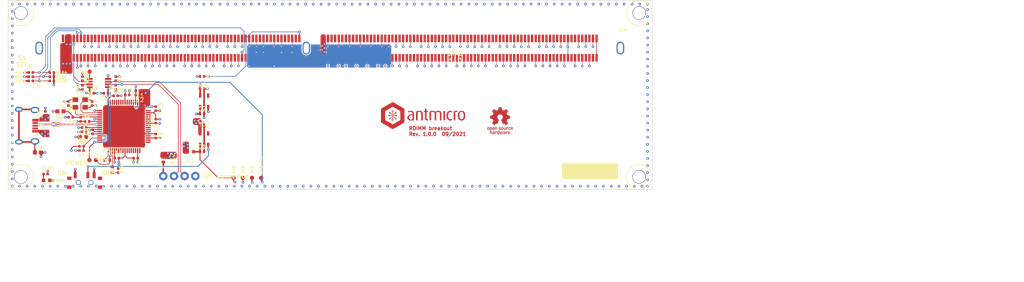
<source format=kicad_pcb>
(kicad_pcb (version 20171130) (host pcbnew 5.1.9+dfsg1-1~bpo10+1)
  (layers (0 F.Cu signal) (1 GND1 power hide) (2 VCC signal hide) (31 B.Cu signal) (34 B.Paste user) (35 F.Paste user) (36 B.SilkS user) (37 F.SilkS user) (38 B.Mask user) (39 F.Mask user) (44 Edge.Cuts user))
  (net 0 "")
  (net 1 GND)
  (net 2 VDDQ)
  (net 3 VCC5V0)
  (net 4 "Net-(PWR1-Pad2)")
  (net 5 1V8_FT)
  (net 6 VPP)
  (net 7 VTT)
  (net 8 ~EVENT)
  (net 9 SA2)
  (net 10 SA1)
  (net 11 SA0)
  (net 12 VCC2V5)
  (net 13 VCC3V3)
  (net 14 NC)
  (net 15 SDA_2V5)
  (net 16 SCL_2V5)
  (net 17 "Net-(TP12-Pad1)")
  (net 18 VBUS)
  (net 19 OSCO)
  (net 20 OSCI)
  (net 21 "Net-(C14-Pad1)")
  (net 22 "Net-(C15-Pad1)")
  (net 23 /FTDI/USB_D_P)
  (net 24 /FTDI/USB_D_N)
  (net 25 "Net-(FB1-Pad1)")
  (net 26 /FTDI/3V3_EN)
  (net 27 SDA)
  (net 28 SCL)
  (net 29 V_AUX)
  (net 30 /FTDI/FTDI_RST)
  (net 31 "Net-(R4-Pad2)")
  (net 32 "Net-(R5-Pad1)")
  (net 33 "Net-(R6-Pad1)")
  (net 34 WP)
  (module rdimm-breakout-footprints:0402-res (layer F.Cu) (at 124.4 80.7)
    (fp_text reference R2 (at 0 -1.17) (layer F.SilkS) (effects (font (size 0.7 0.7))))
    (fp_text value R_4k7_0402)
    (pad 2 smd roundrect (at 0.485 0) (size 0.59 0.64) (layers F.Cu F.Paste F.Mask) (net 30 /FTDI/FTDI_RST))
    (pad 1 smd roundrect (at -0.485 0) (size 0.59 0.64) (layers F.Cu F.Paste F.Mask) (net 13 VCC3V3))
  )
  (module rdimm-breakout-footprints:0603 (layer F.Cu) (at 119.4 72.4 180)
    (fp_text reference FB3 (at 0.17 -1.22) (layer F.SilkS) (effects (font (size 0.7 0.7))))
    (fp_text value BLM18AG601SN1D hide)
    (pad 2 smd rect (at 0.725 0 270) (size 0.95 0.95) (layers F.Cu F.Paste F.Mask) (net 13 VCC3V3))
    (pad 1 smd rect (at -0.725 0 270) (size 0.95 0.95) (layers F.Cu F.Paste F.Mask) (net 22 "Net-(C15-Pad1)"))
  )
  (module rdimm-breakout-footprints:0603-res (layer F.Cu) (at 150.25 82 180)
    (fp_text reference R1 (at 0 -2.2) (layer F.SilkS))
    (fp_text value R_0R_0603)
    (pad 1 smd rect (at -0.7 0 180) (size 0.6 0.8) (layers F.Cu F.Paste F.Mask) (net 3 VCC5V0))
    (pad 2 smd rect (at 0.7 0 180) (size 0.6 0.8) (layers F.Cu F.Paste F.Mask) (net 18 VBUS))
  )
  (module rdimm-breakout-footprints:0603-res (layer F.Cu) (at 143.81 83.73 270)
    (fp_text reference R12 (at 0 -2.2 90) (layer F.SilkS))
    (fp_text value R_0R_0603)
    (pad 2 smd rect (at 0.7 0 270) (size 0.6 0.8) (layers F.Cu F.Paste F.Mask) (net 29 V_AUX))
    (pad 1 smd rect (at -0.7 0 270) (size 0.6 0.8) (layers F.Cu F.Paste F.Mask) (net 13 VCC3V3))
  )
  (module rdimm-breakout-footprints:0402-res (layer F.Cu) (at 124.6 66.7 90)
    (fp_text reference R11 (at 0 -1.17 90) (layer F.SilkS) (effects (font (size 0.7 0.7))))
    (fp_text value R_10k_0402)
    (pad 2 smd roundrect (at 0.485 0 90) (size 0.59 0.64) (layers F.Cu F.Paste F.Mask) (net 16 SCL_2V5))
    (pad 1 smd roundrect (at -0.485 0 90) (size 0.59 0.64) (layers F.Cu F.Paste F.Mask) (net 12 VCC2V5))
  )
  (module rdimm-breakout-footprints:0402-res (layer F.Cu) (at 124.6 64.63 270)
    (fp_text reference R10 (at 0 -1.17 90) (layer F.SilkS) (effects (font (size 0.7 0.7))))
    (fp_text value R_10k_0402)
    (pad 2 smd roundrect (at 0.485 0 270) (size 0.59 0.64) (layers F.Cu F.Paste F.Mask) (net 15 SDA_2V5))
    (pad 1 smd roundrect (at -0.485 0 270) (size 0.59 0.64) (layers F.Cu F.Paste F.Mask) (net 12 VCC2V5))
  )
  (module rdimm-breakout-footprints:0402-res (layer F.Cu) (at 132.52 64.63 270)
    (fp_text reference R9 (at 0 -1.17 90) (layer F.SilkS) (effects (font (size 0.7 0.7))))
    (fp_text value R_10k_0402)
    (pad 2 smd roundrect (at 0.485 0 270) (size 0.59 0.64) (layers F.Cu F.Paste F.Mask) (net 27 SDA))
    (pad 1 smd roundrect (at -0.485 0 270) (size 0.59 0.64) (layers F.Cu F.Paste F.Mask) (net 13 VCC3V3))
  )
  (module rdimm-breakout-footprints:0402-res (layer F.Cu) (at 132.52 66.685 90)
    (fp_text reference R8 (at 0 -1.17 90) (layer F.SilkS) (effects (font (size 0.7 0.7))))
    (fp_text value R_10k_0402)
    (pad 2 smd roundrect (at 0.485 0 90) (size 0.59 0.64) (layers F.Cu F.Paste F.Mask) (net 28 SCL))
    (pad 1 smd roundrect (at -0.485 0 90) (size 0.59 0.64) (layers F.Cu F.Paste F.Mask) (net 13 VCC3V3))
  )
  (module rdimm-breakout-footprints:0402-res (layer F.Cu) (at 133.1 86.5 90)
    (fp_text reference R7 (at 0 -1.17 90) (layer F.SilkS) (effects (font (size 0.7 0.7))))
    (fp_text value R_220R_0402)
    (pad 2 smd roundrect (at 0.485 0 90) (size 0.59 0.64) (layers F.Cu F.Paste F.Mask) (net 1 GND))
    (pad 1 smd roundrect (at -0.485 0 90) (size 0.59 0.64) (layers F.Cu F.Paste F.Mask) (net 34 WP))
  )
  (module rdimm-breakout-footprints:0603-res (layer F.Cu) (at 131.7 86.3 270)
    (fp_text reference R6 (at 0 -2.2 90) (layer F.SilkS))
    (fp_text value R_0R_0603)
    (pad 1 smd rect (at -0.7 0 270) (size 0.6 0.8) (layers F.Cu F.Paste F.Mask) (net 33 "Net-(R6-Pad1)"))
    (pad 2 smd rect (at 0.7 0 270) (size 0.6 0.8) (layers F.Cu F.Paste F.Mask) (net 34 WP))
  )
  (module rdimm-breakout-footprints:0603-res (layer F.Cu) (at 130.4 84)
    (fp_text reference R5 (at 0 -2.2) (layer F.SilkS))
    (fp_text value R_0R_0603)
    (pad 1 smd rect (at -0.7 0) (size 0.6 0.8) (layers F.Cu F.Paste F.Mask) (net 32 "Net-(R5-Pad1)"))
    (pad 2 smd rect (at 0.7 0) (size 0.6 0.8) (layers F.Cu F.Paste F.Mask) (net 28 SCL))
  )
  (module rdimm-breakout-footprints:0402-res (layer F.Cu) (at 125.7 74.8)
    (fp_text reference R4 (at 0 -1.17) (layer F.SilkS) (effects (font (size 0.7 0.7))))
    (fp_text value R_12k_0402)
    (pad 2 smd roundrect (at 0.485 0) (size 0.59 0.64) (layers F.Cu F.Paste F.Mask) (net 31 "Net-(R4-Pad2)"))
    (pad 1 smd roundrect (at -0.485 0) (size 0.59 0.64) (layers F.Cu F.Paste F.Mask) (net 1 GND))
  )
  (module rdimm-breakout-footprints:0402-res (layer F.Cu) (at 124.4 81.7 180)
    (fp_text reference R3 (at 0 -1.17) (layer F.SilkS) (effects (font (size 0.7 0.7))))
    (fp_text value R_10k_0402)
    (pad 2 smd roundrect (at 0.485 0 180) (size 0.59 0.64) (layers F.Cu F.Paste F.Mask) (net 1 GND))
    (pad 1 smd roundrect (at -0.485 0 180) (size 0.59 0.64) (layers F.Cu F.Paste F.Mask) (net 30 /FTDI/FTDI_RST))
  )
  (module rdimm-breakout-footprints:0603 (layer F.Cu) (at 124.7 78.5 180)
    (fp_text reference FB2 (at 0.17 -1.22) (layer F.SilkS) (effects (font (size 0.7 0.7))))
    (fp_text value BLM18AG601SN1D hide)
    (pad 2 smd rect (at 0.725 0 270) (size 0.95 0.95) (layers F.Cu F.Paste F.Mask) (net 13 VCC3V3))
    (pad 1 smd rect (at -0.725 0 270) (size 0.95 0.95) (layers F.Cu F.Paste F.Mask) (net 21 "Net-(C14-Pad1)"))
  )
  (module rdimm-breakout-footprints:0402-cap (layer F.Cu) (at 126.8 68.1)
    (fp_text reference C23 (at 0 -1.17) (layer F.SilkS))
    (fp_text value C_100n_0402)
    (pad 2 smd roundrect (at 0.485 0) (size 0.59 0.64) (layers F.Cu F.Paste F.Mask) (net 1 GND))
    (pad 1 smd roundrect (at -0.485 0) (size 0.59 0.64) (layers F.Cu F.Paste F.Mask) (net 12 VCC2V5))
  )
  (module rdimm-breakout-footprints:0402-cap (layer F.Cu) (at 130.2 68.1 180)
    (fp_text reference C22 (at 0 -1.17) (layer F.SilkS))
    (fp_text value C_100n_0402)
    (pad 2 smd roundrect (at 0.485 0 180) (size 0.59 0.64) (layers F.Cu F.Paste F.Mask) (net 1 GND))
    (pad 1 smd roundrect (at -0.485 0 180) (size 0.59 0.64) (layers F.Cu F.Paste F.Mask) (net 13 VCC3V3))
  )
  (module rdimm-breakout-footprints:0402-cap (layer F.Cu) (at 135.25 68.5)
    (fp_text reference C21 (at 0 -1.17) (layer F.SilkS))
    (fp_text value C_100n_0402)
    (pad 2 smd roundrect (at 0.485 0) (size 0.59 0.64) (layers F.Cu F.Paste F.Mask) (net 1 GND))
    (pad 1 smd roundrect (at -0.485 0) (size 0.59 0.64) (layers F.Cu F.Paste F.Mask) (net 13 VCC3V3))
  )
  (module rdimm-breakout-footprints:0402-cap (layer F.Cu) (at 142 74.75 90)
    (fp_text reference C20 (at 0 -1.17 90) (layer F.SilkS))
    (fp_text value C_100n_0402)
    (pad 2 smd roundrect (at 0.485 0 90) (size 0.59 0.64) (layers F.Cu F.Paste F.Mask) (net 1 GND))
    (pad 1 smd roundrect (at -0.485 0 90) (size 0.59 0.64) (layers F.Cu F.Paste F.Mask) (net 13 VCC3V3))
  )
  (module rdimm-breakout-footprints:0402-cap (layer F.Cu) (at 137.25 83.5 180)
    (fp_text reference C19 (at 0 -1.17) (layer F.SilkS))
    (fp_text value C_100n_0402)
    (pad 2 smd roundrect (at 0.485 0 180) (size 0.59 0.64) (layers F.Cu F.Paste F.Mask) (net 1 GND))
    (pad 1 smd roundrect (at -0.485 0 180) (size 0.59 0.64) (layers F.Cu F.Paste F.Mask) (net 13 VCC3V3))
  )
  (module rdimm-breakout-footprints:0402-cap (layer F.Cu) (at 121.8 73.8 180)
    (fp_text reference C18 (at 0 -1.17) (layer F.SilkS))
    (fp_text value C_4u7_0402)
    (pad 2 smd roundrect (at 0.485 0 180) (size 0.59 0.64) (layers F.Cu F.Paste F.Mask) (net 1 GND))
    (pad 1 smd roundrect (at -0.485 0 180) (size 0.59 0.64) (layers F.Cu F.Paste F.Mask) (net 22 "Net-(C15-Pad1)"))
  )
  (module rdimm-breakout-footprints:0402-cap (layer F.Cu) (at 125 77.25 180)
    (fp_text reference C17 (at 0 -1.17) (layer F.SilkS))
    (fp_text value C_4u7_0402)
    (pad 2 smd roundrect (at 0.485 0 180) (size 0.59 0.64) (layers F.Cu F.Paste F.Mask) (net 1 GND))
    (pad 1 smd roundrect (at -0.485 0 180) (size 0.59 0.64) (layers F.Cu F.Paste F.Mask) (net 21 "Net-(C14-Pad1)"))
  )
  (module rdimm-breakout-footprints:0402-cap (layer F.Cu) (at 132.75 83.5)
    (fp_text reference C16 (at 0 -1.17) (layer F.SilkS))
    (fp_text value C_100n_0402)
    (pad 2 smd roundrect (at 0.485 0) (size 0.59 0.64) (layers F.Cu F.Paste F.Mask) (net 1 GND))
    (pad 1 smd roundrect (at -0.485 0) (size 0.59 0.64) (layers F.Cu F.Paste F.Mask) (net 13 VCC3V3))
  )
  (module rdimm-breakout-footprints:0402-cap (layer F.Cu) (at 124.2 74.3 270)
    (fp_text reference C15 (at 0 -1.17 90) (layer F.SilkS))
    (fp_text value C_100n_0402)
    (pad 2 smd roundrect (at 0.485 0 270) (size 0.59 0.64) (layers F.Cu F.Paste F.Mask) (net 1 GND))
    (pad 1 smd roundrect (at -0.485 0 270) (size 0.59 0.64) (layers F.Cu F.Paste F.Mask) (net 22 "Net-(C15-Pad1)"))
  )
  (module rdimm-breakout-footprints:0402-cap (layer F.Cu) (at 125 76.25 180)
    (fp_text reference C14 (at 0 -1.17) (layer F.SilkS))
    (fp_text value C_100n_0402)
    (pad 2 smd roundrect (at 0.485 0 180) (size 0.59 0.64) (layers F.Cu F.Paste F.Mask) (net 1 GND))
    (pad 1 smd roundrect (at -0.485 0 180) (size 0.59 0.64) (layers F.Cu F.Paste F.Mask) (net 21 "Net-(C14-Pad1)"))
  )
  (module rdimm-breakout-footprints:0402-cap (layer F.Cu) (at 142 71.75 270)
    (fp_text reference C13 (at 0 -1.17 90) (layer F.SilkS))
    (fp_text value C_100n_0402)
    (pad 2 smd roundrect (at 0.485 0 270) (size 0.59 0.64) (layers F.Cu F.Paste F.Mask) (net 1 GND))
    (pad 1 smd roundrect (at -0.485 0 270) (size 0.59 0.64) (layers F.Cu F.Paste F.Mask) (net 13 VCC3V3))
  )
  (module rdimm-breakout-footprints:0402-cap (layer F.Cu) (at 137.75 68.5 180)
    (fp_text reference C12 (at 0 -1.17) (layer F.SilkS))
    (fp_text value C_4u7_0402)
    (pad 2 smd roundrect (at 0.485 0 180) (size 0.59 0.64) (layers F.Cu F.Paste F.Mask) (net 1 GND))
    (pad 1 smd roundrect (at -0.485 0 180) (size 0.59 0.64) (layers F.Cu F.Paste F.Mask) (net 5 1V8_FT))
  )
  (module rdimm-breakout-footprints:0402-cap (layer F.Cu) (at 137.75 67.5 180)
    (fp_text reference C11 (at 0 -1.17) (layer F.SilkS))
    (fp_text value C_100n_0402)
    (pad 2 smd roundrect (at 0.485 0 180) (size 0.59 0.64) (layers F.Cu F.Paste F.Mask) (net 1 GND))
    (pad 1 smd roundrect (at -0.485 0 180) (size 0.59 0.64) (layers F.Cu F.Paste F.Mask) (net 5 1V8_FT))
  )
  (module rdimm-breakout-footprints:0402-cap (layer F.Cu) (at 132.5 68.7)
    (fp_text reference C10 (at 0 -1.17) (layer F.SilkS))
    (fp_text value C_100n_0402)
    (pad 2 smd roundrect (at 0.485 0) (size 0.59 0.64) (layers F.Cu F.Paste F.Mask) (net 1 GND))
    (pad 1 smd roundrect (at -0.485 0) (size 0.59 0.64) (layers F.Cu F.Paste F.Mask) (net 5 1V8_FT))
  )
  (module rdimm-breakout-footprints:0402-cap (layer F.Cu) (at 142 78.25 270)
    (fp_text reference C9 (at 0 -1.17 90) (layer F.SilkS))
    (fp_text value C_100n_0402)
    (pad 2 smd roundrect (at 0.485 0 270) (size 0.59 0.64) (layers F.Cu F.Paste F.Mask) (net 1 GND))
    (pad 1 smd roundrect (at -0.485 0 270) (size 0.59 0.64) (layers F.Cu F.Paste F.Mask) (net 5 1V8_FT))
  )
  (module rdimm-breakout-footprints:0402-cap (layer F.Cu) (at 127 77.25 90)
    (fp_text reference C8 (at 0 -1.17 90) (layer F.SilkS))
    (fp_text value C_100n_0402)
    (pad 2 smd roundrect (at 0.485 0 90) (size 0.59 0.64) (layers F.Cu F.Paste F.Mask) (net 1 GND))
    (pad 1 smd roundrect (at -0.485 0 90) (size 0.59 0.64) (layers F.Cu F.Paste F.Mask) (net 5 1V8_FT))
  )
  (module rdimm-breakout-footprints:0402-cap (layer F.Cu) (at 126.876328 70.540008 270)
    (fp_text reference C7 (at 0 -1.17 90) (layer F.SilkS))
    (fp_text value C_27p_0402)
    (pad 2 smd roundrect (at 0.485 0 270) (size 0.59 0.64) (layers F.Cu F.Paste F.Mask) (net 1 GND))
    (pad 1 smd roundrect (at -0.485 0 270) (size 0.59 0.64) (layers F.Cu F.Paste F.Mask) (net 20 OSCI))
  )
  (module rdimm-breakout-footprints:0402-cap (layer F.Cu) (at 121.251328 70.540008 90)
    (fp_text reference C6 (at 0 -1.17 90) (layer F.SilkS))
    (fp_text value C_27p_0402)
    (pad 2 smd roundrect (at 0.485 0 90) (size 0.59 0.64) (layers F.Cu F.Paste F.Mask) (net 1 GND))
    (pad 1 smd roundrect (at -0.485 0 90) (size 0.59 0.64) (layers F.Cu F.Paste F.Mask) (net 19 OSCO))
  )
  (module rdimm-breakout-footprints:0402-cap (layer F.Cu) (at 115.8 72.9 90)
    (fp_text reference C5 (at 0 -1.17 90) (layer F.SilkS))
    (fp_text value C_100n_0402)
    (pad 2 smd roundrect (at 0.485 0 90) (size 0.59 0.64) (layers F.Cu F.Paste F.Mask) (net 1 GND))
    (pad 1 smd roundrect (at -0.485 0 90) (size 0.59 0.64) (layers F.Cu F.Paste F.Mask) (net 18 VBUS))
  )
  (module antmicro-footprints:LQFP-64_10x10mm (layer F.Cu) (at 134.466328 75.985008 270)
    (fp_text reference U1 (at 0.01 -7.62 90) (layer F.SilkS))
    (fp_text value FT2232HL-REEL)
    (pad 64 smd rect (at -5.75 3.75 270) (size 1.2 0.3) (layers F.Cu F.Paste F.Mask) (net 5 1V8_FT))
    (pad 63 smd rect (at -5.75 3.25 270) (size 1.2 0.3) (layers F.Cu F.Paste F.Mask))
    (pad 62 smd rect (at -5.75 2.75 270) (size 1.2 0.3) (layers F.Cu F.Paste F.Mask))
    (pad 61 smd rect (at -5.75 2.25 270) (size 1.2 0.3) (layers F.Cu F.Paste F.Mask))
    (pad 60 smd rect (at -5.75 1.75 270) (size 1.2 0.3) (layers F.Cu F.Paste F.Mask))
    (pad 59 smd rect (at -5.75 1.25 270) (size 1.2 0.3) (layers F.Cu F.Paste F.Mask))
    (pad 58 smd rect (at -5.75 0.75 270) (size 1.2 0.3) (layers F.Cu F.Paste F.Mask))
    (pad 57 smd rect (at -5.75 0.25 270) (size 1.2 0.3) (layers F.Cu F.Paste F.Mask))
    (pad 56 smd rect (at -5.75 -0.25 270) (size 1.2 0.3) (layers F.Cu F.Paste F.Mask) (net 13 VCC3V3))
    (pad 55 smd rect (at -5.75 -0.75 270) (size 1.2 0.3) (layers F.Cu F.Paste F.Mask))
    (pad 54 smd rect (at -5.75 -1.25 270) (size 1.2 0.3) (layers F.Cu F.Paste F.Mask))
    (pad 53 smd rect (at -5.75 -1.75 270) (size 1.2 0.3) (layers F.Cu F.Paste F.Mask))
    (pad 52 smd rect (at -5.75 -2.25 270) (size 1.2 0.3) (layers F.Cu F.Paste F.Mask))
    (pad 51 smd rect (at -5.75 -2.75 270) (size 1.2 0.3) (layers F.Cu F.Paste F.Mask) (net 1 GND))
    (pad 50 smd rect (at -5.75 -3.25 270) (size 1.2 0.3) (layers F.Cu F.Paste F.Mask) (net 13 VCC3V3))
    (pad 49 smd rect (at -5.75 -3.75 270) (size 1.2 0.3) (layers F.Cu F.Paste F.Mask) (net 5 1V8_FT))
    (pad 48 smd rect (at -3.75 -5.75 270) (size 0.3 1.2) (layers F.Cu F.Paste F.Mask))
    (pad 47 smd rect (at -3.25 -5.75 270) (size 0.3 1.2) (layers F.Cu F.Paste F.Mask) (net 1 GND))
    (pad 46 smd rect (at -2.75 -5.75 270) (size 0.3 1.2) (layers F.Cu F.Paste F.Mask))
    (pad 45 smd rect (at -2.25 -5.75 270) (size 0.3 1.2) (layers F.Cu F.Paste F.Mask))
    (pad 44 smd rect (at -1.75 -5.75 270) (size 0.3 1.2) (layers F.Cu F.Paste F.Mask))
    (pad 43 smd rect (at -1.25 -5.75 270) (size 0.3 1.2) (layers F.Cu F.Paste F.Mask))
    (pad 42 smd rect (at -0.75 -5.75 270) (size 0.3 1.2) (layers F.Cu F.Paste F.Mask) (net 13 VCC3V3))
    (pad 41 smd rect (at -0.25 -5.75 270) (size 0.3 1.2) (layers F.Cu F.Paste F.Mask))
    (pad 40 smd rect (at 0.25 -5.75 270) (size 0.3 1.2) (layers F.Cu F.Paste F.Mask))
    (pad 39 smd rect (at 0.75 -5.75 270) (size 0.3 1.2) (layers F.Cu F.Paste F.Mask))
    (pad 38 smd rect (at 1.25 -5.75 270) (size 0.3 1.2) (layers F.Cu F.Paste F.Mask))
    (pad 37 smd rect (at 1.75 -5.75 270) (size 0.3 1.2) (layers F.Cu F.Paste F.Mask) (net 5 1V8_FT))
    (pad 36 smd rect (at 2.25 -5.75 270) (size 0.3 1.2) (layers F.Cu F.Paste F.Mask))
    (pad 35 smd rect (at 2.75 -5.75 270) (size 0.3 1.2) (layers F.Cu F.Paste F.Mask) (net 1 GND))
    (pad 34 smd rect (at 3.25 -5.75 270) (size 0.3 1.2) (layers F.Cu F.Paste F.Mask))
    (pad 33 smd rect (at 3.75 -5.75 270) (size 0.3 1.2) (layers F.Cu F.Paste F.Mask))
    (pad 32 smd rect (at 5.75 -3.75 270) (size 1.2 0.3) (layers F.Cu F.Paste F.Mask))
    (pad 31 smd rect (at 5.75 -3.25 270) (size 1.2 0.3) (layers F.Cu F.Paste F.Mask) (net 13 VCC3V3))
    (pad 30 smd rect (at 5.75 -2.75 270) (size 1.2 0.3) (layers F.Cu F.Paste F.Mask))
    (pad 29 smd rect (at 5.75 -2.25 270) (size 1.2 0.3) (layers F.Cu F.Paste F.Mask))
    (pad 28 smd rect (at 5.75 -1.75 270) (size 1.2 0.3) (layers F.Cu F.Paste F.Mask))
    (pad 27 smd rect (at 5.75 -1.25 270) (size 1.2 0.3) (layers F.Cu F.Paste F.Mask))
    (pad 26 smd rect (at 5.75 -0.75 270) (size 1.2 0.3) (layers F.Cu F.Paste F.Mask))
    (pad 25 smd rect (at 5.75 -0.25 270) (size 1.2 0.3) (layers F.Cu F.Paste F.Mask) (net 1 GND))
    (pad 24 smd rect (at 5.75 0.25 270) (size 1.2 0.3) (layers F.Cu F.Paste F.Mask))
    (pad 23 smd rect (at 5.75 0.75 270) (size 1.2 0.3) (layers F.Cu F.Paste F.Mask))
    (pad 22 smd rect (at 5.75 1.25 270) (size 1.2 0.3) (layers F.Cu F.Paste F.Mask))
    (pad 21 smd rect (at 5.75 1.75 270) (size 1.2 0.3) (layers F.Cu F.Paste F.Mask))
    (pad 20 smd rect (at 5.75 2.25 270) (size 1.2 0.3) (layers F.Cu F.Paste F.Mask) (net 13 VCC3V3))
    (pad 19 smd rect (at 5.75 2.75 270) (size 1.2 0.3) (layers F.Cu F.Paste F.Mask) (net 33 "Net-(R6-Pad1)"))
    (pad 18 smd rect (at 5.75 3.25 270) (size 1.2 0.3) (layers F.Cu F.Paste F.Mask) (net 28 SCL))
    (pad 16 smd rect (at 3.75 5.75 270) (size 0.3 1.2) (layers F.Cu F.Paste F.Mask) (net 27 SDA))
    (pad 15 smd rect (at 3.25 5.75 270) (size 0.3 1.2) (layers F.Cu F.Paste F.Mask) (net 1 GND))
    (pad 14 smd rect (at 2.75 5.75 270) (size 0.3 1.2) (layers F.Cu F.Paste F.Mask) (net 30 /FTDI/FTDI_RST))
    (pad 13 smd rect (at 2.25 5.75 270) (size 0.3 1.2) (layers F.Cu F.Paste F.Mask) (net 1 GND))
    (pad 12 smd rect (at 1.75 5.75 270) (size 0.3 1.2) (layers F.Cu F.Paste F.Mask) (net 5 1V8_FT))
    (pad 11 smd rect (at 1.25 5.75 270) (size 0.3 1.2) (layers F.Cu F.Paste F.Mask) (net 1 GND))
    (pad 10 smd rect (at 0.75 5.75 270) (size 0.3 1.2) (layers F.Cu F.Paste F.Mask) (net 1 GND))
    (pad 9 smd rect (at 0.25 5.75 270) (size 0.3 1.2) (layers F.Cu F.Paste F.Mask) (net 21 "Net-(C14-Pad1)"))
    (pad 8 smd rect (at -0.25 5.75 270) (size 0.3 1.2) (layers F.Cu F.Paste F.Mask) (net 23 /FTDI/USB_D_P))
    (pad 7 smd rect (at -0.75 5.75 270) (size 0.3 1.2) (layers F.Cu F.Paste F.Mask) (net 24 /FTDI/USB_D_N))
    (pad 6 smd rect (at -1.25 5.75 270) (size 0.3 1.2) (layers F.Cu F.Paste F.Mask) (net 31 "Net-(R4-Pad2)"))
    (pad 5 smd rect (at -1.75 5.75 270) (size 0.3 1.2) (layers F.Cu F.Paste F.Mask) (net 1 GND))
    (pad 4 smd rect (at -2.25 5.75 270) (size 0.3 1.2) (layers F.Cu F.Paste F.Mask) (net 22 "Net-(C15-Pad1)"))
    (pad 3 smd rect (at -2.75 5.75 270) (size 0.3 1.2) (layers F.Cu F.Paste F.Mask) (net 19 OSCO))
    (pad 2 smd rect (at -3.25 5.75 270) (size 0.3 1.2) (layers F.Cu F.Paste F.Mask) (net 20 OSCI))
    (pad 1 smd rect (at -3.75 5.75 270) (size 0.3 1.2) (layers F.Cu F.Paste F.Mask) (net 1 GND))
    (pad 17 smd rect (at 5.75 3.75 270) (size 1.2 0.3) (layers F.Cu F.Paste F.Mask) (net 32 "Net-(R5-Pad1)"))
  )
  (module antmicro-footprints:PinHeader_1x4_P2.54mm_Drill1.02mm (layer F.Cu) (at 143.786328 87.790008)
    (fp_text reference J4 (at -0.6 -2.25) (layer F.SilkS))
    (fp_text value 0022232041)
    (pad 1 thru_hole circle (at 0 0) (size 2.02 2.02) (drill 1.02) (layers *.Cu *.Mask) (net 29 V_AUX))
    (pad 2 thru_hole circle (at 2.54 0) (size 2.02 2.02) (drill 1.02) (layers *.Cu *.Mask) (net 28 SCL))
    (pad 3 thru_hole circle (at 5.08 0) (size 2.02 2.02) (drill 1.02) (layers *.Cu *.Mask) (net 27 SDA))
    (pad 4 thru_hole circle (at 7.62 0) (size 2.02 2.02) (drill 1.02) (layers *.Cu *.Mask) (net 1 GND))
  )
  (module rdimm-breakout-footprints:oshw-logo (layer F.Cu) (at 223.736328 74.610008)
    (fp_text reference N1 hide)
    (fp_text value oshw_logo hide)
    (fp_poly (pts (xy 2.316335 1.557212) (xy 2.365289 1.570473) (xy 2.410751 1.593074) (xy 2.453474 1.625314) (xy 2.46017 1.631447) (xy 2.49174 1.661087) (xy 2.46634 1.684202) (xy 2.448922 1.699811) (xy 2.430578 1.715881) (xy 2.419362 1.72548) (xy 2.397784 1.743644) (xy 2.376891 1.724768) (xy 2.345458 1.701449) (xy 2.312177 1.6874) (xy 2.274771 1.681738) (xy 2.265314 1.681529) (xy 2.226987 1.684284) (xy 2.195173 1.693102) (xy 2.167779 1.708654) (xy 2.159417 1.715321) (xy 2.136139 1.741848) (xy 2.118918 1.776168) (xy 2.107925 1.817791) (xy 2.10333 1.866228) (xy 2.103195 1.876057) (xy 2.106466 1.926873) (xy 2.116378 1.970387) (xy 2.132772 2.006416) (xy 2.155485 2.034777) (xy 2.184359 2.055286) (xy 2.219231 2.067762) (xy 2.259942 2.07202) (xy 2.274746 2.071584) (xy 2.309658 2.066837) (xy 2.339003 2.056237) (xy 2.366399 2.038274) (xy 2.377664 2.028652) (xy 2.386514 2.020784) (xy 2.393644 2.016076) (xy 2.400622 2.015143) (xy 2.409017 2.018601) (xy 2.420398 2.027064) (xy 2.436332 2.041147) (xy 2.45618 2.059427) (xy 2.49174 2.092238) (xy 2.4765 2.108421) (xy 2.449459 2.132681) (xy 2.416295 2.155691) (xy 2.380968 2.174973) (xy 2.350901 2.186995) (xy 2.327792 2.193508) (xy 2.30659 2.197321) (xy 2.283032 2.199001) (xy 2.259067 2.199185) (xy 2.233855 2.198293) (xy 2.209446 2.19628) (xy 2.18957 2.193499) (xy 2.182408 2.191908) (xy 2.133165 2.173457) (xy 2.089862 2.146984) (xy 2.053058 2.112951) (xy 2.023314 2.071823) (xy 2.012481 2.051331) (xy 2.000078 2.023756) (xy 1.991056 1.999224) (xy 1.984909 1.975127) (xy 1.981131 1.948862) (xy 1.979217 1.917822) (xy 1.978661 1.879403) (xy 1.97866 1.87706) (xy 1.979152 1.838223) (xy 1.980972 1.806897) (xy 1.984629 1.780465) (xy 1.990635 1.75631) (xy 1.999502 1.731815) (xy 2.01174 1.704364) (xy 2.012862 1.702) (xy 2.039217 1.657661) (xy 2.072304 1.620785) (xy 2.111698 1.591627) (xy 2.156972 1.57044) (xy 2.207701 1.557477) (xy 2.26314 1.552992) (xy 2.316335 1.557212)) (layer F.Cu) (width 0.01))
    (fp_poly (pts (xy 1.753486 2.563572) (xy 1.768707 2.568733) (xy 1.787505 2.57709) (xy 1.804886 2.586465) (xy 1.818688 2.595495) (xy 1.826747 2.602814) (xy 1.827862 2.606069) (xy 1.824353 2.611108) (xy 1.815883 2.621949) (xy 1.803906 2.636835) (xy 1.789874 2.654006) (xy 1.775241 2.671702) (xy 1.76146 2.688164) (xy 1.749984 2.701633) (xy 1.742265 2.71035) (xy 1.739774 2.71272) (xy 1.735118 2.710443) (xy 1.724283 2.704565) (xy 1.713869 2.69875) (xy 1.697827 2.690793) (xy 1.682779 2.6866) (xy 1.664203 2.685149) (xy 1.65354 2.685118) (xy 1.618721 2.6889) (xy 1.590202 2.699911) (xy 1.56659 2.71874) (xy 1.561969 2.723927) (xy 1.554834 2.732482) (xy 1.548916 2.740357) (xy 1.544095 2.748559) (xy 1.540247 2.758098) (xy 1.537252 2.769982) (xy 1.534987 2.785219) (xy 1.53333 2.80482) (xy 1.53216 2.829791) (xy 1.531355 2.861143) (xy 1.530792 2.899883) (xy 1.53035 2.947021) (xy 1.530026 2.98831) (xy 1.528383 3.2004) (xy 1.468618 3.2004) (xy 1.444925 3.200127) (xy 1.425071 3.199386) (xy 1.41119 3.198291) (xy 1.405466 3.197013) (xy 1.404868 3.191467) (xy 1.404303 3.176638) (xy 1.403781 3.153404) (xy 1.403312 3.122642) (xy 1.402904 3.08523) (xy 1.402568 3.042045) (xy 1.402313 2.993964) (xy 1.402147 2.941865) (xy 1.40208 2.886625) (xy 1.40208 2.5654) (xy 1.52908 2.5654) (xy 1.52908 2.59588) (xy 1.529563 2.611957) (xy 1.530821 2.623001) (xy 1.532274 2.62636) (xy 1.537551 2.623229) (xy 1.547578 2.615217) (xy 1.554951 2.608758) (xy 1.588903 2.584515) (xy 1.627959 2.567458) (xy 1.669893 2.558004) (xy 1.712478 2.55657) (xy 1.753486 2.563572)) (layer F.Cu) (width 0.01))
    (fp_poly (pts (xy 2.148397 2.561629) (xy 2.19364 2.574995) (xy 2.235729 2.595745) (xy 2.27324 2.623342) (xy 2.304746 2.657247) (xy 2.326124 2.691379) (xy 2.338147 2.71812) (xy 2.346812 2.745053) (xy 2.352553 2.774538) (xy 2.355808 2.808934) (xy 2.357012 2.850603) (xy 2.357044 2.85877) (xy 2.35712 2.93116) (xy 1.960257 2.93116) (xy 1.963671 2.95529) (xy 1.973572 2.993731) (xy 1.99125 3.026977) (xy 2.015921 3.053847) (xy 2.03962 3.069675) (xy 2.05744 3.076495) (xy 2.080851 3.080698) (xy 2.10312 3.082417) (xy 2.14444 3.081004) (xy 2.180804 3.0719) (xy 2.214663 3.05437) (xy 2.227798 3.045029) (xy 2.240746 3.03554) (xy 2.250331 3.029238) (xy 2.253671 3.02768) (xy 2.258975 3.030812) (xy 2.269761 3.039101) (xy 2.284106 3.050883) (xy 2.300085 3.064495) (xy 2.315775 3.078276) (xy 2.329252 3.090561) (xy 2.338591 3.099688) (xy 2.34188 3.103919) (xy 2.337925 3.110864) (xy 2.327387 3.121673) (xy 2.312256 3.134757) (xy 2.294522 3.148528) (xy 2.276173 3.161396) (xy 2.2592 3.171774) (xy 2.252695 3.175135) (xy 2.204473 3.192921) (xy 2.152193 3.202882) (xy 2.098569 3.204771) (xy 2.046313 3.198341) (xy 2.032968 3.195193) (xy 1.984723 3.17824) (xy 1.943536 3.154343) (xy 1.909085 3.123164) (xy 1.881044 3.084367) (xy 1.859091 3.037617) (xy 1.847989 3.003009) (xy 1.841966 2.972432) (xy 1.838154 2.934955) (xy 1.836547 2.89359) (xy 1.83714 2.851351) (xy 1.839007 2.82448) (xy 1.960257 2.82448) (xy 2.23012 2.82448) (xy 2.23012 2.813383) (xy 2.225878 2.783861) (xy 2.214259 2.753765) (xy 2.196919 2.725767) (xy 2.175516 2.702542) (xy 2.151707 2.686762) (xy 2.151576 2.686702) (xy 2.12892 2.680129) (xy 2.101125 2.677458) (xy 2.072496 2.678842) (xy 2.051338 2.683134) (xy 2.023979 2.696415) (xy 2.000173 2.71796) (xy 1.981134 2.746148) (xy 1.968075 2.779355) (xy 1.963708 2.80035) (xy 1.960257 2.82448) (xy 1.839007 2.82448) (xy 1.839927 2.811253) (xy 1.844904 2.77631) (xy 1.84841 2.76098) (xy 1.866454 2.708186) (xy 1.889878 2.663759) (xy 1.919102 2.627202) (xy 1.954545 2.598016) (xy 1.996627 2.575701) (xy 2.007997 2.571225) (xy 2.05415 2.559206) (xy 2.101425 2.556187) (xy 2.148397 2.561629)) (layer F.Cu) (width 0.01))
    (fp_poly (pts (xy -2.064497 1.559869) (xy -2.023074 1.576181) (xy -1.985929 1.601008) (xy -1.972866 1.61297) (xy -1.956169 1.630946) (xy -1.942599 1.649027) (xy -1.93185 1.66849) (xy -1.923612 1.690613) (xy -1.917581 1.716673) (xy -1.913447 1.747949) (xy -1.910905 1.785717) (xy -1.909646 1.831256) (xy -1.909356 1.87706) (xy -1.90977 1.930269) (xy -1.911212 1.974614) (xy -1.913983 2.011363) (xy -1.918383 2.041785) (xy -1.924712 2.06715) (xy -1.933272 2.088726) (xy -1.944363 2.107783) (xy -1.958286 2.12559) (xy -1.97155 2.139673) (xy -1.992509 2.157399) (xy -2.01751 2.173865) (xy -2.030777 2.180878) (xy -2.046734 2.188105) (xy -2.059988 2.192797) (xy -2.073565 2.195495) (xy -2.090487 2.196746) (xy -2.113781 2.197091) (xy -2.121021 2.1971) (xy -2.146295 2.196907) (xy -2.16437 2.195972) (xy -2.178202 2.193753) (xy -2.190752 2.189713) (xy -2.204977 2.183311) (xy -2.209921 2.180895) (xy -2.230507 2.169571) (xy -2.250899 2.156448) (xy -2.26441 2.146209) (xy -2.286 2.127728) (xy -2.286 2.627542) (xy -2.26502 2.608587) (xy -2.247687 2.595225) (xy -2.226989 2.582376) (xy -2.216469 2.577011) (xy -2.172828 2.562105) (xy -2.128834 2.556469) (xy -2.085696 2.559573) (xy -2.044621 2.570892) (xy -2.006814 2.589897) (xy -1.973484 2.616062) (xy -1.945836 2.648859) (xy -1.925078 2.687761) (xy -1.918255 2.707292) (xy -1.916285 2.715141) (xy -1.914651 2.724824) (xy -1.913322 2.737291) (xy -1.91227 2.75349) (xy -1.911464 2.774373) (xy -1.910874 2.800887) (xy -1.910471 2.833983) (xy -1.910224 2.87461) (xy -1.910105 2.923718) (xy -1.91008 2.967798) (xy -1.91008 3.200712) (xy -2.03454 3.19786) (xy -2.03708 2.9845) (xy -2.037717 2.9323) (xy -2.038304 2.889263) (xy -2.038901 2.854392) (xy -2.039568 2.826688) (xy -2.040361 2.805155) (xy -2.041341 2.788796) (xy -2.042566 2.776613) (xy -2.044094 2.767609) (xy -2.045984 2.760788) (xy -2.048295 2.755152) (xy -2.050875 2.750095) (xy -2.071267 2.72198) (xy -2.097529 2.701112) (xy -2.127918 2.688039) (xy -2.160694 2.683311) (xy -2.194115 2.687476) (xy -2.219188 2.697085) (xy -2.239019 2.71068) (xy -2.258362 2.729665) (xy -2.273493 2.750162) (xy -2.277451 2.757734) (xy -2.279186 2.765731) (xy -2.280733 2.781784) (xy -2.282106 2.806254) (xy -2.283318 2.8395) (xy -2.284384 2.881884) (xy -2.285316 2.933767) (xy -2.286 2.9845) (xy -2.28854 3.19786) (xy -2.413 3.200712) (xy -2.413 1.87706) (xy -2.286 1.87706) (xy -2.284686 1.926093) (xy -2.280491 1.966272) (xy -2.27304 1.998588) (xy -2.261956 2.024032) (xy -2.246863 2.043598) (xy -2.227383 2.058276) (xy -2.214844 2.064547) (xy -2.193976 2.070117) (xy -2.167758 2.072304) (xy -2.140401 2.071168) (xy -2.116114 2.066767) (xy -2.10566 2.063009) (xy -2.078243 2.044944) (xy -2.057739 2.019537) (xy -2.049127 2.001448) (xy -2.044866 1.984415) (xy -2.041516 1.959591) (xy -2.039125 1.929307) (xy -2.037742 1.895893) (xy -2.037414 1.861683) (xy -2.03819 1.829006) (xy -2.040117 1.800195) (xy -2.043244 1.777581) (xy -2.044409 1.77241) (xy -2.056223 1.738016) (xy -2.072326 1.712468) (xy -2.093645 1.695026) (xy -2.121108 1.684948) (xy -2.155643 1.681493) (xy -2.158228 1.68148) (xy -2.191975 1.68393) (xy -2.21981 1.691708) (xy -2.242149 1.705448) (xy -2.259407 1.72579) (xy -2.272002 1.753368) (xy -2.280349 1.788822) (xy -2.284864 1.832787) (xy -2.286 1.87706) (xy -2.413 1.87706) (xy -2.413 1.55956) (xy -2.286 1.55956) (xy -2.286 1.620849) (xy -2.259099 1.600538) (xy -2.224478 1.577961) (xy -2.189557 1.563135) (xy -2.15375 1.554858) (xy -2.108591 1.55259) (xy -2.064497 1.559869)) (layer F.Cu) (width 0.01))
    (fp_poly (pts (xy 0.605152 1.55859) (xy 0.65183 1.574224) (xy 0.694332 1.598187) (xy 0.728375 1.62705) (xy 0.750706 1.652385) (xy 0.768389 1.678643) (xy 0.781867 1.707325) (xy 0.791586 1.739933) (xy 0.797992 1.777969) (xy 0.801528 1.822932) (xy 0.802639 1.876326) (xy 0.80264 1.877721) (xy 0.801589 1.929907) (xy 0.798306 1.973467) (xy 0.792587 2.009728) (xy 0.784233 2.040019) (xy 0.774699 2.06248) (xy 0.748467 2.10368) (xy 0.71503 2.139098) (xy 0.675906 2.167435) (xy 0.632617 2.18739) (xy 0.626336 2.189432) (xy 0.599934 2.195119) (xy 0.567552 2.198443) (xy 0.532932 2.199337) (xy 0.499816 2.197733) (xy 0.471947 2.193564) (xy 0.466912 2.192301) (xy 0.428976 2.177701) (xy 0.391964 2.155997) (xy 0.359988 2.129693) (xy 0.354116 2.123623) (xy 0.332932 2.098683) (xy 0.31619 2.073827) (xy 0.303427 2.047452) (xy 0.294179 2.017956) (xy 0.287983 1.983738) (xy 0.284376 1.943196) (xy 0.282894 1.894727) (xy 0.282792 1.87706) (xy 0.409691 1.87706) (xy 0.410315 1.918215) (xy 0.412477 1.950942) (xy 0.416612 1.976909) (xy 0.423156 1.997788) (xy 0.432545 2.015249) (xy 0.445214 2.030963) (xy 0.451466 2.037296) (xy 0.471249 2.054021) (xy 0.491005 2.064561) (xy 0.514032 2.070163) (xy 0.54356 2.072071) (xy 0.569085 2.070804) (xy 0.590455 2.065437) (xy 0.60198 2.060562) (xy 0.625074 2.047439) (xy 0.6421 2.031597) (xy 0.656021 2.009961) (xy 0.661421 1.998916) (xy 0.665523 1.989381) (xy 0.668536 1.980016) (xy 0.670627 1.969085) (xy 0.671962 1.95485) (xy 0.672708 1.935575) (xy 0.673032 1.90952) (xy 0.6731 1.87706) (xy 0.673022 1.842993) (xy 0.67268 1.817348) (xy 0.671907 1.798388) (xy 0.670535 1.784376) (xy 0.668399 1.773574) (xy 0.665331 1.764244) (xy 0.661421 1.755203) (xy 0.647913 1.730366) (xy 0.632494 1.71256) (xy 0.6122 1.698711) (xy 0.60198 1.693557) (xy 0.5694 1.68318) (xy 0.535284 1.681068) (xy 0.501941 1.68683) (xy 0.471681 1.700078) (xy 0.447596 1.719564) (xy 0.434375 1.736003) (xy 0.424463 1.753886) (xy 0.417449 1.774917) (xy 0.412923 1.800802) (xy 0.410475 1.833247) (xy 0.409694 1.873955) (xy 0.409691 1.87706) (xy 0.282792 1.87706) (xy 0.283699 1.824348) (xy 0.286825 1.780128) (xy 0.292595 1.742891) (xy 0.301434 1.711128) (xy 0.313767 1.683331) (xy 0.330018 1.657992) (xy 0.350611 1.633602) (xy 0.351636 1.632514) (xy 0.385379 1.601479) (xy 0.42077 1.578891) (xy 0.46029 1.563481) (xy 0.505009 1.554183) (xy 0.555733 1.551754) (xy 0.605152 1.55859)) (layer F.Cu) (width 0.01))
    (fp_poly (pts (xy -0.2286 3.200712) (xy -0.35306 3.19786) (xy -0.354581 3.165803) (xy -0.356101 3.133747) (xy -0.373429 3.148961) (xy -0.410839 3.175477) (xy -0.452457 3.193803) (xy -0.49652 3.20355) (xy -0.541267 3.204334) (xy -0.584933 3.195769) (xy -0.585826 3.195486) (xy -0.620332 3.181195) (xy -0.65082 3.160914) (xy -0.672318 3.141334) (xy -0.68828 3.123924) (xy -0.701249 3.106211) (xy -0.711519 3.086931) (xy -0.719382 3.064822) (xy -0.725132 3.03862) (xy -0.729061 3.007064) (xy -0.731464 2.968888) (xy -0.732631 2.922832) (xy -0.732874 2.88036) (xy -0.60198 2.88036) (xy -0.601917 2.915801) (xy -0.601627 2.942733) (xy -0.600961 2.962806) (xy -0.59977 2.977671) (xy -0.597904 2.988977) (xy -0.595213 2.998375) (xy -0.591547 3.007515) (xy -0.590182 3.010572) (xy -0.57323 3.039292) (xy -0.551743 3.059582) (xy -0.524837 3.071934) (xy -0.491626 3.076844) (xy -0.471891 3.076636) (xy -0.441634 3.072511) (xy -0.417791 3.063319) (xy -0.417351 3.063073) (xy -0.397335 3.048543) (xy -0.381675 3.029355) (xy -0.370029 3.004495) (xy -0.362056 2.972955) (xy -0.357416 2.933722) (xy -0.355768 2.885787) (xy -0.355755 2.88036) (xy -0.357504 2.828359) (xy -0.362989 2.78538) (xy -0.372575 2.75086) (xy -0.386628 2.724236) (xy -0.405513 2.704946) (xy -0.429596 2.692427) (xy -0.459243 2.686114) (xy -0.4826 2.68508) (xy -0.516772 2.687911) (xy -0.543627 2.696486) (xy -0.564849 2.711837) (xy -0.582123 2.734992) (xy -0.590356 2.751005) (xy -0.594298 2.760135) (xy -0.597234 2.769122) (xy -0.599311 2.779603) (xy -0.600677 2.79322) (xy -0.601478 2.81161) (xy -0.601862 2.836414) (xy -0.601977 2.86927) (xy -0.60198 2.88036) (xy -0.732874 2.88036) (xy -0.732495 2.82747) (xy -0.731146 2.783442) (xy -0.728512 2.746998) (xy -0.724275 2.71686) (xy -0.718119 2.691751) (xy -0.709726 2.670393) (xy -0.69878 2.651509) (xy -0.684964 2.633821) (xy -0.667962 2.616052) (xy -0.667147 2.615258) (xy -0.631282 2.587159) (xy -0.591496 2.567896) (xy -0.549134 2.557613) (xy -0.505539 2.556456) (xy -0.462055 2.56457) (xy -0.420026 2.582101) (xy -0.410672 2.587502) (xy -0.393554 2.598644) (xy -0.376933 2.610544) (xy -0.37211 2.614306) (xy -0.3556 2.627662) (xy -0.3556 2.30632) (xy -0.2286 2.30632) (xy -0.2286 3.200712)) (layer F.Cu) (width 0.01))
    (fp_poly (pts (xy -1.493243 1.560181) (xy -1.446576 1.576238) (xy -1.404379 1.600723) (xy -1.367567 1.633232) (xy -1.340184 1.668413) (xy -1.325932 1.692651) (xy -1.315153 1.716946) (xy -1.30733 1.743406) (xy -1.301944 1.774141) (xy -1.298478 1.811262) (xy -1.296801 1.84531) (xy -1.293883 1.92532) (xy -1.69164 1.92532) (xy -1.69164 1.942177) (xy -1.686699 1.977916) (xy -1.672216 2.011015) (xy -1.649093 2.039918) (xy -1.625665 2.059164) (xy -1.600695 2.071629) (xy -1.57156 2.078246) (xy -1.5367 2.079961) (xy -1.496753 2.074691) (xy -1.457624 2.060014) (xy -1.421173 2.036628) (xy -1.420943 2.036444) (xy -1.401705 2.021059) (xy -1.358629 2.05763) (xy -1.341059 2.072707) (xy -1.326479 2.08552) (xy -1.316577 2.094567) (xy -1.313106 2.098159) (xy -1.31503 2.103967) (xy -1.323649 2.113819) (xy -1.337149 2.126214) (xy -1.353713 2.139648) (xy -1.371527 2.152616) (xy -1.388776 2.163617) (xy -1.398403 2.168797) (xy -1.420509 2.178418) (xy -1.444665 2.18724) (xy -1.460298 2.19191) (xy -1.487743 2.196652) (xy -1.52105 2.199007) (xy -1.556591 2.199014) (xy -1.590736 2.196715) (xy -1.619856 2.19215) (xy -1.62814 2.190038) (xy -1.676479 2.171586) (xy -1.717391 2.146372) (xy -1.751261 2.114021) (xy -1.77847 2.074158) (xy -1.799403 2.026407) (xy -1.801521 2.020099) (xy -1.809128 1.989141) (xy -1.81462 1.951129) (xy -1.817878 1.908971) (xy -1.818786 1.865578) (xy -1.817223 1.823856) (xy -1.81504 1.804322) (xy -1.69164 1.804322) (xy -1.69164 1.81864) (xy -1.42748 1.81864) (xy -1.42748 1.80105) (xy -1.431255 1.775727) (xy -1.441415 1.748257) (xy -1.456215 1.722586) (xy -1.468989 1.707206) (xy -1.494972 1.688056) (xy -1.525884 1.676247) (xy -1.559281 1.672129) (xy -1.592722 1.676051) (xy -1.618949 1.685758) (xy -1.645178 1.704415) (xy -1.667011 1.730152) (xy -1.682805 1.760289) (xy -1.690915 1.792144) (xy -1.69164 1.804322) (xy -1.81504 1.804322) (xy -1.813072 1.786715) (xy -1.811399 1.777373) (xy -1.796599 1.724094) (xy -1.7748 1.676953) (xy -1.746559 1.636526) (xy -1.712433 1.603389) (xy -1.672979 1.578116) (xy -1.628753 1.561286) (xy -1.596336 1.554969) (xy -1.543468 1.552956) (xy -1.493243 1.560181)) (layer F.Cu) (width 0.01))
    (fp_poly (pts (xy 1.889278 1.554809) (xy 1.907312 1.559137) (xy 1.927866 1.566178) (xy 1.948412 1.574791) (xy 1.966422 1.583832) (xy 1.979369 1.59216) (xy 1.98452 1.597862) (xy 1.982401 1.604169) (xy 1.974662 1.616441) (xy 1.962437 1.633053) (xy 1.946859 1.652377) (xy 1.945053 1.654523) (xy 1.929127 1.673395) (xy 1.915719 1.689326) (xy 1.906117 1.700786) (xy 1.901605 1.706244) (xy 1.90145 1.706446) (xy 1.89652 1.705478) (xy 1.885263 1.700823) (xy 1.873187 1.695016) (xy 1.840875 1.683578) (xy 1.808074 1.680739) (xy 1.776426 1.685863) (xy 1.747572 1.698319) (xy 1.723156 1.717471) (xy 1.704818 1.742686) (xy 1.696602 1.763168) (xy 1.695437 1.772316) (xy 1.694386 1.790607) (xy 1.693473 1.817026) (xy 1.692719 1.850557) (xy 1.692147 1.890183) (xy 1.69178 1.934891) (xy 1.69164 1.983662) (xy 1.69164 2.19456) (xy 1.55956 2.19456) (xy 1.55956 1.55956) (xy 1.69164 1.55956) (xy 1.69164 1.626089) (xy 1.71069 1.607351) (xy 1.739771 1.585128) (xy 1.775336 1.568051) (xy 1.814687 1.556915) (xy 1.855125 1.552513) (xy 1.889278 1.554809)) (layer F.Cu) (width 0.01))
    (fp_poly (pts (xy 0.063944 -3.200385) (xy 0.118503 -3.200323) (xy 0.164447 -3.200194) (xy 0.202552 -3.199975) (xy 0.23359 -3.199646) (xy 0.258334 -3.199185) (xy 0.277557 -3.198571) (xy 0.292034 -3.197781) (xy 0.302537 -3.196794) (xy 0.309839 -3.195589) (xy 0.314713 -3.194144) (xy 0.317934 -3.192438) (xy 0.31913 -3.191511) (xy 0.321531 -3.188443) (xy 0.324143 -3.18278) (xy 0.327119 -3.173802) (xy 0.330612 -3.160785) (xy 0.334776 -3.14301) (xy 0.339764 -3.119755) (xy 0.345729 -3.090298) (xy 0.352825 -3.053919) (xy 0.361205 -3.009896) (xy 0.371021 -2.957507) (xy 0.382428 -2.896033) (xy 0.385794 -2.87782) (xy 0.395938 -2.823228) (xy 0.405693 -2.771386) (xy 0.41488 -2.723197) (xy 0.423321 -2.679563) (xy 0.430839 -2.641386) (xy 0.437257 -2.609567) (xy 0.442397 -2.585008) (xy 0.44608 -2.568611) (xy 0.44813 -2.561277) (xy 0.448169 -2.561197) (xy 0.456812 -2.549847) (xy 0.464359 -2.543968) (xy 0.476168 -2.538293) (xy 0.495535 -2.529756) (xy 0.521275 -2.518828) (xy 0.5522 -2.505979) (xy 0.587125 -2.491679) (xy 0.624864 -2.476401) (xy 0.664231 -2.460614) (xy 0.704039 -2.44479) (xy 0.743103 -2.429399) (xy 0.780237 -2.414913) (xy 0.814255 -2.401801) (xy 0.84397 -2.390536) (xy 0.868197 -2.381588) (xy 0.885749 -2.375427) (xy 0.89544 -2.372525) (xy 0.896621 -2.37236) (xy 0.911725 -2.37562) (xy 0.931874 -2.385712) (xy 0.948099 -2.396118) (xy 0.962375 -2.405865) (xy 0.983862 -2.420564) (xy 1.011392 -2.439414) (xy 1.0438 -2.461618) (xy 1.079921 -2.486375) (xy 1.118588 -2.512886) (xy 1.158636 -2.540351) (xy 1.198899 -2.567971) (xy 1.238212 -2.594945) (xy 1.275408 -2.620476) (xy 1.309323 -2.643762) (xy 1.338789 -2.664005) (xy 1.362643 -2.680404) (xy 1.377499 -2.690632) (xy 1.39888 -2.70476) (xy 1.418234 -2.716436) (xy 1.433568 -2.724533) (xy 1.44289 -2.727923) (xy 1.443473 -2.72796) (xy 1.448048 -2.725998) (xy 1.456423 -2.719864) (xy 1.468988 -2.709187) (xy 1.486133 -2.693598) (xy 1.508249 -2.672727) (xy 1.535726 -2.646203) (xy 1.568952 -2.613656) (xy 1.60832 -2.574716) (xy 1.654219 -2.529013) (xy 1.675064 -2.508185) (xy 1.721494 -2.46169) (xy 1.761169 -2.421799) (xy 1.794577 -2.387994) (xy 1.822205 -2.359756) (xy 1.844544 -2.336565) (xy 1.862081 -2.317902) (xy 1.875304 -2.303248) (xy 1.884702 -2.292085) (xy 1.890764 -2.283892) (xy 1.893978 -2.278151) (xy 1.89484 -2.274608) (xy 1.892783 -2.268426) (xy 1.886468 -2.256497) (xy 1.875681 -2.238489) (xy 1.860204 -2.214069) (xy 1.839823 -2.182908) (xy 1.814321 -2.144672) (xy 1.783483 -2.099031) (xy 1.747093 -2.045654) (xy 1.721932 -2.008942) (xy 1.690797 -1.963426) (xy 1.661369 -1.920086) (xy 1.63416 -1.879699) (xy 1.609681 -1.843039) (xy 1.588445 -1.810882) (xy 1.570964 -1.784002) (xy 1.557749 -1.763175) (xy 1.549313 -1.749176) (xy 1.546182 -1.742862) (xy 1.547503 -1.734906) (xy 1.552551 -1.718843) (xy 1.560841 -1.695811) (xy 1.571887 -1.666949) (xy 1.585204 -1.633395) (xy 1.600306 -1.596286) (xy 1.616707 -1.556762) (xy 1.633922 -1.515961) (xy 1.651466 -1.47502) (xy 1.668852 -1.435079) (xy 1.685596 -1.397276) (xy 1.701212 -1.362748) (xy 1.715213 -1.332635) (xy 1.727115 -1.308073) (xy 1.736433 -1.290203) (xy 1.742679 -1.280162) (xy 1.74423 -1.278579) (xy 1.751136 -1.276353) (xy 1.767124 -1.2725) (xy 1.791276 -1.267205) (xy 1.822678 -1.260653) (xy 1.860412 -1.25303) (xy 1.903562 -1.244521) (xy 1.951213 -1.235312) (xy 2.002449 -1.225587) (xy 2.049871 -1.216732) (xy 2.103519 -1.206708) (xy 2.1544 -1.197039) (xy 2.201597 -1.18791) (xy 2.244192 -1.179508) (xy 2.281268 -1.172015) (xy 2.311907 -1.165619) (xy 2.335192 -1.160503) (xy 2.350206 -1.156853) (xy 2.35585 -1.155) (xy 2.36728 -1.147846) (xy 2.36728 -0.833366) (xy 2.367286 -0.767725) (xy 2.367267 -0.711501) (xy 2.367161 -0.663952) (xy 2.366909 -0.624334) (xy 2.366449 -0.591904) (xy 2.365722 -0.565921) (xy 2.364667 -0.54564) (xy 2.363225 -0.53032) (xy 2.361334 -0.519217) (xy 2.358935 -0.511589) (xy 2.355967 -0.506692) (xy 2.35237 -0.503785) (xy 2.348083 -0.502124) (xy 2.343047 -0.500966) (xy 2.340254 -0.500349) (xy 2.333285 -0.498959) (xy 2.317277 -0.495903) (xy 2.293181 -0.49136) (xy 2.261948 -0.485506) (xy 2.224532 -0.478519) (xy 2.181883 -0.470578) (xy 2.134954 -0.461861) (xy 2.084695 -0.452545) (xy 2.05486 -0.447023) (xy 2.002929 -0.43734) (xy 1.953639 -0.428002) (xy 1.907963 -0.419201) (xy 1.866875 -0.411134) (xy 1.83135 -0.403994) (xy 1.802361 -0.397977) (xy 1.780882 -0.393277) (xy 1.767889 -0.390088) (xy 1.764705 -0.389046) (xy 1.760956 -0.386972) (xy 1.75723 -0.38377) (xy 1.753169 -0.378649) (xy 1.748415 -0.37082) (xy 1.74261 -0.359493) (xy 1.735397 -0.343878) (xy 1.726417 -0.323185) (xy 1.715314 -0.296625) (xy 1.70173 -0.263408) (xy 1.685306 -0.222743) (xy 1.665686 -0.173842) (xy 1.653877 -0.144336) (xy 1.630562 -0.085801) (xy 1.610997 -0.036121) (xy 1.594996 0.005215) (xy 1.582371 0.038717) (xy 1.572933 0.064898) (xy 1.566496 0.084266) (xy 1.562871 0.097333) (xy 1.56187 0.10461) (xy 1.562 0.105551) (xy 1.565388 0.111936) (xy 1.574031 0.125889) (xy 1.587401 0.146619) (xy 1.604975 0.173337) (xy 1.626227 0.205253) (xy 1.650633 0.241579) (xy 1.677667 0.281524) (xy 1.706803 0.324299) (xy 1.729977 0.358137) (xy 1.768152 0.413904) (xy 1.800714 0.461818) (xy 1.827941 0.502307) (xy 1.85011 0.535798) (xy 1.867497 0.562718) (xy 1.880379 0.583494) (xy 1.889033 0.598554) (xy 1.893736 0.608325) (xy 1.89484 0.612588) (xy 1.893922 0.616557) (xy 1.890832 0.622253) (xy 1.885061 0.630218) (xy 1.876105 0.640996) (xy 1.863454 0.655127) (xy 1.846604 0.673155) (xy 1.825047 0.695622) (xy 1.798275 0.723071) (xy 1.765783 0.756044) (xy 1.727064 0.795083) (xy 1.68275 0.839588) (xy 1.635779 0.88663) (xy 1.595387 0.926909) (xy 1.561043 0.960919) (xy 1.532216 0.989155) (xy 1.508374 1.012112) (xy 1.488986 1.030284) (xy 1.473522 1.044165) (xy 1.461449 1.054249) (xy 1.452238 1.061032) (xy 1.445355 1.065008) (xy 1.440271 1.066671) (xy 1.438662 1.0668) (xy 1.433748 1.064003) (xy 1.421225 1.055952) (xy 1.40185 1.043157) (xy 1.376378 1.026128) (xy 1.345569 1.005374) (xy 1.310179 0.981405) (xy 1.270964 0.954731) (xy 1.228683 0.925862) (xy 1.193409 0.9017) (xy 1.138331 0.864066) (xy 1.089294 0.830866) (xy 1.046624 0.802311) (xy 1.010647 0.778614) (xy 0.981689 0.759987) (xy 0.960074 0.746642) (xy 0.946129 0.738793) (xy 0.940496 0.7366) (xy 0.932745 0.738916) (xy 0.917444 0.745425) (xy 0.895971 0.75547) (xy 0.869703 0.768393) (xy 0.840017 0.783534) (xy 0.816852 0.795678) (xy 0.78146 0.814328) (xy 0.753869 0.828542) (xy 0.732993 0.838799) (xy 0.717741 0.84558) (xy 0.707025 0.849364) (xy 0.699756 0.850631) (xy 0.694845 0.849861) (xy 0.694346 0.849646) (xy 0.691789 0.847003) (xy 0.68781 0.840541) (xy 0.682221 0.82982) (xy 0.674833 0.814402) (xy 0.665456 0.793847) (xy 0.653901 0.767715) (xy 0.639978 0.735567) (xy 0.623499 0.696964) (xy 0.604275 0.651465) (xy 0.582116 0.598633) (xy 0.556833 0.538027) (xy 0.528236 0.469208) (xy 0.496138 0.391736) (xy 0.470538 0.329835) (xy 0.436422 0.24723) (xy 0.406033 0.173511) (xy 0.379179 0.108191) (xy 0.355668 0.050782) (xy 0.335305 0.000798) (xy 0.3179 -0.042249) (xy 0.303259 -0.078847) (xy 0.29119 -0.109481) (xy 0.281501 -0.134641) (xy 0.273999 -0.154812) (xy 0.268491 -0.170483) (xy 0.264785 -0.182141) (xy 0.262689 -0.190272) (xy 0.262009 -0.195365) (xy 0.262258 -0.197341) (xy 0.269083 -0.206689) (xy 0.28309 -0.218993) (xy 0.302403 -0.232613) (xy 0.303284 -0.233178) (xy 0.354604 -0.267199) (xy 0.398237 -0.299052) (xy 0.435974 -0.330235) (xy 0.469604 -0.36225) (xy 0.500915 -0.396596) (xy 0.507555 -0.404476) (xy 0.556525 -0.471165) (xy 0.596596 -0.542724) (xy 0.627623 -0.618872) (xy 0.64306 -0.671436) (xy 0.651969 -0.717327) (xy 0.657688 -0.76932) (xy 0.660084 -0.823826) (xy 0.659023 -0.877258) (xy 0.654369 -0.926029) (xy 0.652948 -0.935191) (xy 0.634715 -1.014408) (xy 0.607448 -1.089799) (xy 0.571708 -1.160711) (xy 0.528055 -1.226489) (xy 0.477052 -1.286477) (xy 0.419258 -1.340023) (xy 0.355234 -1.386471) (xy 0.285542 -1.425166) (xy 0.210741 -1.455455) (xy 0.205721 -1.457115) (xy 0.131625 -1.476209) (xy 0.05431 -1.486599) (xy -0.024292 -1.488286) (xy -0.10225 -1.481267) (xy -0.177633 -1.465543) (xy -0.205053 -1.457334) (xy -0.280029 -1.427634) (xy -0.350279 -1.389313) (xy -0.415124 -1.34305) (xy -0.473884 -1.289523) (xy -0.52588 -1.229412) (xy -0.570432 -1.163395) (xy -0.606859 -1.092152) (xy -0.629075 -1.033762) (xy -0.648169 -0.959666) (xy -0.658559 -0.882351) (xy -0.660246 -0.803749) (xy -0.653227 -0.725791) (xy -0.637503 -0.650408) (xy -0.629294 -0.622988) (xy -0.617143 -0.590042) (xy -0.601413 -0.553622) (xy -0.583768 -0.517201) (xy -0.565874 -0.484247) (xy -0.552233 -0.462322) (xy -0.508942 -0.406018) (xy -0.456606 -0.351057) (xy -0.396337 -0.298447) (xy -0.329243 -0.249196) (xy -0.288402 -0.223029) (xy -0.272408 -0.211214) (xy -0.262765 -0.19972) (xy -0.26129 -0.196072) (xy -0.262675 -0.189338) (xy -0.267727 -0.174022) (xy -0.276143 -0.150863) (xy -0.287615 -0.120599) (xy -0.301839 -0.083968) (xy -0.318508 -0.041709) (xy -0.337316 0.00544) (xy -0.357959 0.05674) (xy -0.38013 0.111454) (xy -0.403523 0.168842) (xy -0.427833 0.228167) (xy -0.452754 0.288689) (xy -0.477981 0.349672) (xy -0.503207 0.410375) (xy -0.528128 0.470062) (xy -0.552436 0.527992) (xy -0.575827 0.58343) (xy -0.597995 0.635634) (xy -0.618634 0.683868) (xy -0.637438 0.727394) (xy -0.654102 0.765471) (xy -0.66832 0.797363) (xy -0.679787 0.822331) (xy -0.688195 0.839637) (xy -0.693241 0.848541) (xy -0.694231 0.849578) (xy -0.698935 0.850538) (xy -0.705947 0.849481) (xy -0.716349 0.845928) (xy -0.731225 0.839403) (xy -0.751658 0.829428) (xy -0.778731 0.815523) (xy -0.813528 0.797213) (xy -0.816522 0.795626) (xy -0.847832 0.77928) (xy -0.876743 0.764672) (xy -0.901875 0.752459) (xy -0.921848 0.743301) (xy -0.935282 0.737855) (xy -0.940171 0.736602) (xy -0.948237 0.739539) (xy -0.963828 0.748073) (xy -0.986281 0.76179) (xy -1.014931 0.780276) (xy -1.049112 0.803115) (xy -1.07188 0.818655) (xy -1.137285 0.86359) (xy -1.194798 0.903061) (xy -1.244886 0.937383) (xy -1.288015 0.96687) (xy -1.32465 0.991836) (xy -1.355258 1.012596) (xy -1.380305 1.029464) (xy -1.400256 1.042755) (xy -1.415577 1.052782) (xy -1.426735 1.059861) (xy -1.434195 1.064305) (xy -1.438423 1.066429) (xy -1.439561 1.066722) (xy -1.448566 1.064129) (xy -1.45288 1.06183) (xy -1.457756 1.057457) (xy -1.46916 1.046528) (xy -1.486445 1.029682) (xy -1.508965 1.007557) (xy -1.536074 0.980791) (xy -1.567125 0.950022) (xy -1.601472 0.915889) (xy -1.638468 0.87903) (xy -1.677467 0.840083) (xy -1.67767 0.839879) (xy -1.725309 0.792152) (xy -1.766084 0.751081) (xy -1.800409 0.716229) (xy -1.828694 0.687161) (xy -1.851354 0.663441) (xy -1.868801 0.644633) (xy -1.881447 0.630303) (xy -1.889705 0.620013) (xy -1.893987 0.613329) (xy -1.89484 0.610527) (xy -1.891929 0.603499) (xy -1.883336 0.588522) (xy -1.869275 0.565924) (xy -1.849959 0.536031) (xy -1.825603 0.49917) (xy -1.796419 0.455668) (xy -1.762621 0.405852) (xy -1.729978 0.358137) (xy -1.699597 0.313743) (xy -1.67092 0.271579) (xy -1.644474 0.232437) (xy -1.620783 0.197105) (xy -1.600371 0.166372) (xy -1.583765 0.141029) (xy -1.571489 0.121865) (xy -1.564069 0.109669) (xy -1.562001 0.105551) (xy -1.5624 0.099585) (xy -1.565378 0.087951) (xy -1.571125 0.070137) (xy -1.579827 0.045633) (xy -1.591673 0.013928) (xy -1.606851 -0.02549) (xy -1.625547 -0.07313) (xy -1.647951 -0.129505) (xy -1.653785 -0.144102) (xy -1.675583 -0.198478) (xy -1.694017 -0.244153) (xy -1.709423 -0.281886) (xy -1.722139 -0.312437) (xy -1.732501 -0.336567) (xy -1.740846 -0.355035) (xy -1.747513 -0.368601) (xy -1.752837 -0.378025) (xy -1.757155 -0.384067) (xy -1.760806 -0.387487) (xy -1.762072 -0.38825) (xy -1.766099 -0.389851) (xy -1.773071 -0.391894) (xy -1.783569 -0.394493) (xy -1.798177 -0.397762) (xy -1.817475 -0.401814) (xy -1.842047 -0.406764) (xy -1.872474 -0.412726) (xy -1.909339 -0.419813) (xy -1.953223 -0.428139) (xy -2.004708 -0.437819) (xy -2.064377 -0.448965) (xy -2.132812 -0.461693) (xy -2.210595 -0.476115) (xy -2.21996 -0.47785) (xy -2.259353 -0.485141) (xy -2.289955 -0.490838) (xy -2.31296 -0.495225) (xy -2.329561 -0.498585) (xy -2.340953 -0.501201) (xy -2.348329 -0.503356) (xy -2.352884 -0.505334) (xy -2.355812 -0.507419) (xy -2.358305 -0.509892) (xy -2.359305 -0.510911) (xy -2.360952 -0.513423) (xy -2.362359 -0.517908) (xy -2.363544 -0.525114) (xy -2.364526 -0.535786) (xy -2.365324 -0.550671) (xy -2.365955 -0.570514) (xy -2.366438 -0.596063) (xy -2.366791 -0.628064) (xy -2.367034 -0.667262) (xy -2.367184 -0.714404) (xy -2.36726 -0.770236) (xy -2.36728 -0.833366) (xy -2.36728 -1.147846) (xy -2.35585 -1.154982) (xy -2.348879 -1.157182) (xy -2.332828 -1.161004) (xy -2.308616 -1.166264) (xy -2.277161 -1.172777) (xy -2.239381 -1.180358) (xy -2.196196 -1.188823) (xy -2.148523 -1.197988) (xy -2.097282 -1.207667) (xy -2.050367 -1.21639) (xy -1.995712 -1.226568) (xy -1.944159 -1.236346) (xy -1.896592 -1.245544) (xy -1.853898 -1.253982) (xy -1.81696 -1.261482) (xy -1.786665 -1.267865) (xy -1.763897 -1.27295) (xy -1.749542 -1.27656) (xy -1.744725 -1.278255) (xy -1.740032 -1.28466) (xy -1.732027 -1.299354) (xy -1.721198 -1.321199) (xy -1.708033 -1.349061) (xy -1.693021 -1.381806) (xy -1.676649 -1.418297) (xy -1.659406 -1.4574) (xy -1.641779 -1.497979) (xy -1.624257 -1.5389) (xy -1.607328 -1.579027) (xy -1.59148 -1.617224) (xy -1.5772 -1.652358) (xy -1.564978 -1.683292) (xy -1.5553 -1.708892) (xy -1.548656 -1.728022) (xy -1.545533 -1.739548) (xy -1.545391 -1.741858) (xy -1.548572 -1.748342) (xy -1.557033 -1.762407) (xy -1.570268 -1.783282) (xy -1.587768 -1.810199) (xy -1.609025 -1.842388) (xy -1.63353 -1.87908) (xy -1.660777 -1.919505) (xy -1.690256 -1.962895) (xy -1.721126 -2.007992) (xy -1.761156 -2.066423) (xy -1.795498 -2.116911) (xy -1.824364 -2.159787) (xy -1.847969 -2.195377) (xy -1.866526 -2.22401) (xy -1.880249 -2.246013) (xy -1.889352 -2.261716) (xy -1.894048 -2.271445) (xy -1.89484 -2.274627) (xy -1.893797 -2.278583) (xy -1.89034 -2.284529) (xy -1.883983 -2.292982) (xy -1.874237 -2.304461) (xy -1.860615 -2.319484) (xy -1.842628 -2.338571) (xy -1.819788 -2.36224) (xy -1.791609 -2.391009) (xy -1.757601 -2.425396) (xy -1.717277 -2.46592) (xy -1.675065 -2.508185) (xy -1.626443 -2.556703) (xy -1.584508 -2.598312) (xy -1.548865 -2.633385) (xy -1.519121 -2.662299) (xy -1.494879 -2.685426) (xy -1.475744 -2.703144) (xy -1.461322 -2.715825) (xy -1.451218 -2.723845) (xy -1.445037 -2.727579) (xy -1.443435 -2.727961) (xy -1.436769 -2.725084) (xy -1.422244 -2.71665) (xy -1.400309 -2.702953) (xy -1.371412 -2.684287) (xy -1.336001 -2.660944) (xy -1.294524 -2.63322) (xy -1.247429 -2.601408) (xy -1.195164 -2.565801) (xy -1.172326 -2.550161) (xy -1.117527 -2.512636) (xy -1.070457 -2.480543) (xy -1.030516 -2.453495) (xy -0.997104 -2.431107) (xy -0.969621 -2.412991) (xy -0.947466 -2.398761) (xy -0.930041 -2.388031) (xy -0.916744 -2.380414) (xy -0.906977 -2.375525) (xy -0.900137 -2.372976) (xy -0.896211 -2.372361) (xy -0.887326 -2.374309) (xy -0.869856 -2.379964) (xy -0.844559 -2.389039) (xy -0.812194 -2.401249) (xy -0.773517 -2.416308) (xy -0.729289 -2.433929) (xy -0.680736 -2.453634) (xy -0.628766 -2.474912) (xy -0.585397 -2.492718) (xy -0.549821 -2.507416) (xy -0.521232 -2.519373) (xy -0.498824 -2.528953) (xy -0.48179 -2.536522) (xy -0.469323 -2.542445) (xy -0.460616 -2.547087) (xy -0.454862 -2.550814) (xy -0.451256 -2.55399) (xy -0.448989 -2.556981) (xy -0.447798 -2.559103) (xy -0.446073 -2.565558) (xy -0.442691 -2.581121) (xy -0.437825 -2.604905) (xy -0.431648 -2.636026) (xy -0.424332 -2.673596) (xy -0.41605 -2.71673) (xy -0.406973 -2.764542) (xy -0.397275 -2.816146) (xy -0.387128 -2.870655) (xy -0.386271 -2.87528) (xy -0.37431 -2.93969) (xy -0.363986 -2.994813) (xy -0.355147 -3.041364) (xy -0.34764 -3.080057) (xy -0.341314 -3.111608) (xy -0.336016 -3.136732) (xy -0.331596 -3.156142) (xy -0.3279 -3.170554) (xy -0.324778 -3.180682) (xy -0.322076 -3.187242) (xy -0.319644 -3.190947) (xy -0.319061 -3.19151) (xy -0.316379 -3.193351) (xy -0.312416 -3.19492) (xy -0.306401 -3.196238) (xy -0.297558 -3.197328) (xy -0.285116 -3.198211) (xy -0.268302 -3.198908) (xy -0.246342 -3.199441) (xy -0.218463 -3.199831) (xy -0.183892 -3.2001) (xy -0.141856 -3.20027) (xy -0.091581 -3.200362) (xy -0.032296 -3.200397) (xy -0.000001 -3.2004) (xy 0.063944 -3.200385)) (layer F.Cu) (width 0.01))
    (fp_poly (pts (xy 2.835273 1.557568) (xy 2.883172 1.570853) (xy 2.926643 1.592412) (xy 2.964796 1.621537) (xy 2.996738 1.65752) (xy 3.021576 1.699655) (xy 3.038421 1.747232) (xy 3.040693 1.75706) (xy 3.043626 1.776475) (xy 3.045961 1.802774) (xy 3.047464 1.832686) (xy 3.047911 1.85801) (xy 3.048 1.92532) (xy 2.650451 1.92532) (xy 2.653961 1.951782) (xy 2.663419 1.991612) (xy 2.680108 2.024363) (xy 2.703723 2.049772) (xy 2.733961 2.067575) (xy 2.770518 2.07751) (xy 2.80162 2.07964) (xy 2.845174 2.075448) (xy 2.883125 2.063113) (xy 2.916319 2.042349) (xy 2.920267 2.039068) (xy 2.929073 2.03135) (xy 2.935705 2.026489) (xy 2.941859 2.025071) (xy 2.94923 2.027681) (xy 2.959515 2.034902) (xy 2.974409 2.047319) (xy 2.99466 2.064705) (xy 3.010478 2.078193) (xy 3.023203 2.088982) (xy 3.030987 2.095509) (xy 3.032453 2.096687) (xy 3.030302 2.100775) (xy 3.02254 2.110033) (xy 3.010806 2.122516) (xy 3.009911 2.123428) (xy 2.98076 2.147729) (xy 2.945078 2.169171) (xy 2.906457 2.185758) (xy 2.887246 2.191587) (xy 2.861161 2.196142) (xy 2.82875 2.198603) (xy 2.793627 2.19897) (xy 2.759408 2.197242) (xy 2.729709 2.19342) (xy 2.721021 2.19158) (xy 2.675036 2.175449) (xy 2.634273 2.150795) (xy 2.599125 2.118033) (xy 2.569987 2.077579) (xy 2.54725 2.02985) (xy 2.536446 1.99644) (xy 2.532041 1.97311) (xy 2.529015 1.942361) (xy 2.527365 1.90684) (xy 2.527089 1.869192) (xy 2.528187 1.832065) (xy 2.529163 1.81864) (xy 2.650606 1.81864) (xy 2.92213 1.81864) (xy 2.918776 1.79959) (xy 2.908012 1.758409) (xy 2.891583 1.725533) (xy 2.869293 1.700705) (xy 2.840944 1.683666) (xy 2.826519 1.678575) (xy 2.788871 1.67223) (xy 2.753913 1.675258) (xy 2.722589 1.687023) (xy 2.695847 1.706889) (xy 2.674632 1.734219) (xy 2.65989 1.768378) (xy 2.654143 1.79451) (xy 2.650606 1.81864) (xy 2.529163 1.81864) (xy 2.530656 1.798104) (xy 2.534495 1.769957) (xy 2.536587 1.76022) (xy 2.554141 1.707687) (xy 2.578497 1.662161) (xy 2.609188 1.624031) (xy 2.645751 1.593685) (xy 2.687719 1.571515) (xy 2.734628 1.557908) (xy 2.78384 1.553265) (xy 2.835273 1.557568)) (layer F.Cu) (width 0.01))
    (fp_poly (pts (xy 0.004435 1.55629) (xy 0.054498 1.566516) (xy 0.102286 1.582883) (xy 0.146112 1.605338) (xy 0.154848 1.61095) (xy 0.193217 1.636613) (xy 0.178321 1.655236) (xy 0.166899 1.66896) (xy 0.152026 1.686104) (xy 0.138862 1.700812) (xy 0.1143 1.727765) (xy 0.070868 1.705253) (xy 0.032622 1.688638) (xy -0.006057 1.677694) (xy -0.043682 1.672406) (xy -0.078763 1.672759) (xy -0.109813 1.67874) (xy -0.135344 1.690334) (xy -0.153791 1.707421) (xy -0.161374 1.724974) (xy -0.163826 1.745072) (xy -0.163072 1.761359) (xy -0.158935 1.772295) (xy -0.149526 1.782579) (xy -0.148336 1.783652) (xy -0.138503 1.79135) (xy -0.127329 1.797354) (xy -0.113193 1.802032) (xy -0.094476 1.805758) (xy -0.069555 1.808903) (xy -0.036811 1.811837) (xy -0.019589 1.813152) (xy 0.02741 1.817683) (xy 0.065759 1.82388) (xy 0.096886 1.832107) (xy 0.122216 1.84273) (xy 0.140524 1.854113) (xy 0.166265 1.879048) (xy 0.186438 1.910958) (xy 0.200237 1.947847) (xy 0.206859 1.987716) (xy 0.206643 2.018235) (xy 0.198431 2.060433) (xy 0.181435 2.097744) (xy 0.155931 2.129882) (xy 0.122195 2.156556) (xy 0.080503 2.177478) (xy 0.042745 2.189591) (xy 0.005242 2.196323) (xy -0.037777 2.199429) (xy -0.082335 2.198915) (xy -0.12446 2.194789) (xy -0.1524 2.189242) (xy -0.176026 2.181921) (xy -0.203126 2.171702) (xy -0.228305 2.16064) (xy -0.23114 2.159255) (xy -0.250473 2.148794) (xy -0.271122 2.136196) (xy -0.291216 2.122789) (xy -0.308885 2.109899) (xy -0.322258 2.098855) (xy -0.329463 2.090984) (xy -0.3302 2.088963) (xy -0.326801 2.084073) (xy -0.317553 2.073644) (xy -0.303887 2.059225) (xy -0.287907 2.043042) (xy -0.245614 2.000968) (xy -0.220797 2.021476) (xy -0.183926 2.047385) (xy -0.144939 2.065281) (xy -0.101848 2.075833) (xy -0.052669 2.079712) (xy -0.04826 2.079755) (xy -0.022609 2.079485) (xy -0.003903 2.078045) (xy 0.011049 2.074954) (xy 0.025437 2.06973) (xy 0.029353 2.068019) (xy 0.054553 2.05257) (xy 0.071489 2.033048) (xy 0.079611 2.010578) (xy 0.078365 1.986283) (xy 0.074782 1.975483) (xy 0.068978 1.964717) (xy 0.060733 1.956216) (xy 0.048695 1.949523) (xy 0.031511 1.944181) (xy 0.007827 1.939732) (xy -0.023709 1.935721) (xy -0.051238 1.932923) (xy -0.088821 1.929147) (xy -0.118171 1.925627) (xy -0.141193 1.921963) (xy -0.159793 1.917757) (xy -0.175877 1.91261) (xy -0.191349 1.906123) (xy -0.20066 1.901656) (xy -0.234991 1.879441) (xy -0.261472 1.85092) (xy -0.279818 1.816567) (xy -0.289744 1.776856) (xy -0.291544 1.75006) (xy -0.290838 1.727399) (xy -0.288785 1.705711) (xy -0.285813 1.689383) (xy -0.285507 1.6883) (xy -0.27275 1.659071) (xy -0.252839 1.63014) (xy -0.228277 1.604966) (xy -0.22098 1.599118) (xy -0.184838 1.577847) (xy -0.142539 1.562982) (xy -0.095769 1.554469) (xy -0.046216 1.552256) (xy 0.004435 1.55629)) (layer F.Cu) (width 0.01))
    (fp_poly (pts (xy 0.03535 2.77749) (xy 0.047597 2.82249) (xy 0.059122 2.864699) (xy 0.069633 2.903055) (xy 0.078835 2.936495) (xy 0.086437 2.963954) (xy 0.092145 2.984372) (xy 0.095666 2.996683) (xy 0.096608 2.99974) (xy 0.09879 2.999338) (xy 0.103068 2.991268) (xy 0.109581 2.975151) (xy 0.118471 2.95061) (xy 0.129875 2.917267) (xy 0.143934 2.874744) (xy 0.152017 2.84988) (xy 0.165587 2.807974) (xy 0.179166 2.766094) (xy 0.192174 2.726028) (xy 0.204028 2.689566) (xy 0.214148 2.658496) (xy 0.221951 2.634608) (xy 0.224239 2.62763) (xy 0.244681 2.5654) (xy 0.338499 2.5654) (xy 0.406231 2.77495) (xy 0.420645 2.819489) (xy 0.434234 2.861381) (xy 0.446651 2.89956) (xy 0.45755 2.932961) (xy 0.466581 2.960522) (xy 0.473397 2.981177) (xy 0.477651 2.993863) (xy 0.478826 2.9972) (xy 0.480371 2.998889) (xy 0.482606 2.996821) (xy 0.485754 2.990282) (xy 0.490039 2.978558) (xy 0.495685 2.960935) (xy 0.502914 2.9367) (xy 0.511952 2.905138) (xy 0.523022 2.865537) (xy 0.536347 2.817181) (xy 0.543915 2.789532) (xy 0.556386 2.74402) (xy 0.568072 2.701592) (xy 0.578698 2.663238) (xy 0.587986 2.62995) (xy 0.595658 2.602718) (xy 0.601437 2.582534) (xy 0.605046 2.570387) (xy 0.606176 2.567129) (xy 0.611732 2.566472) (xy 0.625475 2.566125) (xy 0.645439 2.566104) (xy 0.669654 2.566428) (xy 0.673967 2.566517) (xy 0.739724 2.56794) (xy 0.656883 2.82702) (xy 0.640466 2.878382) (xy 0.624436 2.928567) (xy 0.609165 2.976411) (xy 0.595026 3.020747) (xy 0.582388 3.060409) (xy 0.571624 3.094232) (xy 0.563106 3.121048) (xy 0.557206 3.139693) (xy 0.556034 3.143414) (xy 0.538027 3.200728) (xy 0.425301 3.19786) (xy 0.358908 2.975026) (xy 0.341754 2.917813) (xy 0.327197 2.870057) (xy 0.315125 2.831423) (xy 0.305428 2.801574) (xy 0.297994 2.780176) (xy 0.292714 2.766893) (xy 0.289476 2.761389) (xy 0.288474 2.761666) (xy 0.286199 2.76844) (xy 0.281365 2.783891) (xy 0.274295 2.806953) (xy 0.265311 2.836559) (xy 0.254737 2.871644) (xy 0.242896 2.911141) (xy 0.230109 2.953984) (xy 0.223298 2.97688) (xy 0.21019 3.020989) (xy 0.197919 3.062277) (xy 0.1868 3.099681) (xy 0.177149 3.13214) (xy 0.169282 3.158593) (xy 0.163514 3.177977) (xy 0.160161 3.189231) (xy 0.159479 3.19151) (xy 0.157131 3.195457) (xy 0.151731 3.198044) (xy 0.141475 3.199547) (xy 0.124557 3.20024) (xy 0.101098 3.2004) (xy 0.073923 3.199996) (xy 0.055863 3.198712) (xy 0.045901 3.196435) (xy 0.043145 3.19405) (xy 0.041242 3.188209) (xy 0.036521 3.17353) (xy 0.02925 3.150851) (xy 0.0197 3.121014) (xy 0.008138 3.08486) (xy -0.005167 3.043228) (xy -0.019946 2.996959) (xy -0.03593 2.946894) (xy -0.05285 2.893873) (xy -0.056102 2.88368) (xy -0.073181 2.830171) (xy -0.089387 2.779438) (xy -0.10445 2.732327) (xy -0.1181 2.68968) (xy -0.130066 2.652341) (xy -0.140078 2.621153) (xy -0.147866 2.59696) (xy -0.15316 2.580604) (xy -0.155688 2.57293) (xy -0.155831 2.57253) (xy -0.155395 2.569602) (xy -0.150538 2.567575) (xy -0.139883 2.5663) (xy -0.122052 2.565626) (xy -0.095668 2.565403) (xy -0.090424 2.5654) (xy -0.02228 2.5654) (xy 0.03535 2.77749)) (layer F.Cu) (width 0.01))
    (fp_poly (pts (xy 1.042458 1.769481) (xy 1.04394 1.979403) (xy 1.059257 2.009342) (xy 1.077599 2.036956) (xy 1.100575 2.056139) (xy 1.129331 2.067609) (xy 1.15917 2.071829) (xy 1.19344 2.070846) (xy 1.221522 2.063099) (xy 1.245419 2.047838) (xy 1.258775 2.034544) (xy 1.266643 2.025449) (xy 1.273172 2.016985) (xy 1.278497 2.008138) (xy 1.282751 1.997892) (xy 1.286069 1.98523) (xy 1.288584 1.969138) (xy 1.29043 1.948599) (xy 1.291742 1.922598) (xy 1.292653 1.89012) (xy 1.293297 1.850149) (xy 1.293809 1.801669) (xy 1.294121 1.76657) (xy 1.295926 1.55956) (xy 1.4224 1.55956) (xy 1.4224 2.19456) (xy 1.2954 2.19456) (xy 1.2954 2.16154) (xy 1.295008 2.144722) (xy 1.293982 2.132829) (xy 1.292608 2.12852) (xy 1.28771 2.131785) (xy 1.278195 2.140148) (xy 1.271018 2.147012) (xy 1.256272 2.159017) (xy 1.236682 2.171776) (xy 1.2192 2.181169) (xy 1.202021 2.188739) (xy 1.186852 2.193568) (xy 1.170197 2.196373) (xy 1.148558 2.197869) (xy 1.13538 2.198333) (xy 1.107857 2.198599) (xy 1.087298 2.19729) (xy 1.070583 2.194078) (xy 1.059001 2.190339) (xy 1.036212 2.1813) (xy 1.019005 2.172516) (xy 1.003531 2.16158) (xy 0.985939 2.146082) (xy 0.981277 2.141703) (xy 0.952318 2.107608) (xy 0.931 2.068067) (xy 0.920116 2.033019) (xy 0.918488 2.019694) (xy 0.917125 1.996426) (xy 0.916032 1.963432) (xy 0.915213 1.920926) (xy 0.914674 1.869123) (xy 0.91442 1.808238) (xy 0.9144 1.782829) (xy 0.9144 1.55956) (xy 1.040976 1.55956) (xy 1.042458 1.769481)) (layer F.Cu) (width 0.01))
    (fp_poly (pts (xy -0.836737 1.560625) (xy -0.796274 1.57668) (xy -0.760142 1.600399) (xy -0.72949 1.630984) (xy -0.705466 1.667638) (xy -0.689218 1.709565) (xy -0.686437 1.7211) (xy -0.684809 1.734425) (xy -0.683446 1.757693) (xy -0.682353 1.790687) (xy -0.681534 1.833193) (xy -0.680995 1.884996) (xy -0.680741 1.945881) (xy -0.68072 1.97129) (xy -0.68072 2.19456) (xy -0.807297 2.19456) (xy -0.808779 1.984638) (xy -0.81026 1.774716) (xy -0.825578 1.744777) (xy -0.844099 1.716999) (xy -0.86736 1.697722) (xy -0.896409 1.686288) (xy -0.92476 1.682331) (xy -0.946329 1.682251) (xy -0.966452 1.684089) (xy -0.978101 1.686626) (xy -1.000316 1.698058) (xy -1.022147 1.716281) (xy -1.040417 1.738318) (xy -1.048564 1.7526) (xy -1.05119 1.758654) (xy -1.053356 1.765119) (xy -1.055115 1.773012) (xy -1.05652 1.783351) (xy -1.057625 1.797153) (xy -1.058483 1.815435) (xy -1.059148 1.839216) (xy -1.059673 1.869513) (xy -1.060111 1.907343) (xy -1.060516 1.953724) (xy -1.060757 1.98501) (xy -1.062334 2.19456) (xy -1.18872 2.19456) (xy -1.18872 1.55956) (xy -1.06172 1.55956) (xy -1.06172 1.625716) (xy -1.032895 1.602238) (xy -1.000955 1.579612) (xy -0.968999 1.564698) (xy -0.933198 1.55579) (xy -0.926066 1.554696) (xy -0.880384 1.553031) (xy -0.836737 1.560625)) (layer F.Cu) (width 0.01))
    (fp_poly (pts (xy 1.038658 2.556999) (xy 1.091282 2.563659) (xy 1.137736 2.576601) (xy 1.177447 2.595588) (xy 1.209841 2.620381) (xy 1.234342 2.650742) (xy 1.242238 2.665302) (xy 1.247495 2.677777) (xy 1.2519 2.691708) (xy 1.255515 2.708027) (xy 1.258402 2.727665) (xy 1.260621 2.751555) (xy 1.262236 2.780627) (xy 1.263308 2.815814) (xy 1.263898 2.858047) (xy 1.264069 2.908257) (xy 1.263881 2.967376) (xy 1.263748 2.98958) (xy 1.26238 3.19786) (xy 1.13538 3.19786) (xy 1.133842 3.171118) (xy 1.132304 3.144377) (xy 1.119233 3.159911) (xy 1.096185 3.179576) (xy 1.065039 3.193734) (xy 1.026343 3.202213) (xy 0.980645 3.204841) (xy 0.976379 3.204788) (xy 0.955641 3.204177) (xy 0.937414 3.203212) (xy 0.92533 3.20209) (xy 0.92456 3.20197) (xy 0.879073 3.189911) (xy 0.839607 3.170505) (xy 0.806748 3.144654) (xy 0.78108 3.11326) (xy 0.763188 3.077223) (xy 0.753657 3.037447) (xy 0.75322 3.005579) (xy 0.87376 3.005579) (xy 0.874656 3.023198) (xy 0.878506 3.0355) (xy 0.887049 3.047254) (xy 0.89027 3.050826) (xy 0.903492 3.063313) (xy 0.917828 3.072236) (xy 0.935168 3.078077) (xy 0.957403 3.081317) (xy 0.986423 3.082437) (xy 1.01346 3.082182) (xy 1.043426 3.081219) (xy 1.065196 3.079662) (xy 1.080731 3.077264) (xy 1.091987 3.073776) (xy 1.096409 3.071661) (xy 1.112632 3.058685) (xy 1.123838 3.039377) (xy 1.130406 3.012731) (xy 1.132717 2.977744) (xy 1.132728 2.97561) (xy 1.13284 2.93116) (xy 1.03505 2.931271) (xy 0.999917 2.931431) (xy 0.973305 2.931906) (xy 0.953574 2.932829) (xy 0.939085 2.934331) (xy 0.928201 2.936544) (xy 0.919283 2.939599) (xy 0.91654 2.940793) (xy 0.893977 2.954502) (xy 0.880254 2.971912) (xy 0.87425 2.99472) (xy 0.87376 3.005579) (xy 0.75322 3.005579) (xy 0.753072 2.994831) (xy 0.761777 2.951065) (xy 0.768571 2.931049) (xy 0.776155 2.915691) (xy 0.786796 2.901355) (xy 0.802764 2.884403) (xy 0.804325 2.882839) (xy 0.820663 2.867146) (xy 0.835715 2.854719) (xy 0.850966 2.845155) (xy 0.867899 2.83805) (xy 0.887995 2.833003) (xy 0.912738 2.829609) (xy 0.943612 2.827465) (xy 0.982099 2.82617) (xy 1.01518 2.825538) (xy 1.13374 2.823651) (xy 1.13202 2.771122) (xy 1.131013 2.746916) (xy 1.12955 2.730529) (xy 1.127126 2.719619) (xy 1.12324 2.711845) (xy 1.117898 2.705404) (xy 1.098579 2.69189) (xy 1.070188 2.682719) (xy 1.032851 2.677923) (xy 1.006777 2.67716) (xy 0.972406 2.67828) (xy 0.94585 2.682029) (xy 0.924973 2.688988) (xy 0.907638 2.699742) (xy 0.90016 2.706223) (xy 0.882279 2.723087) (xy 0.834839 2.686958) (xy 0.816294 2.672654) (xy 0.801145 2.660626) (xy 0.790984 2.652163) (xy 0.7874 2.648576) (xy 0.791306 2.639567) (xy 0.801763 2.626931) (xy 0.816877 2.61269) (xy 0.832288 2.600608) (xy 0.864986 2.581503) (xy 0.902471 2.568052) (xy 0.946385 2.559769) (xy 0.98044 2.556859) (xy 1.038658 2.556999)) (layer F.Cu) (width 0.01))
    (fp_poly (pts (xy -0.842854 2.558238) (xy -0.814699 2.564601) (xy -0.793284 2.572328) (xy -0.772416 2.581726) (xy -0.758495 2.589591) (xy -0.73721 2.603849) (xy -0.782803 2.658284) (xy -0.799438 2.677915) (xy -0.813773 2.694399) (xy -0.824557 2.706328) (xy -0.830537 2.712297) (xy -0.831244 2.71272) (xy -0.836907 2.710055) (xy -0.846965 2.703544) (xy -0.848313 2.702593) (xy -0.873395 2.690251) (xy -0.903191 2.684263) (xy -0.934016 2.685262) (xy -0.941241 2.686629) (xy -0.974462 2.698426) (xy -1.000899 2.717623) (xy -1.019633 2.741992) (xy -1.03378 2.76606) (xy -1.03886 3.19786) (xy -1.16332 3.200712) (xy -1.16332 2.5654) (xy -1.03632 2.5654) (xy -1.03632 2.626476) (xy -1.008844 2.604096) (xy -0.971438 2.579793) (xy -0.930037 2.563791) (xy -0.886543 2.556477) (xy -0.842854 2.558238)) (layer F.Cu) (width 0.01))
    (fp_poly (pts (xy -2.7328 1.557697) (xy -2.684546 1.570663) (xy -2.641589 1.59229) (xy -2.6039 1.622592) (xy -2.580265 1.649454) (xy -2.561783 1.676927) (xy -2.547426 1.706492) (xy -2.536905 1.739537) (xy -2.529927 1.777455) (xy -2.526203 1.821634) (xy -2.52544 1.873464) (xy -2.526239 1.90754) (xy -2.528944 1.956516) (xy -2.533763 1.997186) (xy -2.541296 2.031291) (xy -2.552144 2.06057) (xy -2.566907 2.086764) (xy -2.586185 2.111615) (xy -2.602676 2.129131) (xy -2.636646 2.158152) (xy -2.67299 2.178971) (xy -2.713336 2.1922) (xy -2.759311 2.198453) (xy -2.788718 2.199129) (xy -2.812449 2.198418) (xy -2.834606 2.196951) (xy -2.851651 2.194993) (xy -2.856492 2.194074) (xy -2.897147 2.179634) (xy -2.936141 2.155699) (xy -2.969665 2.126384) (xy -2.992401 2.10172) (xy -3.010173 2.077392) (xy -3.023622 2.051593) (xy -3.033389 2.022517) (xy -3.040117 1.988358) (xy -3.044446 1.94731) (xy -3.046544 1.910015) (xy -3.046759 1.882248) (xy -2.91846 1.882248) (xy -2.91846 1.968716) (xy -2.902189 2.001766) (xy -2.884147 2.031176) (xy -2.862589 2.051992) (xy -2.836231 2.064929) (xy -2.803792 2.070703) (xy -2.778167 2.070926) (xy -2.754539 2.069112) (xy -2.736963 2.065333) (xy -2.721373 2.058591) (xy -2.716269 2.055719) (xy -2.696096 2.041639) (xy -2.680584 2.025025) (xy -2.669138 2.004405) (xy -2.66116 1.978307) (xy -2.656056 1.945257) (xy -2.653228 1.903782) (xy -2.653066 1.899608) (xy -2.652542 1.848728) (xy -2.655306 1.806574) (xy -2.661698 1.772146) (xy -2.672056 1.744448) (xy -2.686721 1.72248) (xy -2.706031 1.705245) (xy -2.722521 1.69545) (xy -2.754232 1.684217) (xy -2.787608 1.680797) (xy -2.820534 1.684757) (xy -2.850894 1.695663) (xy -2.876571 1.713084) (xy -2.891338 1.729953) (xy -2.900675 1.745177) (xy -2.90766 1.76091) (xy -2.912608 1.778925) (xy -2.915837 1.801) (xy -2.917662 1.828909) (xy -2.918399 1.864428) (xy -2.91846 1.882248) (xy -3.046759 1.882248) (xy -3.047053 1.844555) (xy -3.042844 1.786749) (xy -3.03398 1.736973) (xy -3.020528 1.6956) (xy -3.003958 1.664995) (xy -2.971078 1.624961) (xy -2.934031 1.594033) (xy -2.892338 1.571967) (xy -2.845521 1.558517) (xy -2.7931 1.553436) (xy -2.78638 1.553378) (xy -2.7328 1.557697)) (layer F.Cu) (width 0.01))
    (fp_poly (pts (xy -1.520547 2.559315) (xy -1.484257 2.562589) (xy -1.453571 2.568483) (xy -1.42629 2.577419) (xy -1.400688 2.589559) (xy -1.370681 2.610821) (xy -1.344258 2.639027) (xy -1.324255 2.670988) (xy -1.320279 2.679956) (xy -1.30811 2.71018) (xy -1.3081 3.19786) (xy -1.43256 3.200712) (xy -1.43256 3.172616) (xy -1.433001 3.157262) (xy -1.43414 3.147057) (xy -1.435256 3.14452) (xy -1.439925 3.147991) (xy -1.44858 3.156755) (xy -1.452999 3.161658) (xy -1.471978 3.178645) (xy -1.49558 3.190826) (xy -1.525318 3.19871) (xy -1.562703 3.202805) (xy -1.57734 3.203422) (xy -1.602824 3.203658) (xy -1.626988 3.203015) (xy -1.646538 3.201624) (xy -1.65553 3.200315) (xy -1.685682 3.191062) (xy -1.716935 3.176628) (xy -1.745331 3.159088) (xy -1.764046 3.143501) (xy -1.789625 3.111334) (xy -1.806796 3.075521) (xy -1.815801 3.037506) (xy -1.816878 2.998734) (xy -1.81664 2.997361) (xy -1.696223 2.997361) (xy -1.695252 3.020525) (xy -1.686495 3.04231) (xy -1.66972 3.060562) (xy -1.667587 3.062115) (xy -1.653946 3.070585) (xy -1.639866 3.076449) (xy -1.623179 3.080099) (xy -1.601719 3.081928) (xy -1.573316 3.082328) (xy -1.55702 3.082134) (xy -1.528455 3.081426) (xy -1.507932 3.080233) (xy -1.493336 3.078268) (xy -1.482549 3.075242) (xy -1.473457 3.070866) (xy -1.4732 3.070718) (xy -1.457655 3.058381) (xy -1.446482 3.041138) (xy -1.439038 3.017444) (xy -1.434673 2.985753) (xy -1.434033 2.977094) (xy -1.431057 2.93116) (xy -1.532139 2.931271) (xy -1.567669 2.931414) (xy -1.594661 2.931841) (xy -1.614734 2.932682) (xy -1.629508 2.934068) (xy -1.640604 2.936129) (xy -1.649641 2.938995) (xy -1.654706 2.941136) (xy -1.67572 2.955512) (xy -1.689636 2.974971) (xy -1.696223 2.997361) (xy -1.81664 2.997361) (xy -1.810268 2.960648) (xy -1.796211 2.924695) (xy -1.774945 2.892318) (xy -1.746713 2.864961) (xy -1.71454 2.845351) (xy -1.699391 2.838812) (xy -1.684182 2.833785) (xy -1.667295 2.830081) (xy -1.64711 2.827504) (xy -1.622008 2.825865) (xy -1.590368 2.824969) (xy -1.550571 2.824625) (xy -1.539905 2.824604) (xy -1.431349 2.82448) (xy -1.433457 2.776281) (xy -1.435643 2.747652) (xy -1.440005 2.726818) (xy -1.447619 2.711473) (xy -1.459557 2.699312) (xy -1.473732 2.68986) (xy -1.482123 2.685647) (xy -1.491816 2.682768) (xy -1.50486 2.680982) (xy -1.523299 2.680045) (xy -1.549181 2.679716) (xy -1.55956 2.6797) (xy -1.593451 2.680227) (xy -1.619103 2.682156) (xy -1.638402 2.686003) (xy -1.653229 2.692284) (xy -1.66547 2.701518) (xy -1.674582 2.71128) (xy -1.685464 2.724211) (xy -1.734272 2.686948) (xy -1.753108 2.672336) (xy -1.768568 2.659904) (xy -1.779081 2.650946) (xy -1.783078 2.646755) (xy -1.78308 2.646721) (xy -1.779269 2.640177) (xy -1.769265 2.629658) (xy -1.755216 2.616991) (xy -1.739267 2.604005) (xy -1.723566 2.592529) (xy -1.710258 2.584392) (xy -1.70942 2.583969) (xy -1.687833 2.574068) (xy -1.667762 2.566998) (xy -1.646748 2.562323) (xy -1.622329 2.559605) (xy -1.592047 2.558408) (xy -1.56464 2.558242) (xy -1.520547 2.559315)) (layer F.Cu) (width 0.01))
  )
  (module rdimm-breakout-footprints:antmicro-logo_scaled_20mm (layer F.Cu) (at 205.467236 73.597157)
    (fp_text reference N2 hide)
    (fp_text value antmicro_logo hide)
    (fp_poly (pts (xy -7.127785 -1.479949) (xy -7.113653 -1.474378) (xy -7.041334 -1.427439) (xy -6.988592 -1.360576) (xy -6.959053 -1.280878) (xy -6.956345 -1.195432) (xy -6.960184 -1.174445) (xy -6.991456 -1.093769) (xy -7.04554 -1.033284) (xy -7.100091 -1.000015) (xy -7.16534 -0.968536) (xy -7.16534 -0.598424) (xy -6.890491 -0.598424) (xy -6.777311 -0.710848) (xy -6.664131 -0.823273) (xy -6.672493 -0.90429) (xy -6.67259 -0.905992) (xy -6.565627 -0.905992) (xy -6.548018 -0.86929) (xy -6.511338 -0.852186) (xy -6.466981 -0.855829) (xy -6.434183 -0.875139) (xy -6.411682 -0.912045) (xy -6.419579 -0.949852) (xy -6.440932 -0.976376) (xy -6.470892 -1.001792) (xy -6.495715 -1.00433) (xy -6.529462 -0.98507) (xy -6.531916 -0.983357) (xy -6.559759 -0.948463) (xy -6.565627 -0.905992) (xy -6.67259 -0.905992) (xy -6.675458 -0.956199) (xy -6.6685 -0.99141) (xy -6.647962 -1.024089) (xy -6.638621 -1.035499) (xy -6.581396 -1.083887) (xy -6.518437 -1.105998) (xy -6.455063 -1.104735) (xy -6.396589 -1.083004) (xy -6.348333 -1.043711) (xy -6.315611 -0.98976) (xy -6.30374 -0.924056) (xy -6.314843 -0.858586) (xy -6.350331 -0.796578) (xy -6.407278 -0.756656) (xy -6.483198 -0.740443) (xy -6.496062 -0.740156) (xy -6.528949 -0.739014) (xy -6.556278 -0.733125) (xy -6.584165 -0.718793) (xy -6.61873 -0.692323) (xy -6.66609 -0.650017) (xy -6.704607 -0.614172) (xy -6.839262 -0.488188) (xy -7.16534 -0.488188) (xy -7.16534 -0.23622) (xy -6.567725 -0.23622) (xy -6.544392 -0.281341) (xy -6.501772 -0.332689) (xy -6.44298 -0.363427) (xy -6.376494 -0.372554) (xy -6.310786 -0.35907) (xy -6.254332 -0.321976) (xy -6.248863 -0.316203) (xy -6.208157 -0.252439) (xy -6.194616 -0.187396) (xy -6.204452 -0.125609) (xy -6.233878 -0.071615) (xy -6.279104 -0.029951) (xy -6.336342 -0.005153) (xy -6.401804 -0.001758) (xy -6.471701 -0.024301) (xy -6.48592 -0.032346) (xy -6.522365 -0.060855) (xy -6.544934 -0.090141) (xy -6.546812 -0.095279) (xy -6.551182 -0.105869) (xy -6.560781 -0.1137) (xy -6.579835 -0.119186) (xy -6.612572 -0.122743) (xy -6.663222 -0.124785) (xy -6.73601 -0.125725) (xy -6.835165 -0.125979) (xy -6.860091 -0.125984) (xy -7.16534 -0.125984) (xy -7.16534 0.110236) (xy -6.841811 0.110236) (xy -6.58031 0.373102) (xy -6.506684 0.366776) (xy -6.427754 0.372277) (xy -6.366407 0.40293) (xy -6.324611 0.457519) (xy -6.313741 0.486008) (xy -6.303081 0.561329) (xy -6.321162 0.626394) (xy -6.360629 0.678024) (xy -6.421632 0.720694) (xy -6.486446 0.736176) (xy -6.549425 0.727327) (xy -6.604927 0.697001) (xy -6.647305 0.648054) (xy -6.670915 0.583341) (xy -6.671949 0.536062) (xy -6.56392 0.536062) (xy -6.558793 0.575239) (xy -6.543726 0.597947) (xy -6.50789 0.625572) (xy -6.473343 0.623295) (xy -6.440932 0.598424) (xy -6.413594 0.560002) (xy -6.41616 0.5256) (xy -6.439633 0.497237) (xy -6.479461 0.476719) (xy -6.517772 0.480531) (xy -6.548086 0.502402) (xy -6.56392 0.536062) (xy -6.671949 0.536062) (xy -6.672293 0.520357) (xy -6.663483 0.445965) (xy -6.890491 0.220472) (xy -7.16534 0.220472) (xy -7.16534 0.59364) (xy -7.10041 0.62292) (xy -7.032255 0.668992) (xy -6.985252 0.732023) (xy -6.959578 0.805668) (xy -6.955407 0.883578) (xy -6.972916 0.959408) (xy -7.01228 1.026812) (xy -7.073675 1.079441) (xy -7.08756 1.087101) (xy -7.17002 1.112908) (xy -7.257848 1.112912) (xy -7.3394 1.087149) (xy -7.340965 1.08633) (xy -7.405537 1.036303) (xy -7.447971 0.970488) (xy -7.468491 0.895275) (xy -7.467938 0.858266) (xy -7.360615 0.858266) (xy -7.354224 0.90511) (xy -7.33018 0.942985) (xy -7.309973 0.962623) (xy -7.251717 0.999758) (xy -7.194358 1.005474) (xy -7.13658 0.979772) (xy -7.115195 0.962623) (xy -7.079953 0.923675) (xy -7.06591 0.883063) (xy -7.064553 0.858266) (xy -7.078726 0.801047) (xy -7.115633 0.751472) (xy -7.166854 0.71805) (xy -7.212584 0.70866) (xy -7.2692 0.722984) (xy -7.318253 0.760283) (xy -7.351324 0.812049) (xy -7.360615 0.858266) (xy -7.467938 0.858266) (xy -7.467321 0.817057) (xy -7.444683 0.742225) (xy -7.400801 0.677171) (xy -7.3359 0.628286) (xy -7.324758 0.62292) (xy -7.259828 0.59364) (xy -7.259828 0.220472) (xy -7.534677 0.220472) (xy -7.761686 0.445965) (xy -7.752875 0.520357) (xy -7.756832 0.59589) (xy -7.784197 0.658004) (xy -7.829325 0.703845) (xy -7.886571 0.730556) (xy -7.95029 0.735282) (xy -8.014838 0.715168) (xy -8.064539 0.678024) (xy -8.108324 0.617689) (xy -8.122296 0.551493) (xy -8.119077 0.532097) (xy -8.011726 0.532097) (xy -8.008721 0.566768) (xy -7.984236 0.598424) (xy -7.945895 0.62574) (xy -7.911521 0.623165) (xy -7.882448 0.599058) (xy -7.862722 0.55855) (xy -7.86791 0.517439) (xy -7.895163 0.486507) (xy -7.914244 0.478687) (xy -7.960697 0.48096) (xy -7.984871 0.496636) (xy -8.011726 0.532097) (xy -8.119077 0.532097) (xy -8.111427 0.486008) (xy -8.078066 0.422117) (xy -8.024361 0.381672) (xy -7.95228 0.36589) (xy -7.918484 0.366776) (xy -7.844858 0.373102) (xy -7.583357 0.110236) (xy -7.259828 0.110236) (xy -7.259828 -0.125984) (xy -7.565853 -0.125984) (xy -7.671205 -0.125849) (xy -7.749326 -0.125153) (xy -7.804478 -0.123455) (xy -7.840927 -0.120318) (xy -7.862936 -0.1153) (xy -7.874769 -0.107965) (xy -7.880689 -0.097871) (xy -7.882219 -0.093402) (xy -7.907619 -0.057137) (xy -7.953274 -0.025395) (xy -8.008002 -0.004625) (xy -8.044073 -0.000059) (xy -8.116785 -0.013225) (xy -8.173607 -0.04891) (xy -8.212032 -0.10112) (xy -8.229554 -0.163863) (xy -8.227678 -0.185307) (xy -8.12379 -0.185307) (xy -8.119229 -0.162574) (xy -8.10332 -0.142808) (xy -8.062095 -0.11435) (xy -8.020016 -0.116341) (xy -7.993235 -0.134983) (xy -7.970569 -0.175581) (xy -7.975398 -0.201916) (xy -6.454334 -0.201916) (xy -6.44837 -0.157748) (xy -6.431933 -0.134983) (xy -6.391565 -0.112325) (xy -6.349319 -0.120309) (xy -6.321848 -0.142808) (xy -6.302666 -0.168912) (xy -6.303567 -0.192647) (xy -6.315997 -0.217611) (xy -6.349323 -0.25395) (xy -6.389391 -0.264218) (xy -6.428175 -0.24659) (xy -6.431095 -0.243807) (xy -6.454334 -0.201916) (xy -7.975398 -0.201916) (xy -7.978321 -0.217857) (xy -7.998812 -0.243034) (xy -8.039326 -0.264121) (xy -8.077656 -0.254452) (xy -8.109156 -0.2175) (xy -8.12379 -0.185307) (xy -8.227678 -0.185307) (xy -8.223667 -0.231147) (xy -8.191863 -0.296978) (xy -8.176305 -0.316203) (xy -8.120062 -0.357438) (xy -8.054435 -0.373301) (xy -7.987407 -0.364696) (xy -7.926965 -0.332524) (xy -7.884229 -0.28321) (xy -7.856471 -0.23622) (xy -7.259828 -0.23622) (xy -7.259828 -0.488188) (xy -7.585906 -0.488188) (xy -7.720561 -0.614172) (xy -7.778689 -0.668015) (xy -7.820214 -0.703817) (xy -7.851345 -0.725255) (xy -7.878292 -0.736005) (xy -7.907263 -0.739743) (xy -7.93335 -0.740156) (xy -8.010766 -0.751447) (xy -8.067407 -0.786045) (xy -8.104819 -0.845036) (xy -8.111906 -0.865558) (xy -8.118756 -0.922383) (xy -8.015732 -0.922383) (xy -8.002187 -0.886451) (xy -7.968966 -0.861376) (xy -7.927192 -0.851422) (xy -7.887985 -0.860847) (xy -7.87715 -0.86929) (xy -7.859479 -0.906453) (xy -7.865599 -0.948912) (xy -7.893252 -0.983357) (xy -7.923415 -1.001616) (xy -7.940496 -1.007872) (xy -7.963321 -0.996066) (xy -7.990396 -0.968803) (xy -8.010957 -0.938312) (xy -8.015732 -0.922383) (xy -8.118756 -0.922383) (xy -8.120816 -0.939467) (xy -8.10442 -1.003434) (xy -8.068092 -1.054652) (xy -8.017201 -1.090317) (xy -7.957121 -1.107623) (xy -7.893223 -1.103763) (xy -7.830878 -1.075932) (xy -7.786547 -1.035499) (xy -7.761229 -1.00082) (xy -7.750587 -0.967854) (xy -7.750964 -0.922433) (xy -7.752675 -0.90429) (xy -7.761037 -0.823273) (xy -7.647857 -0.710848) (xy -7.534677 -0.598424) (xy -7.259828 -0.598424) (xy -7.259828 -0.970315) (xy -7.322442 -0.99794) (xy -7.395741 -1.04537) (xy -7.445334 -1.113206) (xy -7.464531 -1.165275) (xy -7.471961 -1.239285) (xy -7.364257 -1.239285) (xy -7.358329 -1.203166) (xy -7.346979 -1.176582) (xy -7.306645 -1.122264) (xy -7.253026 -1.092713) (xy -7.193084 -1.089713) (xy -7.133785 -1.115049) (xy -7.126918 -1.120176) (xy -7.080457 -1.170315) (xy -7.064676 -1.22476) (xy -7.077166 -1.282157) (xy -7.115359 -1.341118) (xy -7.165775 -1.374847) (xy -7.221937 -1.383454) (xy -7.277364 -1.367051) (xy -7.325578 -1.325747) (xy -7.353549 -1.27744) (xy -7.364257 -1.239285) (xy -7.471961 -1.239285) (xy -7.473022 -1.249858) (xy -7.454992 -1.327975) (xy -7.415034 -1.395579) (xy -7.35774 -1.448625) (xy -7.287706 -1.483067) (xy -7.209523 -1.494857) (xy -7.127785 -1.479949)) (layer F.Cu) (width 0.00186))
    (fp_poly (pts (xy 8.164969 -1.320362) (xy 8.193264 -1.316383) (xy 8.204251 -1.309812) (xy 8.204708 -1.30763) (xy 8.200245 -1.284505) (xy 8.18833 -1.239539) (xy 8.171173 -1.180869) (xy 8.163348 -1.155417) (xy 8.142216 -1.091022) (xy 8.126092 -1.052117) (xy 8.112163 -1.033685) (xy 8.097618 -1.030706) (xy 8.094006 -1.031642) (xy 7.996101 -1.052528) (xy 7.886769 -1.059408) (xy 7.778397 -1.05246) (xy 7.683375 -1.031863) (xy 7.665339 -1.025458) (xy 7.622032 -1.008652) (xy 7.622032 0.94488) (xy 7.24408 0.94488) (xy 7.24408 -1.177905) (xy 7.358253 -1.218816) (xy 7.457469 -1.252148) (xy 7.548226 -1.276925) (xy 7.639168 -1.294621) (xy 7.738939 -1.306711) (xy 7.856184 -1.314667) (xy 7.940929 -1.318153) (xy 8.042332 -1.321106) (xy 8.115835 -1.32189) (xy 8.164969 -1.320362)) (layer F.Cu) (width 0.00186))
    (fp_poly (pts (xy 5.212588 0.94488) (xy 4.834636 0.94488) (xy 4.834636 -1.291336) (xy 5.212588 -1.291336) (xy 5.212588 0.94488)) (layer F.Cu) (width 0.00186))
    (fp_poly (pts (xy 3.757209 -1.311066) (xy 3.91088 -1.277588) (xy 4.043095 -1.222181) (xy 4.153265 -1.145137) (xy 4.240801 -1.046747) (xy 4.282829 -0.976376) (xy 4.299474 -0.942443) (xy 4.313617 -0.909633) (xy 4.325461 -0.875159) (xy 4.33521 -0.836235) (xy 4.343065 -0.790076) (xy 4.349232 -0.733894) (xy 4.353914 -0.664903) (xy 4.357313 -0.580319) (xy 4.359633 -0.477354) (xy 4.361078 -0.353222) (xy 4.36185 -0.205138) (xy 4.362153 -0.030314) (xy 4.362196 0.111011) (xy 4.362196 0.94488) (xy 3.985262 0.94488) (xy 3.980816 0.074803) (xy 3.97637 -0.795274) (xy 3.930412 -0.878223) (xy 3.867906 -0.960698) (xy 3.786589 -1.021784) (xy 3.691109 -1.06111) (xy 3.586111 -1.078306) (xy 3.476242 -1.073001) (xy 3.36615 -1.044823) (xy 3.26048 -0.993402) (xy 3.185033 -0.937719) (xy 3.118104 -0.879434) (xy 3.118104 0.94488) (xy 2.740152 0.94488) (xy 2.740152 0.092378) (xy 2.739876 -0.121519) (xy 2.739034 -0.304953) (xy 2.737607 -0.458951) (xy 2.735573 -0.584541) (xy 2.732913 -0.682749) (xy 2.729606 -0.754605) (xy 2.725633 -0.801136) (xy 2.722177 -0.82012) (xy 2.679945 -0.909237) (xy 2.613117 -0.980546) (xy 2.523646 -1.03318) (xy 2.413489 -1.066271) (xy 2.2846 -1.078953) (xy 2.154025 -1.072179) (xy 2.082817 -1.063523) (xy 2.031721 -1.055313) (xy 1.989488 -1.045082) (xy 1.94487 -1.03036) (xy 1.917319 -1.020233) (xy 1.874012 -1.004051) (xy 1.874012 0.94488) (xy 1.511808 0.94488) (xy 1.511808 -1.179621) (xy 1.66183 -1.227678) (xy 1.830788 -1.275419) (xy 1.988628 -1.305225) (xy 2.148725 -1.318962) (xy 2.314956 -1.318834) (xy 2.448348 -1.310972) (xy 2.557653 -1.296023) (xy 2.649872 -1.271947) (xy 2.732008 -1.236698) (xy 2.811063 -1.188233) (xy 2.843587 -1.16454) (xy 2.947015 -1.086256) (xy 3.012874 -1.139691) (xy 3.140383 -1.223949) (xy 3.283556 -1.282108) (xy 3.443665 -1.314575) (xy 3.58267 -1.322326) (xy 3.757209 -1.311066)) (layer F.Cu) (width 0.00186))
    (fp_poly (pts (xy -0.819904 -1.314167) (xy -0.736102 -1.311976) (xy -0.671677 -1.307691) (xy -0.620578 -1.300843) (xy -0.576756 -1.29096) (xy -0.559727 -1.285995) (xy -0.416939 -1.23134) (xy -0.301586 -1.163455) (xy -0.211999 -1.081149) (xy -0.153086 -0.995726) (xy -0.134276 -0.960359) (xy -0.118283 -0.926977) (xy -0.104879 -0.892787) (xy -0.093836 -0.854996) (xy -0.084925 -0.810811) (xy -0.077918 -0.757442) (xy -0.072587 -0.692094) (xy -0.068703 -0.611975) (xy -0.066037 -0.514293) (xy -0.064362 -0.396256) (xy -0.063448 -0.25507) (xy -0.063068 -0.087944) (xy -0.062992 0.105671) (xy -0.062992 0.94488) (xy -0.440944 0.94488) (xy -0.440944 0.113094) (xy -0.441024 -0.082694) (xy -0.441426 -0.249628) (xy -0.442397 -0.390347) (xy -0.444181 -0.507492) (xy -0.447024 -0.603705) (xy -0.451171 -0.681626) (xy -0.456866 -0.743896) (xy -0.464356 -0.793155) (xy -0.473884 -0.832045) (xy -0.485698 -0.863206) (xy -0.500041 -0.889279) (xy -0.517159 -0.912904) (xy -0.537298 -0.936724) (xy -0.538554 -0.938156) (xy -0.603691 -0.996935) (xy -0.683121 -1.038201) (xy -0.783528 -1.065101) (xy -0.821079 -1.071174) (xy -0.92666 -1.077955) (xy -1.043513 -1.072214) (xy -1.157052 -1.055272) (xy -1.239803 -1.033145) (xy -1.29921 -1.01258) (xy -1.303266 -0.03385) (xy -1.307322 0.94488) (xy -1.685036 0.94488) (xy -1.685036 -1.177123) (xy -1.539367 -1.224908) (xy -1.439126 -1.25659) (xy -1.353944 -1.279913) (xy -1.275379 -1.296119) (xy -1.194992 -1.306451) (xy -1.104341 -1.312151) (xy -0.994986 -1.314461) (xy -0.929132 -1.314735) (xy -0.819904 -1.314167)) (layer F.Cu) (width 0.00186))
    (fp_poly (pts (xy 0.795755 -1.890556) (xy 0.79863 -1.848884) (xy 0.80093 -1.785265) (xy 0.802488 -1.704473) (xy 0.803139 -1.611284) (xy 0.803148 -1.598422) (xy 0.803148 -1.291336) (xy 1.1811 -1.291336) (xy 1.1811 -1.039368) (xy 0.803148 -1.039368) (xy 0.803148 0.498982) (xy 0.838973 0.566729) (xy 0.885039 0.631264) (xy 0.944279 0.671205) (xy 1.021404 0.688928) (xy 1.082708 0.68969) (xy 1.181166 0.685038) (xy 1.181133 0.806155) (xy 1.178348 0.880811) (xy 1.17014 0.92607) (xy 1.161415 0.939626) (xy 1.138007 0.945325) (xy 1.090929 0.950669) (xy 1.028005 0.954906) (xy 0.98425 0.956653) (xy 0.897887 0.957443) (xy 0.832757 0.953166) (xy 0.778855 0.942783) (xy 0.743384 0.931661) (xy 0.647529 0.886432) (xy 0.57123 0.823573) (xy 0.508105 0.737316) (xy 0.488188 0.701009) (xy 0.43307 0.593781) (xy 0.428593 -0.222794) (xy 0.424117 -1.039368) (xy 0.173228 -1.039368) (xy 0.173228 -1.291336) (xy 0.425196 -1.291336) (xy 0.425196 -1.794188) (xy 0.603495 -1.849848) (xy 0.673943 -1.871574) (xy 0.733143 -1.889331) (xy 0.774786 -1.901261) (xy 0.792471 -1.905508) (xy 0.795755 -1.890556)) (layer F.Cu) (width 0.00186))
    (fp_poly (pts (xy 9.2785 -1.312066) (xy 9.419271 -1.280013) (xy 9.543888 -1.224868) (xy 9.656461 -1.145058) (xy 9.708553 -1.096387) (xy 9.8083 -0.974431) (xy 9.887318 -0.830972) (xy 9.945961 -0.6651) (xy 9.984585 -0.475905) (xy 9.998095 -0.353364) (xy 10.005731 -0.13312) (xy 9.992844 0.072824) (xy 9.960106 0.262524) (xy 9.908183 0.434035) (xy 9.837744 0.585411) (xy 9.749459 0.714707) (xy 9.643995 0.819978) (xy 9.578549 0.867161) (xy 9.475336 0.918408) (xy 9.352499 0.956601) (xy 9.219808 0.980004) (xy 9.087028 0.986884) (xy 8.966072 0.975896) (xy 8.810713 0.933331) (xy 8.673021 0.864959) (xy 8.55358 0.771436) (xy 8.45297 0.653416) (xy 8.371776 0.511552) (xy 8.310581 0.346499) (xy 8.277228 0.202757) (xy 8.249196 -0.010531) (xy 8.243315 -0.181843) (xy 8.619775 -0.181843) (xy 8.626639 -0.006059) (xy 8.647674 0.163017) (xy 8.682896 0.318411) (xy 8.730663 0.449537) (xy 8.792305 0.552891) (xy 8.870412 0.633717) (xy 8.961038 0.690398) (xy 9.060232 0.721318) (xy 9.164048 0.724859) (xy 9.268537 0.699405) (xy 9.303274 0.683979) (xy 9.391728 0.625796) (xy 9.465071 0.546116) (xy 9.524047 0.443338) (xy 9.569396 0.315865) (xy 9.601861 0.162097) (xy 9.620669 0) (xy 9.628833 -0.197594) (xy 9.620784 -0.38162) (xy 9.597156 -0.549325) (xy 9.558579 -0.697956) (xy 9.505687 -0.824761) (xy 9.439111 -0.926986) (xy 9.397763 -0.970932) (xy 9.30783 -1.034591) (xy 9.210287 -1.070154) (xy 9.109492 -1.078662) (xy 9.009802 -1.061154) (xy 8.915575 -1.018669) (xy 8.831168 -0.952247) (xy 8.760939 -0.862927) (xy 8.733695 -0.812545) (xy 8.684043 -0.679686) (xy 8.648494 -0.525632) (xy 8.627066 -0.357359) (xy 8.619775 -0.181843) (xy 8.243315 -0.181843) (xy 8.242077 -0.217887) (xy 8.255237 -0.416019) (xy 8.288043 -0.601636) (xy 8.339862 -0.771445) (xy 8.41006 -0.922155) (xy 8.498004 -1.050475) (xy 8.524035 -1.080128) (xy 8.63728 -1.181032) (xy 8.765238 -1.254668) (xy 8.908825 -1.301412) (xy 9.068958 -1.321638) (xy 9.117464 -1.322599) (xy 9.2785 -1.312066)) (layer F.Cu) (width 0.00186))
    (fp_poly (pts (xy 6.480642 -1.319989) (xy 6.58434 -1.309941) (xy 6.642021 -1.29909) (xy 6.701468 -1.281974) (xy 6.765304 -1.258729) (xy 6.825268 -1.232959) (xy 6.873099 -1.208268) (xy 6.900536 -1.18826) (xy 6.902731 -1.185337) (xy 6.901034 -1.165755) (xy 6.889691 -1.127281) (xy 6.872257 -1.078963) (xy 6.852289 -1.029849) (xy 6.833344 -0.988985) (xy 6.818977 -0.965419) (xy 6.815277 -0.96286) (xy 6.79584 -0.968533) (xy 6.757145 -0.984054) (xy 6.717966 -1.001363) (xy 6.597556 -1.043183) (xy 6.478303 -1.059436) (xy 6.365741 -1.049949) (xy 6.267082 -1.015425) (xy 6.184633 -0.956435) (xy 6.109079 -0.869907) (xy 6.042796 -0.759473) (xy 5.988158 -0.628763) (xy 5.964987 -0.55344) (xy 5.9467 -0.460621) (xy 5.934948 -0.346326) (xy 5.929731 -0.219894) (xy 5.931048 -0.090658) (xy 5.938899 0.032043) (xy 5.953283 0.138876) (xy 5.965029 0.191403) (xy 6.018441 0.347854) (xy 6.085682 0.476208) (xy 6.166949 0.57676) (xy 6.262433 0.649803) (xy 6.269842 0.653997) (xy 6.318046 0.678461) (xy 6.360476 0.692533) (xy 6.40936 0.698899) (xy 6.476928 0.700247) (xy 6.480302 0.700234) (xy 6.551196 0.697119) (xy 6.613423 0.686543) (xy 6.676539 0.665628) (xy 6.750104 0.631498) (xy 6.805132 0.602451) (xy 6.811994 0.606864) (xy 6.823881 0.627522) (xy 6.842273 0.667671) (xy 6.868648 0.730555) (xy 6.904485 0.819421) (xy 6.907856 0.827878) (xy 6.898997 0.84482) (xy 6.866949 0.868588) (xy 6.818267 0.89564) (xy 6.759502 0.922438) (xy 6.697208 0.945441) (xy 6.680962 0.950446) (xy 6.596243 0.968476) (xy 6.494197 0.980035) (xy 6.38837 0.984337) (xy 6.292302 0.980592) (xy 6.251956 0.975421) (xy 6.192955 0.960449) (xy 6.121933 0.935569) (xy 6.055106 0.906553) (xy 5.924393 0.825216) (xy 5.811546 0.718355) (xy 5.717058 0.586718) (xy 5.64142 0.431051) (xy 5.585125 0.252101) (xy 5.566382 0.164966) (xy 5.55271 0.061836) (xy 5.545515 -0.060348) (xy 5.544535 -0.192732) (xy 5.549505 -0.326459) (xy 5.560163 -0.452674) (xy 5.576246 -0.562522) (xy 5.589781 -0.622034) (xy 5.650979 -0.796354) (xy 5.73177 -0.948264) (xy 5.831148 -1.076626) (xy 5.948105 -1.180303) (xy 6.081634 -1.258159) (xy 6.187885 -1.297708) (xy 6.270746 -1.313837) (xy 6.372221 -1.321276) (xy 6.480642 -1.319989)) (layer F.Cu) (width 0.00186))
    (fp_poly (pts (xy -2.762249 -1.312167) (xy -2.66255 -1.293503) (xy -2.549392 -1.25881) (xy -2.458084 -1.215755) (xy -2.379163 -1.159346) (xy -2.340359 -1.123556) (xy -2.283133 -1.052088) (xy -2.231753 -0.960588) (xy -2.191937 -0.860517) (xy -2.17355 -0.789119) (xy -2.1699 -0.753668) (xy -2.166624 -0.689343) (xy -2.163769 -0.598767) (xy -2.161387 -0.484561) (xy -2.159525 -0.349347) (xy -2.158235 -0.195746) (xy -2.157564 -0.026379) (xy -2.157476 0.064404) (xy -2.157476 0.83317) (xy -2.231284 0.865819) (xy -2.363439 0.913297) (xy -2.516531 0.94998) (xy -2.681516 0.974719) (xy -2.84935 0.986367) (xy -3.010988 0.983776) (xy -3.096245 0.975571) (xy -3.263289 0.94229) (xy -3.406069 0.889385) (xy -3.524297 0.817171) (xy -3.617686 0.725962) (xy -3.685949 0.61607) (xy -3.728798 0.487809) (xy -3.745946 0.341493) (xy -3.745116 0.268039) (xy -3.743109 0.254154) (xy -3.382296 0.254154) (xy -3.379368 0.384438) (xy -3.351055 0.49704) (xy -3.297965 0.591021) (xy -3.220703 0.665443) (xy -3.119873 0.719368) (xy -3.071639 0.735398) (xy -3.010019 0.745934) (xy -2.927498 0.75073) (xy -2.834071 0.750162) (xy -2.739734 0.744607) (xy -2.654483 0.734439) (xy -2.588312 0.720036) (xy -2.578735 0.716856) (xy -2.503932 0.689951) (xy -2.503932 -0.301478) (xy -2.594483 -0.290553) (xy -2.652273 -0.281462) (xy -2.72709 -0.266795) (xy -2.805569 -0.249235) (xy -2.830244 -0.2432) (xy -2.991685 -0.193566) (xy -3.124252 -0.13258) (xy -3.228703 -0.059559) (xy -3.305799 0.026184) (xy -3.356299 0.125331) (xy -3.380963 0.238569) (xy -3.382296 0.254154) (xy -3.743109 0.254154) (xy -3.724612 0.126169) (xy -3.677067 0.000045) (xy -3.601887 -0.111692) (xy -3.558984 -0.157543) (xy -3.464184 -0.232868) (xy -3.3423 -0.302193) (xy -3.197421 -0.364005) (xy -3.033639 -0.416787) (xy -2.855043 -0.459023) (xy -2.665725 -0.489199) (xy -2.662896 -0.489544) (xy -2.499634 -0.50933) (xy -2.509073 -0.643074) (xy -2.527337 -0.769203) (xy -2.563566 -0.870412) (xy -2.619397 -0.948715) (xy -2.696465 -1.006126) (xy -2.796408 -1.044659) (xy -2.844245 -1.055443) (xy -2.974469 -1.066784) (xy -3.119212 -1.055936) (xy -3.2717 -1.023916) (xy -3.425161 -0.971742) (xy -3.438671 -0.966142) (xy -3.487101 -0.94693) (xy -3.522581 -0.935054) (xy -3.53668 -0.933011) (xy -3.544711 -0.949635) (xy -3.559824 -0.986705) (xy -3.57853 -1.034994) (xy -3.59734 -1.085278) (xy -3.612765 -1.128333) (xy -3.621316 -1.154935) (xy -3.62204 -1.158704) (xy -3.608855 -1.168984) (xy -3.574628 -1.18716) (xy -3.536157 -1.205067) (xy -3.394789 -1.256208) (xy -3.238038 -1.293367) (xy -3.07458 -1.315665) (xy -2.913092 -1.322225) (xy -2.762249 -1.312167)) (layer F.Cu) (width 0.00186))
    (fp_poly (pts (xy -7.152142 -3.365846) (xy -7.086986 -3.350911) (xy -7.085897 -3.350461) (xy -7.065403 -3.339768) (xy -7.020055 -3.314682) (xy -6.952258 -3.276586) (xy -6.864418 -3.226862) (xy -6.75894 -3.166895) (xy -6.63823 -3.098067) (xy -6.504694 -3.021762) (xy -6.360737 -2.939362) (xy -6.208764 -2.85225) (xy -6.051182 -2.76181) (xy -5.890395 -2.669425) (xy -5.72881 -2.576478) (xy -5.568831 -2.484352) (xy -5.412866 -2.39443) (xy -5.263318 -2.308096) (xy -5.122594 -2.226732) (xy -4.993099 -2.151721) (xy -4.877239 -2.084447) (xy -4.77742 -2.026293) (xy -4.696046 -1.978641) (xy -4.635524 -1.942876) (xy -4.598259 -1.920379) (xy -4.594001 -1.917716) (xy -4.527202 -1.862861) (xy -4.475891 -1.797261) (xy -4.433062 -1.724406) (xy -4.428815 -0.223306) (xy -4.428178 0.063912) (xy -4.427967 0.323067) (xy -4.428181 0.553768) (xy -4.428817 0.755625) (xy -4.42987 0.928247) (xy -4.431339 1.071242) (xy -4.433221 1.184219) (xy -4.435511 1.266788) (xy -4.438209 1.318558) (xy -4.440579 1.337256) (xy -4.447009 1.360965) (xy -4.453864 1.382589) (xy -4.462777 1.403216) (xy -4.475386 1.423937) (xy -4.493324 1.44584) (xy -4.518227 1.470014) (xy -4.55173 1.497548) (xy -4.595469 1.529532) (xy -4.651077 1.567053) (xy -4.720191 1.611202) (xy -4.804445 1.663068) (xy -4.905475 1.723738) (xy -5.024916 1.794304) (xy -5.164402 1.875853) (xy -5.32557 1.969474) (xy -5.510053 2.076257) (xy -5.719487 2.197291) (xy -5.812698 2.251142) (xy -7.078726 2.982603) (xy -7.196836 2.988672) (xy -7.314946 2.994742) (xy -7.779512 2.727563) (xy -8.06399 2.563979) (xy -8.322462 2.415352) (xy -8.556193 2.280884) (xy -8.76645 2.159777) (xy -8.954499 2.051231) (xy -9.121606 1.95445) (xy -9.269037 1.868634) (xy -9.398057 1.792986) (xy -9.509934 1.726708) (xy -9.605932 1.669) (xy -9.687318 1.619066) (xy -9.755358 1.576106) (xy -9.811318 1.539323) (xy -9.856465 1.507918) (xy -9.892063 1.481094) (xy -9.919379 1.458051) (xy -9.939678 1.437992) (xy -9.954228 1.420119) (xy -9.964294 1.403633) (xy -9.971142 1.387736) (xy -9.976039 1.37163) (xy -9.980249 1.354516) (xy -9.984579 1.33729) (xy -9.987595 1.309658) (xy -9.990205 1.250912) (xy -9.992407 1.161435) (xy -9.994198 1.041605) (xy -9.995575 0.891803) (xy -9.996534 0.71241) (xy -9.997074 0.503806) (xy -9.997191 0.266373) (xy -9.996882 0.000489) (xy -9.996434 -0.188976) (xy -9.023604 -0.188976) (xy -9.023583 0.015721) (xy -9.023402 0.191328) (xy -9.022884 0.340252) (xy -9.021851 0.464899) (xy -9.020127 0.567676) (xy -9.017535 0.650988) (xy -9.013897 0.717244) (xy -9.009036 0.768847) (xy -9.002775 0.808206) (xy -8.994937 0.837727) (xy -8.985345 0.859815) (xy -8.973822 0.876878) (xy -8.96019 0.891321) (xy -8.944273 0.905552) (xy -8.942957 0.9067) (xy -8.921858 0.921079) (xy -8.876461 0.949185) (xy -8.809732 0.989311) (xy -8.724637 1.03975) (xy -8.624142 1.098796) (xy -8.511213 1.16474) (xy -8.388816 1.235876) (xy -8.259917 1.310497) (xy -8.127481 1.386896) (xy -7.994476 1.463365) (xy -7.863866 1.538198) (xy -7.738618 1.609687) (xy -7.621698 1.676126) (xy -7.516071 1.735807) (xy -7.424704 1.787023) (xy -7.350563 1.828068) (xy -7.296613 1.857233) (xy -7.265821 1.872813) (xy -7.260992 1.874762) (xy -7.221946 1.885408) (xy -7.194652 1.886037) (xy -7.162305 1.875649) (xy -7.14312 1.867739) (xy -7.116888 1.854599) (xy -7.066974 1.827524) (xy -6.996363 1.788241) (xy -6.90804 1.738476) (xy -6.804989 1.679956) (xy -6.690196 1.614405) (xy -6.566644 1.543552) (xy -6.437318 1.469121) (xy -6.305202 1.392839) (xy -6.173282 1.316433) (xy -6.044541 1.241628) (xy -5.921965 1.170151) (xy -5.808537 1.103728) (xy -5.707243 1.044084) (xy -5.621067 0.992947) (xy -5.552994 0.952043) (xy -5.506007 0.923097) (xy -5.483093 0.907836) (xy -5.482211 0.907104) (xy -5.466109 0.892621) (xy -5.452307 0.878146) (xy -5.440627 0.861271) (xy -5.430893 0.839588) (xy -5.422927 0.810687) (xy -5.416552 0.772161) (xy -5.411591 0.721599) (xy -5.407867 0.656593) (xy -5.405202 0.574736) (xy -5.403419 0.473616) (xy -5.402341 0.350827) (xy -5.40179 0.203959) (xy -5.401591 0.030603) (xy -5.401564 -0.171649) (xy -5.401564 -0.188976) (xy -5.401567 -0.394575) (xy -5.401714 -0.571069) (xy -5.402215 -0.720849) (xy -5.40328 -0.846307) (xy -5.405117 -0.949834) (xy -5.407935 -1.033821) (xy -5.411945 -1.100659) (xy -5.417355 -1.15274) (xy -5.424375 -1.192454) (xy -5.433213 -1.222194) (xy -5.444079 -1.244349) (xy -5.457182 -1.261311) (xy -5.472732 -1.275472) (xy -5.490937 -1.289222) (xy -5.498318 -1.294633) (xy -5.521441 -1.309511) (xy -5.569272 -1.338536) (xy -5.639198 -1.380176) (xy -5.728611 -1.432902) (xy -5.834899 -1.495183) (xy -5.955453 -1.565489) (xy -6.087661 -1.642289) (xy -6.228913 -1.724053) (xy -6.347993 -1.792771) (xy -6.518144 -1.890701) (xy -6.663285 -1.973904) (xy -6.785597 -2.043541) (xy -6.887266 -2.100775) (xy -6.970474 -2.146768) (xy -7.037405 -2.182681) (xy -7.090242 -2.209676) (xy -7.131169 -2.228916) (xy -7.162369 -2.241563) (xy -7.186025 -2.248777) (xy -7.204322 -2.251721) (xy -7.210897 -2.251964) (xy -7.227359 -2.250476) (xy -7.248245 -2.24525) (xy -7.2757 -2.235139) (xy -7.311867 -2.219) (xy -7.35889 -2.195687) (xy -7.418914 -2.164055) (xy -7.494083 -2.122959) (xy -7.586539 -2.071255) (xy -7.698427 -2.007796) (xy -7.831891 -1.931439) (xy -7.989075 -1.841038) (xy -8.09911 -1.77759) (xy -8.247204 -1.692002) (xy -8.387704 -1.610535) (xy -8.518142 -1.534641) (xy -8.636045 -1.465769) (xy -8.738944 -1.40537) (xy -8.824368 -1.354893) (xy -8.889846 -1.315788) (xy -8.932906 -1.289507) (xy -8.950975 -1.277591) (xy -8.965476 -1.264574) (xy -8.977906 -1.250801) (xy -8.988424 -1.233879) (xy -8.997191 -1.211417) (xy -9.004365 -1.181024) (xy -9.010106 -1.140306) (xy -9.014574 -1.086871) (xy -9.017928 -1.018329) (xy -9.020329 -0.932287) (xy -9.021934 -0.826353) (xy -9.022905 -0.698135) (xy -9.023401 -0.545241) (xy -9.02358 -0.365279) (xy -9.023604 -0.188976) (xy -9.996434 -0.188976) (xy -9.996353 -0.223306) (xy -9.995674 -0.478474) (xy -9.995088 -0.704068) (xy -9.994472 -0.902011) (xy -9.993707 -1.074224) (xy -9.99267 -1.222629) (xy -9.991241 -1.349148) (xy -9.989297 -1.455702) (xy -9.986718 -1.544214) (xy -9.983383 -1.616605) (xy -9.97917 -1.674798) (xy -9.973957 -1.720713) (xy -9.967624 -1.756273) (xy -9.96005 -1.7834) (xy -9.951112 -1.804015) (xy -9.94069 -1.82004) (xy -9.928662 -1.833397) (xy -9.914908 -1.846008) (xy -9.899305 -1.859795) (xy -9.892684 -1.865914) (xy -9.872614 -1.879932) (xy -9.827232 -1.908462) (xy -9.758536 -1.950323) (xy -9.668524 -2.004337) (xy -9.559194 -2.069324) (xy -9.432544 -2.144105) (xy -9.290572 -2.2275) (xy -9.135275 -2.318331) (xy -8.968652 -2.415418) (xy -8.7927 -2.517581) (xy -8.609418 -2.623642) (xy -8.589859 -2.634939) (xy -8.376201 -2.758306) (xy -8.18804 -2.866861) (xy -8.02361 -2.961561) (xy -7.881143 -3.043361) (xy -7.758872 -3.113218) (xy -7.65503 -3.172089) (xy -7.56785 -3.220929) (xy -7.495565 -3.260694) (xy -7.436408 -3.292341) (xy -7.38861 -3.316826) (xy -7.350406 -3.335104) (xy -7.320028 -3.348133) (xy -7.295708 -3.356869) (xy -7.275681 -3.362267) (xy -7.258177 -3.365284) (xy -7.241431 -3.366875) (xy -7.23652 -3.367203) (xy -7.152142 -3.365846)) (layer F.Cu) (width 0.00186))
  )
  (module rdimm-breakout-footprints:Testpoint_smd_1mm (layer F.Cu) (at 164.802728 88.210008 270)
    (fp_text reference 2V5 (at -1.91 -0.08 90) (layer F.SilkS) (effects (font (size 0.7 0.7))))
    (fp_text value TP_SMD1MM hide)
    (pad 1 smd circle (at 0 -0.0508 270) (size 1 1) (layers F.Cu F.Mask) (net 12 VCC2V5))
  )
  (module rdimm-breakout-footprints:KX-7 (layer F.Cu) (at 124.036328 70.490008)
    (fp_text reference Y1 (at -0.1 -2.4 180) (layer F.SilkS))
    (fp_text value KX-7_12,MHz)
    (pad 2 smd rect (at 1.2 0.95) (size 1.3 1.1) (layers F.Cu F.Paste F.Mask) (net 1 GND))
    (pad 3 smd rect (at 1.2 -0.85) (size 1.3 1.1) (layers F.Cu F.Paste F.Mask) (net 20 OSCI))
    (pad 1 smd rect (at -1.1 0.95) (size 1.3 1.1) (layers F.Cu F.Paste F.Mask) (net 19 OSCO))
    (pad 4 smd rect (at -1.1 -0.85) (size 1.3 1.1) (layers F.Cu F.Paste F.Mask) (net 1 GND))
  )
  (module rdimm-breakout-footprints:USB_Micro_B_Female_629105150521 (layer F.Cu) (at 111.486328 75.810008 270)
    (fp_text reference J1 (at 0 -3.5 90) (layer F.SilkS))
    (fp_text value WE_629105150521)
    (pad 1 smd rect (at -1.3 -1.9 270) (size 0.45 1.3) (layers F.Cu F.Paste F.Mask) (net 18 VBUS))
    (pad 2 smd rect (at -0.65 -1.9 270) (size 0.45 1.3) (layers F.Cu F.Paste F.Mask) (net 24 /FTDI/USB_D_N))
    (pad 3 smd rect (at 0 -1.9 270) (size 0.45 1.3) (layers F.Cu F.Paste F.Mask) (net 23 /FTDI/USB_D_P))
    (pad 4 smd rect (at 0.65 -1.9 270) (size 0.45 1.3) (layers F.Cu F.Paste F.Mask))
    (pad 5 smd rect (at 1.3 -1.9 270) (size 0.45 1.3) (layers F.Cu F.Paste F.Mask) (net 1 GND))
    (pad 6 thru_hole oval (at -3.725 -1.85 270) (size 1.45 2) (drill oval 0.85 1.4) (layers *.Cu *.Mask) (net 25 "Net-(FB1-Pad1)"))
    (pad 6 thru_hole oval (at 3.725 -1.85 270) (size 1.45 2) (drill oval 0.85 1.4) (layers *.Cu *.Mask) (net 25 "Net-(FB1-Pad1)"))
    (pad 6 thru_hole oval (at -3.875 1.95 270) (size 1.15 1.8) (drill oval 0.55 1.2) (layers *.Cu *.Mask) (net 25 "Net-(FB1-Pad1)"))
    (pad 6 thru_hole oval (at 3.875 1.95 270) (size 1.15 1.8) (drill oval 0.55 1.2) (layers *.Cu *.Mask) (net 25 "Net-(FB1-Pad1)"))
    (pad "" np_thru_hole oval (at -2.5 -0.8 270) (size 0.8 0.8) (drill 0.8) (layers *.Cu *.Mask))
    (pad "" np_thru_hole oval (at 2.5 -0.8 270) (size 0.8 0.8) (drill 0.8) (layers *.Cu *.Mask))
  )
  (module rdimm-breakout-footprints:SOT-23-5 (layer F.Cu) (at 153.5 79)
    (fp_text reference IC2 (at 0.025 -3.55) (layer F.SilkS))
    (fp_text value MIC5225-3.3YM5-TR)
    (pad 5 smd rect (at -0.95 -1.35) (size 0.55 1) (layers F.Cu F.Paste F.Mask) (net 13 VCC3V3))
    (pad 4 smd rect (at 0.95 -1.35) (size 0.55 1) (layers F.Cu F.Paste F.Mask))
    (pad 1 smd rect (at -0.95 1.35) (size 0.55 1) (layers F.Cu F.Paste F.Mask) (net 3 VCC5V0))
    (pad 2 smd rect (at 0 1.35) (size 0.55 1) (layers F.Cu F.Paste F.Mask) (net 1 GND))
    (pad 3 smd rect (at 0.95 1.35) (size 0.55 1) (layers F.Cu F.Paste F.Mask) (net 26 /FTDI/3V3_EN))
  )
  (module rdimm-breakout-footprints:SOT-23-5 (layer F.Cu) (at 153.5 70)
    (fp_text reference IC1 (at 0.025 -3.55) (layer F.SilkS))
    (fp_text value MIC5317-2.5YM5-TR)
    (pad 5 smd rect (at -0.95 -1.35) (size 0.55 1) (layers F.Cu F.Paste F.Mask) (net 12 VCC2V5))
    (pad 4 smd rect (at 0.95 -1.35) (size 0.55 1) (layers F.Cu F.Paste F.Mask))
    (pad 1 smd rect (at -0.95 1.35) (size 0.55 1) (layers F.Cu F.Paste F.Mask) (net 13 VCC3V3))
    (pad 2 smd rect (at 0 1.35) (size 0.55 1) (layers F.Cu F.Paste F.Mask) (net 1 GND))
    (pad 3 smd rect (at 0.95 1.35) (size 0.55 1) (layers F.Cu F.Paste F.Mask) (net 13 VCC3V3))
  )
  (module rdimm-breakout-footprints:0603 (layer F.Cu) (at 114.036328 82.185008)
    (fp_text reference FB1 (at 0.17 -1.22) (layer F.SilkS) (effects (font (size 0.7 0.7))))
    (fp_text value BLM18AG601SN1D hide)
    (pad 2 smd rect (at 0.725 0 90) (size 0.95 0.95) (layers F.Cu F.Paste F.Mask) (net 1 GND))
    (pad 1 smd rect (at -0.725 0 90) (size 0.95 0.95) (layers F.Cu F.Paste F.Mask) (net 25 "Net-(FB1-Pad1)"))
  )
  (module rdimm-breakout-footprints:TPD2E009DRTR (layer F.Cu) (at 118.336328 75.485008)
    (fp_text reference D1 (at 0.832 -1.3064) (layer F.SilkS) (effects (font (size 0.7 0.7))))
    (fp_text value PESD5V0S2BQA hide)
    (pad 3 smd rect (at 0.52 0) (size 0.46 0.2) (layers F.Cu F.Paste F.Mask) (net 1 GND))
    (pad 2 smd rect (at -0.52 0.35) (size 0.46 0.2) (layers F.Cu F.Paste F.Mask) (net 23 /FTDI/USB_D_P))
    (pad 1 smd rect (at -0.52 -0.35) (size 0.46 0.2) (layers F.Cu F.Paste F.Mask) (net 24 /FTDI/USB_D_N))
  )
  (module rdimm-breakout-footprints:0402-cap (layer F.Cu) (at 153 76)
    (fp_text reference C4 (at 0 -1.17) (layer F.SilkS))
    (fp_text value C_1u_0402)
    (pad 2 smd roundrect (at 0.485 0) (size 0.59 0.64) (layers F.Cu F.Paste F.Mask) (net 1 GND))
    (pad 1 smd roundrect (at -0.485 0) (size 0.59 0.64) (layers F.Cu F.Paste F.Mask) (net 13 VCC3V3))
  )
  (module rdimm-breakout-footprints:0402-cap (layer F.Cu) (at 153 67)
    (fp_text reference C3 (at 0 -1.17) (layer F.SilkS))
    (fp_text value C_1u_0402)
    (pad 2 smd roundrect (at 0.485 0) (size 0.59 0.64) (layers F.Cu F.Paste F.Mask) (net 1 GND))
    (pad 1 smd roundrect (at -0.485 0) (size 0.59 0.64) (layers F.Cu F.Paste F.Mask) (net 12 VCC2V5))
  )
  (module rdimm-breakout-footprints:0402-cap (layer F.Cu) (at 153 73)
    (fp_text reference C2 (at 0 -1.17) (layer F.SilkS))
    (fp_text value C_1u_0402)
    (pad 2 smd roundrect (at 0.485 0) (size 0.59 0.64) (layers F.Cu F.Paste F.Mask) (net 1 GND))
    (pad 1 smd roundrect (at -0.485 0) (size 0.59 0.64) (layers F.Cu F.Paste F.Mask) (net 13 VCC3V3))
  )
  (module rdimm-breakout-footprints:0402-cap (layer F.Cu) (at 153 82)
    (fp_text reference C1 (at 0 -1.17) (layer F.SilkS))
    (fp_text value C_1u_0402)
    (pad 2 smd roundrect (at 0.485 0) (size 0.59 0.64) (layers F.Cu F.Paste F.Mask) (net 1 GND))
    (pad 1 smd roundrect (at -0.485 0) (size 0.59 0.64) (layers F.Cu F.Paste F.Mask) (net 3 VCC5V0))
  )
  (module rdimm-breakout-footprints:Testpoint_smd_1mm (layer F.Cu) (at 166.986328 88.210008 270)
    (fp_text reference 1V8_FT1 (at -3.05 -0.08 90) (layer F.SilkS) (effects (font (size 0.7 0.7))))
    (fp_text value TP_SMD1MM hide)
    (pad 1 smd circle (at 0 -0.0508 270) (size 1 1) (layers F.Cu F.Mask) (net 5 1V8_FT))
  )
  (module rdimm-breakout-footprints:Switch_Slide_MSS3 (layer F.Cu) (at 125.136328 89.310008)
    (fp_text reference S3 (at 3.375 -5.975) (layer F.SilkS))
    (fp_text value MSS3-V-T_R)
    (pad 3 smd rect (at 2.25 -1.75) (size 0.7 1.5) (layers F.Cu F.Paste F.Mask) (net 1 GND))
    (pad 1 smd rect (at -2.25 -1.75) (size 0.7 1.5) (layers F.Cu F.Paste F.Mask) (net 13 VCC3V3))
    (pad 2 smd rect (at 0.75 -1.75) (size 0.7 1.5) (layers F.Cu F.Paste F.Mask) (net 26 /FTDI/3V3_EN))
    (pad "" thru_hole circle (at -1.5 0) (size 1.2 1.2) (drill 0.9) (layers *.Cu *.Mask))
    (pad "" thru_hole circle (at 1.5 0) (size 1.2 1.2) (drill 0.9) (layers *.Cu *.Mask))
    (pad 0 smd rect (at -3.65 1.1) (size 1 0.8) (layers F.Cu F.Paste F.Mask))
    (pad 0 smd rect (at -3.65 -1) (size 1 0.8) (layers F.Cu F.Paste F.Mask))
    (pad 0 smd rect (at 3.65 -1) (size 1 0.8) (layers F.Cu F.Paste F.Mask))
    (pad 0 smd rect (at 3.65 1.1) (size 1 0.8) (layers F.Cu F.Paste F.Mask))
  )
  (module rdimm-breakout-footprints:Testpoint_smd_1mm (layer F.Cu) (at 126.2 84 270)
    (fp_text reference TP2 (at -1.91 -0.08 90) (layer F.SilkS) (effects (font (size 0.7 0.7))))
    (fp_text value TP_SMD1MM hide)
    (pad 1 smd circle (at 0 -0.0508 270) (size 1 1) (layers F.Cu F.Mask) (net 27 SDA))
  )
  (module rdimm-breakout-footprints:Testpoint_smd_1mm (layer F.Cu) (at 127.8 83.9492 180)
    (fp_text reference TP1 (at -1.91 -0.08) (layer F.SilkS) (effects (font (size 0.7 0.7))))
    (fp_text value TP_SMD1MM hide)
    (pad 1 smd circle (at 0 -0.0508 180) (size 1 1) (layers F.Cu F.Mask) (net 28 SCL))
  )
  (module rdimm-breakout-footprints:0402-res (layer F.Cu) (at 115.863485 87.315531)
    (fp_text reference R119 (at 0.3 -1.409) (layer F.SilkS) (effects (font (size 0.7 0.7))))
    (fp_text value R_330R_0402)
    (pad 2 smd roundrect (at 0.485 0) (size 0.59 0.64) (layers F.Cu F.Paste F.Mask) (net 1 GND))
    (pad 1 smd roundrect (at -0.485 0) (size 0.59 0.64) (layers F.Cu F.Paste F.Mask) (net 4 "Net-(PWR1-Pad2)"))
  )
  (module rdimm-breakout-footprints:LED_0603 (layer F.Cu) (at 116.113485 88.815531 180)
    (fp_text reference PWR1 (at -2.952843 -0.054477 180) (layer F.SilkS) (effects (font (size 0.7 0.7))))
    (fp_text value KP-1608CGCK)
    (pad 2 smd rect (at 0.75 0 180) (size 0.8 0.8) (layers F.Cu F.Paste F.Mask) (net 4 "Net-(PWR1-Pad2)"))
    (pad 1 smd rect (at -0.75 0 180) (size 0.8 0.8) (layers F.Cu F.Paste F.Mask) (net 13 VCC3V3))
  )
  (module rdimm-breakout-footprints:TSSOP-8_W3mm (layer F.Cu) (at 128.486328 65.660008 90)
    (fp_text reference U8 (at -2.75 -2.04 90) (layer F.SilkS) (effects (font (size 0.7 0.7))))
    (fp_text value PCA9517ADMR2G)
    (pad 8 smd rect (at -0.975 -2.2 90) (size 0.45 1.45) (layers F.Cu F.Paste F.Mask) (net 12 VCC2V5))
    (pad 7 smd rect (at -0.325 -2.2 90) (size 0.45 1.45) (layers F.Cu F.Paste F.Mask) (net 16 SCL_2V5))
    (pad 6 smd rect (at 0.325 -2.2 90) (size 0.45 1.45) (layers F.Cu F.Paste F.Mask) (net 15 SDA_2V5))
    (pad 5 smd rect (at 0.975 -2.2 90) (size 0.45 1.45) (layers F.Cu F.Paste F.Mask) (net 17 "Net-(TP12-Pad1)"))
    (pad 4 smd rect (at 0.975 2.2 90) (size 0.45 1.45) (layers F.Cu F.Paste F.Mask) (net 1 GND))
    (pad 3 smd rect (at 0.325 2.2 90) (size 0.45 1.45) (layers F.Cu F.Paste F.Mask) (net 27 SDA))
    (pad 2 smd rect (at -0.325 2.2 90) (size 0.45 1.45) (layers F.Cu F.Paste F.Mask) (net 28 SCL))
    (pad 1 smd rect (at -0.975 2.2 90) (size 0.45 1.45) (layers F.Cu F.Paste F.Mask) (net 13 VCC3V3))
  )
  (module rdimm-breakout-footprints:Testpoint_smd_1mm (layer F.Cu) (at 126.3 62.9 180)
    (fp_text reference TP12 (at 1.98 -0.0008) (layer F.SilkS) (effects (font (size 0.7 0.7))))
    (fp_text value TP_SMD1MM hide)
    (pad 1 smd circle (at 0 -0.0508 180) (size 1 1) (layers F.Cu F.Mask) (net 17 "Net-(TP12-Pad1)"))
  )
  (module rdimm-breakout-footprints:0402-res (layer F.Cu) (at 153 64.1)
    (fp_text reference R170 (at 2.35 0.08) (layer F.SilkS) (effects (font (size 0.7 0.7))))
    (fp_text value R_4k7_0402)
    (pad 2 smd roundrect (at 0.485 0) (size 0.59 0.64) (layers F.Cu F.Paste F.Mask) (net 8 ~EVENT))
    (pad 1 smd roundrect (at -0.485 0) (size 0.59 0.64) (layers F.Cu F.Paste F.Mask) (net 12 VCC2V5))
  )
  (module rdimm-breakout-footprints:0402-res (layer F.Cu) (at 112.336328 65.160008 180)
    (fp_text reference R169 (at 2.55 -0.05) (layer F.SilkS) (effects (font (size 0.7 0.7))))
    (fp_text value R_0R_0402)
    (pad 2 smd roundrect (at 0.485 0 180) (size 0.59 0.64) (layers F.Cu F.Paste F.Mask) (net 1 GND))
    (pad 1 smd roundrect (at -0.485 0 180) (size 0.59 0.64) (layers F.Cu F.Paste F.Mask) (net 11 SA0))
  )
  (module rdimm-breakout-footprints:0402-res (layer F.Cu) (at 117.336328 65.160008 180)
    (fp_text reference R168 (at -2.3 0) (layer F.SilkS) (effects (font (size 0.7 0.7))))
    (fp_text value R_0R_0402)
    (pad 2 smd roundrect (at 0.485 0 180) (size 0.59 0.64) (layers F.Cu F.Paste F.Mask) (net 11 SA0))
    (pad 1 smd roundrect (at -0.485 0 180) (size 0.59 0.64) (layers F.Cu F.Paste F.Mask) (net 12 VCC2V5))
  )
  (module rdimm-breakout-footprints:0402-res (layer F.Cu) (at 112.336328 64.160008 180)
    (fp_text reference R167 (at 2.5 0) (layer F.SilkS) (effects (font (size 0.7 0.7))))
    (fp_text value R_0R_0402)
    (pad 2 smd roundrect (at 0.485 0 180) (size 0.59 0.64) (layers F.Cu F.Paste F.Mask) (net 1 GND))
    (pad 1 smd roundrect (at -0.485 0 180) (size 0.59 0.64) (layers F.Cu F.Paste F.Mask) (net 10 SA1))
  )
  (module rdimm-breakout-footprints:0402-res (layer F.Cu) (at 117.336328 64.160008 180)
    (fp_text reference R166 (at -2.3 -0.05) (layer F.SilkS) (effects (font (size 0.7 0.7))))
    (fp_text value R_0R_0402)
    (pad 2 smd roundrect (at 0.485 0 180) (size 0.59 0.64) (layers F.Cu F.Paste F.Mask) (net 10 SA1))
    (pad 1 smd roundrect (at -0.485 0 180) (size 0.59 0.64) (layers F.Cu F.Paste F.Mask) (net 12 VCC2V5))
  )
  (module rdimm-breakout-footprints:0402-res (layer F.Cu) (at 112.336328 63.160008 180)
    (fp_text reference R165 (at 2.5 0.05) (layer F.SilkS) (effects (font (size 0.7 0.7))))
    (fp_text value R_0R_0402)
    (pad 2 smd roundrect (at 0.485 0 180) (size 0.59 0.64) (layers F.Cu F.Paste F.Mask) (net 1 GND))
    (pad 1 smd roundrect (at -0.485 0 180) (size 0.59 0.64) (layers F.Cu F.Paste F.Mask) (net 9 SA2))
  )
  (module rdimm-breakout-footprints:0402-res (layer F.Cu) (at 117.336328 63.160008 180)
    (fp_text reference R164 (at -2.3 -0.05) (layer F.SilkS) (effects (font (size 0.7 0.7))))
    (fp_text value R_0R_0402)
    (pad 2 smd roundrect (at 0.485 0 180) (size 0.59 0.64) (layers F.Cu F.Paste F.Mask) (net 9 SA2))
    (pad 1 smd roundrect (at -0.485 0 180) (size 0.59 0.64) (layers F.Cu F.Paste F.Mask) (net 12 VCC2V5))
  )
  (module rdimm-breakout-footprints:Testpoint_smd_1mm (layer F.Cu) (at 160.435528 88.210008 270)
    (fp_text reference 5V0 (at -1.91 -0.08 90) (layer F.SilkS) (effects (font (size 0.7 0.7))))
    (fp_text value TP_SMD1MM hide)
    (pad 1 smd circle (at 0 -0.0508 270) (size 1 1) (layers F.Cu F.Mask) (net 3 VCC5V0))
  )
  (module rdimm-breakout-footprints:Testpoint_smd_1mm (layer F.Cu) (at 162.619128 88.210008 270)
    (fp_text reference 3V3 (at -1.83 -0.1108 90) (layer F.SilkS) (effects (font (size 0.7 0.7))))
    (fp_text value TP_SMD1MM hide)
    (pad 1 smd circle (at 0 -0.0508 270) (size 1 1) (layers F.Cu F.Mask) (net 13 VCC3V3))
  )
  (module rdimm-breakout-footprints:2199155-1 (layer F.Cu) (at 246.636328 55.060008 180)
    (fp_text reference U14 (at -6.1 1.95) (layer F.SilkS) (effects (font (size 0.7 0.7))))
    (fp_text value 2199155-1)
    (pad 148 smd rect (at 2.55 -4.6 270) (size 1.8 0.57) (layers F.Cu F.Paste F.Mask))
    (pad 156 smd rect (at 9.35 -4.6 270) (size 1.8 0.57) (layers F.Cu F.Paste F.Mask) (net 1 GND))
    (pad 212 smd rect (at 56.95 -4.6 270) (size 1.8 0.57) (layers F.Cu F.Paste F.Mask) (net 1 GND))
    (pad 215 smd rect (at 59.5 -4.6 270) (size 1.8 0.57) (layers F.Cu F.Paste F.Mask) (net 1 GND))
    (pad 218 smd rect (at 62.05 -4.6 270) (size 1.8 0.57) (layers F.Cu F.Paste F.Mask))
    (pad 221 smd rect (at 64.6 -4.6 270) (size 1.8 0.57) (layers F.Cu F.Paste F.Mask) (net 7 VTT))
    (pad 176 smd rect (at 26.35 -4.6 270) (size 1.8 0.57) (layers F.Cu F.Paste F.Mask) (net 1 GND))
    (pad 155 smd rect (at 8.5 -4.6 270) (size 1.8 0.57) (layers F.Cu F.Paste F.Mask))
    (pad 208 smd rect (at 53.55 -4.6 270) (size 1.8 0.57) (layers F.Cu F.Paste F.Mask))
    (pad 201 smd rect (at 47.6 -4.6 270) (size 1.8 0.57) (layers F.Cu F.Paste F.Mask))
    (pad 171 smd rect (at 22.1 -4.6 270) (size 1.8 0.57) (layers F.Cu F.Paste F.Mask) (net 1 GND))
    (pad 170 smd rect (at 21.25 -4.6 270) (size 1.8 0.57) (layers F.Cu F.Paste F.Mask))
    (pad 158 smd rect (at 11.05 -4.6 270) (size 1.8 0.57) (layers F.Cu F.Paste F.Mask) (net 1 GND))
    (pad 161 smd rect (at 13.6 -4.6 270) (size 1.8 0.57) (layers F.Cu F.Paste F.Mask))
    (pad 220 smd rect (at 63.75 -4.6 270) (size 1.8 0.57) (layers F.Cu F.Paste F.Mask) (net 1 GND))
    (pad 157 smd rect (at 10.2 -4.6 270) (size 1.8 0.57) (layers F.Cu F.Paste F.Mask))
    (pad 167 smd rect (at 18.7 -4.6 270) (size 1.8 0.57) (layers F.Cu F.Paste F.Mask) (net 1 GND))
    (pad 169 smd rect (at 20.4 -4.6 270) (size 1.8 0.57) (layers F.Cu F.Paste F.Mask) (net 1 GND))
    (pad 217 smd rect (at 61.2 -4.6 270) (size 1.8 0.57) (layers F.Cu F.Paste F.Mask) (net 1 GND))
    (pad 216 smd rect (at 60.35 -4.6 270) (size 1.8 0.57) (layers F.Cu F.Paste F.Mask))
    (pad 200 smd rect (at 46.75 -4.6 270) (size 1.8 0.57) (layers F.Cu F.Paste F.Mask) (net 1 GND))
    (pad 203 smd rect (at 49.3 -4.6 270) (size 1.8 0.57) (layers F.Cu F.Paste F.Mask))
    (pad 214 smd rect (at 58.65 -4.6 270) (size 1.8 0.57) (layers F.Cu F.Paste F.Mask))
    (pad 150 smd rect (at 4.25 -4.6 270) (size 1.8 0.57) (layers F.Cu F.Paste F.Mask))
    (pad 190 smd rect (at 38.25 -4.6 270) (size 1.8 0.57) (layers F.Cu F.Paste F.Mask))
    (pad 182 smd rect (at 31.45 -4.6 270) (size 1.8 0.57) (layers F.Cu F.Paste F.Mask) (net 1 GND))
    (pad 185 smd rect (at 34 -4.6 270) (size 1.8 0.57) (layers F.Cu F.Paste F.Mask))
    (pad 184 smd rect (at 33.15 -4.6 270) (size 1.8 0.57) (layers F.Cu F.Paste F.Mask) (net 1 GND))
    (pad 151 smd rect (at 5.1 -4.6 270) (size 1.8 0.57) (layers F.Cu F.Paste F.Mask) (net 1 GND))
    (pad 179 smd rect (at 28.9 -4.6 270) (size 1.8 0.57) (layers F.Cu F.Paste F.Mask))
    (pad 181 smd rect (at 30.6 -4.6 270) (size 1.8 0.57) (layers F.Cu F.Paste F.Mask))
    (pad 180 smd rect (at 29.75 -4.6 270) (size 1.8 0.57) (layers F.Cu F.Paste F.Mask) (net 1 GND))
    (pad 178 smd rect (at 28.05 -4.6 270) (size 1.8 0.57) (layers F.Cu F.Paste F.Mask) (net 1 GND))
    (pad 211 smd rect (at 56.1 -4.6 270) (size 1.8 0.57) (layers F.Cu F.Paste F.Mask))
    (pad 210 smd rect (at 55.25 -4.6 270) (size 1.8 0.57) (layers F.Cu F.Paste F.Mask))
    (pad 202 smd rect (at 48.45 -4.6 270) (size 1.8 0.57) (layers F.Cu F.Paste F.Mask) (net 1 GND))
    (pad 197 smd rect (at 44.2 -4.6 270) (size 1.8 0.57) (layers F.Cu F.Paste F.Mask))
    (pad 199 smd rect (at 45.9 -4.6 270) (size 1.8 0.57) (layers F.Cu F.Paste F.Mask))
    (pad 219 smd rect (at 62.9 -4.6 270) (size 1.8 0.57) (layers F.Cu F.Paste F.Mask))
    (pad 175 smd rect (at 25.5 -4.6 270) (size 1.8 0.57) (layers F.Cu F.Paste F.Mask))
    (pad 174 smd rect (at 24.65 -4.6 270) (size 1.8 0.57) (layers F.Cu F.Paste F.Mask))
    (pad 172 smd rect (at 22.95 -4.6 270) (size 1.8 0.57) (layers F.Cu F.Paste F.Mask))
    (pad 207 smd rect (at 52.7 -4.6 270) (size 1.8 0.57) (layers F.Cu F.Paste F.Mask))
    (pad 189 smd rect (at 37.4 -4.6 270) (size 1.8 0.57) (layers F.Cu F.Paste F.Mask) (net 1 GND))
    (pad 188 smd rect (at 36.55 -4.6 270) (size 1.8 0.57) (layers F.Cu F.Paste F.Mask))
    (pad 191 smd rect (at 39.1 -4.6 270) (size 1.8 0.57) (layers F.Cu F.Paste F.Mask) (net 1 GND))
    (pad 193 smd rect (at 40.8 -4.6 270) (size 1.8 0.57) (layers F.Cu F.Paste F.Mask) (net 1 GND))
    (pad 192 smd rect (at 39.95 -4.6 270) (size 1.8 0.57) (layers F.Cu F.Paste F.Mask))
    (pad 177 smd rect (at 27.2 -4.6 270) (size 1.8 0.57) (layers F.Cu F.Paste F.Mask))
    (pad 213 smd rect (at 57.8 -4.6 270) (size 1.8 0.57) (layers F.Cu F.Paste F.Mask))
    (pad 153 smd rect (at 6.8 -4.6 270) (size 1.8 0.57) (layers F.Cu F.Paste F.Mask))
    (pad 198 smd rect (at 45.05 -4.6 270) (size 1.8 0.57) (layers F.Cu F.Paste F.Mask) (net 1 GND))
    (pad 196 smd rect (at 43.35 -4.6 270) (size 1.8 0.57) (layers F.Cu F.Paste F.Mask))
    (pad 159 smd rect (at 11.9 -4.6 270) (size 1.8 0.57) (layers F.Cu F.Paste F.Mask))
    (pad 206 smd rect (at 51.85 -4.6 270) (size 1.8 0.57) (layers F.Cu F.Paste F.Mask) (net 1 GND))
    (pad 209 smd rect (at 54.4 -4.6 270) (size 1.8 0.57) (layers F.Cu F.Paste F.Mask) (net 1 GND))
    (pad 160 smd rect (at 12.75 -4.6 270) (size 1.8 0.57) (layers F.Cu F.Paste F.Mask) (net 1 GND))
    (pad 168 smd rect (at 19.55 -4.6 270) (size 1.8 0.57) (layers F.Cu F.Paste F.Mask))
    (pad 166 smd rect (at 17.85 -4.6 270) (size 1.8 0.57) (layers F.Cu F.Paste F.Mask))
    (pad 165 smd rect (at 17 -4.6 270) (size 1.8 0.57) (layers F.Cu F.Paste F.Mask) (net 1 GND))
    (pad 149 smd rect (at 3.4 -4.6 270) (size 1.8 0.57) (layers F.Cu F.Paste F.Mask) (net 1 GND))
    (pad 205 smd rect (at 51 -4.6 270) (size 1.8 0.57) (layers F.Cu F.Paste F.Mask))
    (pad 204 smd rect (at 50.15 -4.6 270) (size 1.8 0.57) (layers F.Cu F.Paste F.Mask) (net 1 GND))
    (pad 195 smd rect (at 42.5 -4.6 270) (size 1.8 0.57) (layers F.Cu F.Paste F.Mask) (net 1 GND))
    (pad 194 smd rect (at 41.65 -4.6 270) (size 1.8 0.57) (layers F.Cu F.Paste F.Mask))
    (pad 183 smd rect (at 32.3 -4.6 270) (size 1.8 0.57) (layers F.Cu F.Paste F.Mask))
    (pad 173 smd rect (at 23.8 -4.6 270) (size 1.8 0.57) (layers F.Cu F.Paste F.Mask) (net 1 GND))
    (pad 163 smd rect (at 15.3 -4.6 270) (size 1.8 0.57) (layers F.Cu F.Paste F.Mask))
    (pad 162 smd rect (at 14.45 -4.6 270) (size 1.8 0.57) (layers F.Cu F.Paste F.Mask) (net 1 GND))
    (pad 164 smd rect (at 16.15 -4.6 270) (size 1.8 0.57) (layers F.Cu F.Paste F.Mask))
    (pad 154 smd rect (at 7.65 -4.6 270) (size 1.8 0.57) (layers F.Cu F.Paste F.Mask) (net 1 GND))
    (pad 152 smd rect (at 5.95 -4.6 270) (size 1.8 0.57) (layers F.Cu F.Paste F.Mask))
    (pad 146 smd rect (at 0.85 -4.6 270) (size 1.8 0.57) (layers F.Cu F.Paste F.Mask))
    (pad 187 smd rect (at 35.7 -4.6 270) (size 1.8 0.57) (layers F.Cu F.Paste F.Mask) (net 1 GND))
    (pad 186 smd rect (at 34.85 -4.6 270) (size 1.8 0.57) (layers F.Cu F.Paste F.Mask))
    (pad 147 smd rect (at 1.7 -4.6 270) (size 1.8 0.57) (layers F.Cu F.Paste F.Mask) (net 1 GND))
    (pad 76 smd rect (at 63.75 0 270) (size 1.8 0.57) (layers F.Cu F.Paste F.Mask) (net 2 VDDQ))
    (pad 74 smd rect (at 62.05 0 270) (size 1.8 0.57) (layers F.Cu F.Paste F.Mask))
    (pad 75 smd rect (at 62.9 0 270) (size 1.8 0.57) (layers F.Cu F.Paste F.Mask))
    (pad 70 smd rect (at 58.65 0 270) (size 1.8 0.57) (layers F.Cu F.Paste F.Mask) (net 2 VDDQ))
    (pad 72 smd rect (at 60.35 0 270) (size 1.8 0.57) (layers F.Cu F.Paste F.Mask))
    (pad 73 smd rect (at 61.2 0 270) (size 1.8 0.57) (layers F.Cu F.Paste F.Mask) (net 2 VDDQ))
    (pad 71 smd rect (at 59.5 0 270) (size 1.8 0.57) (layers F.Cu F.Paste F.Mask))
    (pad 68 smd rect (at 56.95 0 270) (size 1.8 0.57) (layers F.Cu F.Paste F.Mask))
    (pad 69 smd rect (at 57.8 0 270) (size 1.8 0.57) (layers F.Cu F.Paste F.Mask))
    (pad 64 smd rect (at 53.55 0 270) (size 1.8 0.57) (layers F.Cu F.Paste F.Mask) (net 2 VDDQ))
    (pad 66 smd rect (at 55.25 0 270) (size 1.8 0.57) (layers F.Cu F.Paste F.Mask))
    (pad 67 smd rect (at 56.1 0 270) (size 1.8 0.57) (layers F.Cu F.Paste F.Mask) (net 2 VDDQ))
    (pad 65 smd rect (at 54.4 0 270) (size 1.8 0.57) (layers F.Cu F.Paste F.Mask))
    (pad 62 smd rect (at 51.85 0 270) (size 1.8 0.57) (layers F.Cu F.Paste F.Mask))
    (pad 63 smd rect (at 52.7 0 270) (size 1.8 0.57) (layers F.Cu F.Paste F.Mask))
    (pad 58 smd rect (at 48.45 0 270) (size 1.8 0.57) (layers F.Cu F.Paste F.Mask))
    (pad 60 smd rect (at 50.15 0 270) (size 1.8 0.57) (layers F.Cu F.Paste F.Mask))
    (pad 61 smd rect (at 51 0 270) (size 1.8 0.57) (layers F.Cu F.Paste F.Mask) (net 2 VDDQ))
    (pad 59 smd rect (at 49.3 0 270) (size 1.8 0.57) (layers F.Cu F.Paste F.Mask) (net 2 VDDQ))
    (pad 56 smd rect (at 46.75 0 270) (size 1.8 0.57) (layers F.Cu F.Paste F.Mask))
    (pad 57 smd rect (at 47.6 0 270) (size 1.8 0.57) (layers F.Cu F.Paste F.Mask) (net 1 GND))
    (pad 52 smd rect (at 43.35 0 270) (size 1.8 0.57) (layers F.Cu F.Paste F.Mask))
    (pad 54 smd rect (at 45.05 0 270) (size 1.8 0.57) (layers F.Cu F.Paste F.Mask))
    (pad 55 smd rect (at 45.9 0 270) (size 1.8 0.57) (layers F.Cu F.Paste F.Mask) (net 1 GND))
    (pad 53 smd rect (at 44.2 0 270) (size 1.8 0.57) (layers F.Cu F.Paste F.Mask) (net 1 GND))
    (pad 50 smd rect (at 41.65 0 270) (size 1.8 0.57) (layers F.Cu F.Paste F.Mask) (net 1 GND))
    (pad 51 smd rect (at 42.5 0 270) (size 1.8 0.57) (layers F.Cu F.Paste F.Mask))
    (pad 46 smd rect (at 38.25 0 270) (size 1.8 0.57) (layers F.Cu F.Paste F.Mask) (net 1 GND))
    (pad 48 smd rect (at 39.95 0 270) (size 1.8 0.57) (layers F.Cu F.Paste F.Mask) (net 1 GND))
    (pad 49 smd rect (at 40.8 0 270) (size 1.8 0.57) (layers F.Cu F.Paste F.Mask))
    (pad 47 smd rect (at 39.1 0 270) (size 1.8 0.57) (layers F.Cu F.Paste F.Mask))
    (pad 44 smd rect (at 36.55 0 270) (size 1.8 0.57) (layers F.Cu F.Paste F.Mask) (net 1 GND))
    (pad 45 smd rect (at 37.4 0 270) (size 1.8 0.57) (layers F.Cu F.Paste F.Mask))
    (pad 40 smd rect (at 33.15 0 270) (size 1.8 0.57) (layers F.Cu F.Paste F.Mask))
    (pad 42 smd rect (at 34.85 0 270) (size 1.8 0.57) (layers F.Cu F.Paste F.Mask) (net 1 GND))
    (pad 43 smd rect (at 35.7 0 270) (size 1.8 0.57) (layers F.Cu F.Paste F.Mask))
    (pad 41 smd rect (at 34 0 270) (size 1.8 0.57) (layers F.Cu F.Paste F.Mask))
    (pad 38 smd rect (at 31.45 0 270) (size 1.8 0.57) (layers F.Cu F.Paste F.Mask))
    (pad 39 smd rect (at 32.3 0 270) (size 1.8 0.57) (layers F.Cu F.Paste F.Mask) (net 1 GND))
    (pad 34 smd rect (at 28.05 0 270) (size 1.8 0.57) (layers F.Cu F.Paste F.Mask))
    (pad 36 smd rect (at 29.75 0 270) (size 1.8 0.57) (layers F.Cu F.Paste F.Mask))
    (pad 37 smd rect (at 30.6 0 270) (size 1.8 0.57) (layers F.Cu F.Paste F.Mask) (net 1 GND))
    (pad 35 smd rect (at 28.9 0 270) (size 1.8 0.57) (layers F.Cu F.Paste F.Mask) (net 1 GND))
    (pad 32 smd rect (at 26.35 0 270) (size 1.8 0.57) (layers F.Cu F.Paste F.Mask))
    (pad 33 smd rect (at 27.2 0 270) (size 1.8 0.57) (layers F.Cu F.Paste F.Mask) (net 1 GND))
    (pad 28 smd rect (at 22.95 0 270) (size 1.8 0.57) (layers F.Cu F.Paste F.Mask) (net 1 GND))
    (pad 30 smd rect (at 24.65 0 270) (size 1.8 0.57) (layers F.Cu F.Paste F.Mask))
    (pad 31 smd rect (at 25.5 0 270) (size 1.8 0.57) (layers F.Cu F.Paste F.Mask) (net 1 GND))
    (pad 29 smd rect (at 23.8 0 270) (size 1.8 0.57) (layers F.Cu F.Paste F.Mask))
    (pad 26 smd rect (at 21.25 0 270) (size 1.8 0.57) (layers F.Cu F.Paste F.Mask) (net 1 GND))
    (pad 27 smd rect (at 22.1 0 270) (size 1.8 0.57) (layers F.Cu F.Paste F.Mask))
    (pad 22 smd rect (at 17.85 0 270) (size 1.8 0.57) (layers F.Cu F.Paste F.Mask) (net 1 GND))
    (pad 24 smd rect (at 19.55 0 270) (size 1.8 0.57) (layers F.Cu F.Paste F.Mask) (net 1 GND))
    (pad 25 smd rect (at 20.4 0 270) (size 1.8 0.57) (layers F.Cu F.Paste F.Mask))
    (pad 23 smd rect (at 18.7 0 270) (size 1.8 0.57) (layers F.Cu F.Paste F.Mask))
    (pad 20 smd rect (at 16.15 0 270) (size 1.8 0.57) (layers F.Cu F.Paste F.Mask) (net 1 GND))
    (pad 21 smd rect (at 17 0 270) (size 1.8 0.57) (layers F.Cu F.Paste F.Mask))
    (pad 16 smd rect (at 12.75 0 270) (size 1.8 0.57) (layers F.Cu F.Paste F.Mask))
    (pad 18 smd rect (at 14.45 0 270) (size 1.8 0.57) (layers F.Cu F.Paste F.Mask))
    (pad 19 smd rect (at 15.3 0 270) (size 1.8 0.57) (layers F.Cu F.Paste F.Mask))
    (pad 17 smd rect (at 13.6 0 270) (size 1.8 0.57) (layers F.Cu F.Paste F.Mask) (net 1 GND))
    (pad 14 smd rect (at 11.05 0 270) (size 1.8 0.57) (layers F.Cu F.Paste F.Mask))
    (pad 15 smd rect (at 11.9 0 270) (size 1.8 0.57) (layers F.Cu F.Paste F.Mask) (net 1 GND))
    (pad 10 smd rect (at 7.65 0 270) (size 1.8 0.57) (layers F.Cu F.Paste F.Mask))
    (pad 12 smd rect (at 9.35 0 270) (size 1.8 0.57) (layers F.Cu F.Paste F.Mask))
    (pad 13 smd rect (at 10.2 0 270) (size 1.8 0.57) (layers F.Cu F.Paste F.Mask) (net 1 GND))
    (pad 11 smd rect (at 8.5 0 270) (size 1.8 0.57) (layers F.Cu F.Paste F.Mask) (net 1 GND))
    (pad 8 smd rect (at 5.95 0 270) (size 1.8 0.57) (layers F.Cu F.Paste F.Mask))
    (pad 9 smd rect (at 6.8 0 270) (size 1.8 0.57) (layers F.Cu F.Paste F.Mask) (net 1 GND))
    (pad 77 smd rect (at 64.6 0 270) (size 1.8 0.57) (layers F.Cu F.Paste F.Mask) (net 7 VTT))
    (pad 7 smd rect (at 5.1 0 270) (size 1.8 0.57) (layers F.Cu F.Paste F.Mask))
    (pad 6 smd rect (at 4.25 0 270) (size 1.8 0.57) (layers F.Cu F.Paste F.Mask) (net 1 GND))
    (pad 5 smd rect (at 3.4 0 270) (size 1.8 0.57) (layers F.Cu F.Paste F.Mask))
    (pad 4 smd rect (at 2.55 0 270) (size 1.8 0.57) (layers F.Cu F.Paste F.Mask) (net 1 GND))
    (pad 3 smd rect (at 1.7 0 270) (size 1.8 0.57) (layers F.Cu F.Paste F.Mask))
    (pad 2 smd rect (at 0.85 0 270) (size 1.8 0.57) (layers F.Cu F.Paste F.Mask) (net 1 GND))
    (pad 145 smd rect (at 0 -4.6 270) (size 1.8 0.57) (layers F.Cu F.Paste F.Mask) (net 14 NC))
    (pad 1 smd rect (at 0 0 270) (size 1.8 0.57) (layers F.Cu F.Paste F.Mask) (net 14 NC))
    (pad M thru_hole roundrect (at 68.9 -2.3) (size 1.8 3.05) (drill oval 1.2 2.45) (layers *.Cu *.Mask) (roundrect_rratio 0.5))
    (pad M thru_hole roundrect (at -5.65 -2.3) (size 1.8 3.05) (drill oval 1.2 2.45) (layers *.Cu *.Mask) (roundrect_rratio 0.5))
    (pad M thru_hole roundrect (at 132.3 -2.3) (size 1.8 3.05) (drill oval 1.2 2.45) (layers *.Cu *.Mask) (roundrect_rratio 0.5))
    (pad 79 smd rect (at 71.4 0 270) (size 1.8 0.57) (layers F.Cu F.Paste F.Mask))
    (pad 80 smd rect (at 72.25 0 270) (size 1.8 0.57) (layers F.Cu F.Paste F.Mask) (net 2 VDDQ))
    (pad 81 smd rect (at 73.1 0 270) (size 1.8 0.57) (layers F.Cu F.Paste F.Mask))
    (pad 82 smd rect (at 73.95 0 270) (size 1.8 0.57) (layers F.Cu F.Paste F.Mask))
    (pad 83 smd rect (at 74.8 0 270) (size 1.8 0.57) (layers F.Cu F.Paste F.Mask) (net 2 VDDQ))
    (pad 84 smd rect (at 75.65 0 270) (size 1.8 0.57) (layers F.Cu F.Paste F.Mask))
    (pad 85 smd rect (at 76.5 0 270) (size 1.8 0.57) (layers F.Cu F.Paste F.Mask) (net 2 VDDQ))
    (pad 86 smd rect (at 77.35 0 270) (size 1.8 0.57) (layers F.Cu F.Paste F.Mask))
    (pad 87 smd rect (at 78.2 0 270) (size 1.8 0.57) (layers F.Cu F.Paste F.Mask))
    (pad 88 smd rect (at 79.05 0 270) (size 1.8 0.57) (layers F.Cu F.Paste F.Mask) (net 2 VDDQ))
    (pad 89 smd rect (at 79.9 0 270) (size 1.8 0.57) (layers F.Cu F.Paste F.Mask))
    (pad 98 smd rect (at 87.55 0 270) (size 1.8 0.57) (layers F.Cu F.Paste F.Mask) (net 1 GND))
    (pad 99 smd rect (at 88.4 0 270) (size 1.8 0.57) (layers F.Cu F.Paste F.Mask))
    (pad 95 smd rect (at 85 0 270) (size 1.8 0.57) (layers F.Cu F.Paste F.Mask))
    (pad 97 smd rect (at 86.7 0 270) (size 1.8 0.57) (layers F.Cu F.Paste F.Mask))
    (pad 90 smd rect (at 80.75 0 270) (size 1.8 0.57) (layers F.Cu F.Paste F.Mask) (net 2 VDDQ))
    (pad 91 smd rect (at 81.6 0 270) (size 1.8 0.57) (layers F.Cu F.Paste F.Mask))
    (pad 92 smd rect (at 82.45 0 270) (size 1.8 0.57) (layers F.Cu F.Paste F.Mask) (net 2 VDDQ))
    (pad 93 smd rect (at 83.3 0 270) (size 1.8 0.57) (layers F.Cu F.Paste F.Mask))
    (pad 94 smd rect (at 84.15 0 270) (size 1.8 0.57) (layers F.Cu F.Paste F.Mask) (net 1 GND))
    (pad 96 smd rect (at 85.85 0 270) (size 1.8 0.57) (layers F.Cu F.Paste F.Mask) (net 1 GND))
    (pad 108 smd rect (at 96.05 0 270) (size 1.8 0.57) (layers F.Cu F.Paste F.Mask))
    (pad 109 smd rect (at 96.9 0 270) (size 1.8 0.57) (layers F.Cu F.Paste F.Mask) (net 1 GND))
    (pad 105 smd rect (at 93.5 0 270) (size 1.8 0.57) (layers F.Cu F.Paste F.Mask) (net 1 GND))
    (pad 107 smd rect (at 95.2 0 270) (size 1.8 0.57) (layers F.Cu F.Paste F.Mask) (net 1 GND))
    (pad 100 smd rect (at 89.25 0 270) (size 1.8 0.57) (layers F.Cu F.Paste F.Mask))
    (pad 101 smd rect (at 90.1 0 270) (size 1.8 0.57) (layers F.Cu F.Paste F.Mask) (net 1 GND))
    (pad 102 smd rect (at 90.95 0 270) (size 1.8 0.57) (layers F.Cu F.Paste F.Mask))
    (pad 103 smd rect (at 91.8 0 270) (size 1.8 0.57) (layers F.Cu F.Paste F.Mask) (net 1 GND))
    (pad 104 smd rect (at 92.65 0 270) (size 1.8 0.57) (layers F.Cu F.Paste F.Mask))
    (pad 106 smd rect (at 94.35 0 270) (size 1.8 0.57) (layers F.Cu F.Paste F.Mask))
    (pad 118 smd rect (at 104.55 0 270) (size 1.8 0.57) (layers F.Cu F.Paste F.Mask) (net 1 GND))
    (pad 119 smd rect (at 105.4 0 270) (size 1.8 0.57) (layers F.Cu F.Paste F.Mask))
    (pad 115 smd rect (at 102 0 270) (size 1.8 0.57) (layers F.Cu F.Paste F.Mask))
    (pad 117 smd rect (at 103.7 0 270) (size 1.8 0.57) (layers F.Cu F.Paste F.Mask))
    (pad 110 smd rect (at 97.75 0 270) (size 1.8 0.57) (layers F.Cu F.Paste F.Mask))
    (pad 111 smd rect (at 98.6 0 270) (size 1.8 0.57) (layers F.Cu F.Paste F.Mask))
    (pad 112 smd rect (at 99.45 0 270) (size 1.8 0.57) (layers F.Cu F.Paste F.Mask) (net 1 GND))
    (pad 113 smd rect (at 100.3 0 270) (size 1.8 0.57) (layers F.Cu F.Paste F.Mask))
    (pad 114 smd rect (at 101.15 0 270) (size 1.8 0.57) (layers F.Cu F.Paste F.Mask) (net 1 GND))
    (pad 116 smd rect (at 102.85 0 270) (size 1.8 0.57) (layers F.Cu F.Paste F.Mask) (net 1 GND))
    (pad 128 smd rect (at 113.05 0 270) (size 1.8 0.57) (layers F.Cu F.Paste F.Mask))
    (pad 129 smd rect (at 113.9 0 270) (size 1.8 0.57) (layers F.Cu F.Paste F.Mask) (net 1 GND))
    (pad 125 smd rect (at 110.5 0 270) (size 1.8 0.57) (layers F.Cu F.Paste F.Mask) (net 1 GND))
    (pad 127 smd rect (at 112.2 0 270) (size 1.8 0.57) (layers F.Cu F.Paste F.Mask) (net 1 GND))
    (pad 120 smd rect (at 106.25 0 270) (size 1.8 0.57) (layers F.Cu F.Paste F.Mask) (net 1 GND))
    (pad 121 smd rect (at 107.1 0 270) (size 1.8 0.57) (layers F.Cu F.Paste F.Mask))
    (pad 122 smd rect (at 107.95 0 270) (size 1.8 0.57) (layers F.Cu F.Paste F.Mask))
    (pad 123 smd rect (at 108.8 0 270) (size 1.8 0.57) (layers F.Cu F.Paste F.Mask) (net 1 GND))
    (pad 124 smd rect (at 109.65 0 270) (size 1.8 0.57) (layers F.Cu F.Paste F.Mask))
    (pad 126 smd rect (at 111.35 0 270) (size 1.8 0.57) (layers F.Cu F.Paste F.Mask))
    (pad 138 smd rect (at 121.55 0 270) (size 1.8 0.57) (layers F.Cu F.Paste F.Mask) (net 1 GND))
    (pad 139 smd rect (at 122.4 0 270) (size 1.8 0.57) (layers F.Cu F.Paste F.Mask) (net 11 SA0))
    (pad 135 smd rect (at 119 0 270) (size 1.8 0.57) (layers F.Cu F.Paste F.Mask))
    (pad 137 smd rect (at 120.7 0 270) (size 1.8 0.57) (layers F.Cu F.Paste F.Mask))
    (pad 130 smd rect (at 114.75 0 270) (size 1.8 0.57) (layers F.Cu F.Paste F.Mask))
    (pad 131 smd rect (at 115.6 0 270) (size 1.8 0.57) (layers F.Cu F.Paste F.Mask) (net 1 GND))
    (pad 132 smd rect (at 116.45 0 270) (size 1.8 0.57) (layers F.Cu F.Paste F.Mask))
    (pad 133 smd rect (at 117.3 0 270) (size 1.8 0.57) (layers F.Cu F.Paste F.Mask))
    (pad 134 smd rect (at 118.15 0 270) (size 1.8 0.57) (layers F.Cu F.Paste F.Mask) (net 1 GND))
    (pad 136 smd rect (at 119.85 0 270) (size 1.8 0.57) (layers F.Cu F.Paste F.Mask) (net 1 GND))
    (pad 143 smd rect (at 125.8 0 270) (size 1.8 0.57) (layers F.Cu F.Paste F.Mask) (net 6 VPP))
    (pad 144 smd rect (at 126.65 0 270) (size 1.8 0.57) (layers F.Cu F.Paste F.Mask))
    (pad 140 smd rect (at 123.25 0 270) (size 1.8 0.57) (layers F.Cu F.Paste F.Mask) (net 10 SA1))
    (pad 142 smd rect (at 124.95 0 270) (size 1.8 0.57) (layers F.Cu F.Paste F.Mask) (net 6 VPP))
    (pad 141 smd rect (at 124.1 0 270) (size 1.8 0.57) (layers F.Cu F.Paste F.Mask) (net 16 SCL_2V5))
    (pad 243 smd rect (at 88.4 -4.6 270) (size 1.8 0.57) (layers F.Cu F.Paste F.Mask) (net 1 GND))
    (pad 250 smd rect (at 94.35 -4.6 270) (size 1.8 0.57) (layers F.Cu F.Paste F.Mask) (net 1 GND))
    (pad 261 smd rect (at 103.7 -4.6 270) (size 1.8 0.57) (layers F.Cu F.Paste F.Mask) (net 1 GND))
    (pad 249 smd rect (at 93.5 -4.6 270) (size 1.8 0.57) (layers F.Cu F.Paste F.Mask))
    (pad 233 smd rect (at 79.9 -4.6 270) (size 1.8 0.57) (layers F.Cu F.Paste F.Mask) (net 2 VDDQ))
    (pad 240 smd rect (at 85.85 -4.6 270) (size 1.8 0.57) (layers F.Cu F.Paste F.Mask))
    (pad 248 smd rect (at 92.65 -4.6 270) (size 1.8 0.57) (layers F.Cu F.Paste F.Mask) (net 1 GND))
    (pad 252 smd rect (at 96.05 -4.6 270) (size 1.8 0.57) (layers F.Cu F.Paste F.Mask) (net 1 GND))
    (pad 224 smd rect (at 72.25 -4.6 270) (size 1.8 0.57) (layers F.Cu F.Paste F.Mask))
    (pad 223 smd rect (at 71.4 -4.6 270) (size 1.8 0.57) (layers F.Cu F.Paste F.Mask) (net 2 VDDQ))
    (pad 229 smd rect (at 76.5 -4.6 270) (size 1.8 0.57) (layers F.Cu F.Paste F.Mask) (net 2 VDDQ))
    (pad 228 smd rect (at 75.65 -4.6 270) (size 1.8 0.57) (layers F.Cu F.Paste F.Mask))
    (pad 257 smd rect (at 100.3 -4.6 270) (size 1.8 0.57) (layers F.Cu F.Paste F.Mask) (net 1 GND))
    (pad 256 smd rect (at 99.45 -4.6 270) (size 1.8 0.57) (layers F.Cu F.Paste F.Mask))
    (pad 255 smd rect (at 98.6 -4.6 270) (size 1.8 0.57) (layers F.Cu F.Paste F.Mask))
    (pad 254 smd rect (at 97.75 -4.6 270) (size 1.8 0.57) (layers F.Cu F.Paste F.Mask) (net 1 GND))
    (pad 231 smd rect (at 78.2 -4.6 270) (size 1.8 0.57) (layers F.Cu F.Paste F.Mask) (net 2 VDDQ))
    (pad 230 smd rect (at 77.35 -4.6 270) (size 1.8 0.57) (layers F.Cu F.Paste F.Mask))
    (pad 225 smd rect (at 73.1 -4.6 270) (size 1.8 0.57) (layers F.Cu F.Paste F.Mask))
    (pad 288 smd rect (at 126.65 -4.6 270) (size 1.8 0.57) (layers F.Cu F.Paste F.Mask) (net 6 VPP))
    (pad 227 smd rect (at 74.8 -4.6 270) (size 1.8 0.57) (layers F.Cu F.Paste F.Mask))
    (pad 226 smd rect (at 73.95 -4.6 270) (size 1.8 0.57) (layers F.Cu F.Paste F.Mask) (net 2 VDDQ))
    (pad 245 smd rect (at 90.1 -4.6 270) (size 1.8 0.57) (layers F.Cu F.Paste F.Mask))
    (pad 244 smd rect (at 89.25 -4.6 270) (size 1.8 0.57) (layers F.Cu F.Paste F.Mask))
    (pad 241 smd rect (at 86.7 -4.6 270) (size 1.8 0.57) (layers F.Cu F.Paste F.Mask) (net 1 GND))
    (pad 232 smd rect (at 79.05 -4.6 270) (size 1.8 0.57) (layers F.Cu F.Paste F.Mask))
    (pad 268 smd rect (at 109.65 -4.6 270) (size 1.8 0.57) (layers F.Cu F.Paste F.Mask) (net 1 GND))
    (pad 272 smd rect (at 113.05 -4.6 270) (size 1.8 0.57) (layers F.Cu F.Paste F.Mask) (net 1 GND))
    (pad 281 smd rect (at 120.7 -4.6 270) (size 1.8 0.57) (layers F.Cu F.Paste F.Mask) (net 1 GND))
    (pad 269 smd rect (at 110.5 -4.6 270) (size 1.8 0.57) (layers F.Cu F.Paste F.Mask))
    (pad 284 smd rect (at 123.25 -4.6 270) (size 1.8 0.57) (layers F.Cu F.Paste F.Mask) (net 12 VCC2V5))
    (pad 285 smd rect (at 124.1 -4.6 270) (size 1.8 0.57) (layers F.Cu F.Paste F.Mask) (net 15 SDA_2V5))
    (pad 258 smd rect (at 101.15 -4.6 270) (size 1.8 0.57) (layers F.Cu F.Paste F.Mask))
    (pad 262 smd rect (at 104.55 -4.6 270) (size 1.8 0.57) (layers F.Cu F.Paste F.Mask))
    (pad 251 smd rect (at 95.2 -4.6 270) (size 1.8 0.57) (layers F.Cu F.Paste F.Mask))
    (pad 239 smd rect (at 85 -4.6 270) (size 1.8 0.57) (layers F.Cu F.Paste F.Mask) (net 1 GND))
    (pad 247 smd rect (at 91.8 -4.6 270) (size 1.8 0.57) (layers F.Cu F.Paste F.Mask))
    (pad 246 smd rect (at 90.95 -4.6 270) (size 1.8 0.57) (layers F.Cu F.Paste F.Mask) (net 1 GND))
    (pad 235 smd rect (at 81.6 -4.6 270) (size 1.8 0.57) (layers F.Cu F.Paste F.Mask))
    (pad 234 smd rect (at 80.75 -4.6 270) (size 1.8 0.57) (layers F.Cu F.Paste F.Mask))
    (pad 222 smd rect (at 70.55 -4.6 270) (size 1.8 0.57) (layers F.Cu F.Paste F.Mask))
    (pad 263 smd rect (at 105.4 -4.6 270) (size 1.8 0.57) (layers F.Cu F.Paste F.Mask) (net 1 GND))
    (pad 270 smd rect (at 111.35 -4.6 270) (size 1.8 0.57) (layers F.Cu F.Paste F.Mask) (net 1 GND))
    (pad 237 smd rect (at 83.3 -4.6 270) (size 1.8 0.57) (layers F.Cu F.Paste F.Mask))
    (pad 236 smd rect (at 82.45 -4.6 270) (size 1.8 0.57) (layers F.Cu F.Paste F.Mask) (net 2 VDDQ))
    (pad 280 smd rect (at 119.85 -4.6 270) (size 1.8 0.57) (layers F.Cu F.Paste F.Mask))
    (pad 278 smd rect (at 118.15 -4.6 270) (size 1.8 0.57) (layers F.Cu F.Paste F.Mask))
    (pad 282 smd rect (at 121.55 -4.6 270) (size 1.8 0.57) (layers F.Cu F.Paste F.Mask))
    (pad 238 smd rect (at 84.15 -4.6 270) (size 1.8 0.57) (layers F.Cu F.Paste F.Mask) (net 9 SA2))
    (pad 242 smd rect (at 87.55 -4.6 270) (size 1.8 0.57) (layers F.Cu F.Paste F.Mask))
    (pad 283 smd rect (at 122.4 -4.6 270) (size 1.8 0.57) (layers F.Cu F.Paste F.Mask) (net 1 GND))
    (pad 287 smd rect (at 125.8 -4.6 270) (size 1.8 0.57) (layers F.Cu F.Paste F.Mask) (net 6 VPP))
    (pad 286 smd rect (at 124.95 -4.6 270) (size 1.8 0.57) (layers F.Cu F.Paste F.Mask) (net 6 VPP))
    (pad 271 smd rect (at 112.2 -4.6 270) (size 1.8 0.57) (layers F.Cu F.Paste F.Mask))
    (pad 259 smd rect (at 102 -4.6 270) (size 1.8 0.57) (layers F.Cu F.Paste F.Mask) (net 1 GND))
    (pad 275 smd rect (at 115.6 -4.6 270) (size 1.8 0.57) (layers F.Cu F.Paste F.Mask))
    (pad 274 smd rect (at 114.75 -4.6 270) (size 1.8 0.57) (layers F.Cu F.Paste F.Mask) (net 1 GND))
    (pad 273 smd rect (at 113.9 -4.6 270) (size 1.8 0.57) (layers F.Cu F.Paste F.Mask))
    (pad 267 smd rect (at 108.8 -4.6 270) (size 1.8 0.57) (layers F.Cu F.Paste F.Mask))
    (pad 266 smd rect (at 107.95 -4.6 270) (size 1.8 0.57) (layers F.Cu F.Paste F.Mask))
    (pad 265 smd rect (at 107.1 -4.6 270) (size 1.8 0.57) (layers F.Cu F.Paste F.Mask) (net 1 GND))
    (pad 264 smd rect (at 106.25 -4.6 270) (size 1.8 0.57) (layers F.Cu F.Paste F.Mask))
    (pad 279 smd rect (at 119 -4.6 270) (size 1.8 0.57) (layers F.Cu F.Paste F.Mask) (net 1 GND))
    (pad 277 smd rect (at 117.3 -4.6 270) (size 1.8 0.57) (layers F.Cu F.Paste F.Mask))
    (pad 276 smd rect (at 116.45 -4.6 270) (size 1.8 0.57) (layers F.Cu F.Paste F.Mask) (net 1 GND))
    (pad 253 smd rect (at 96.9 -4.6 270) (size 1.8 0.57) (layers F.Cu F.Paste F.Mask))
    (pad 260 smd rect (at 102.85 -4.6 270) (size 1.8 0.57) (layers F.Cu F.Paste F.Mask))
    (pad 78 smd rect (at 70.55 0 270) (size 1.8 0.57) (layers F.Cu F.Paste F.Mask) (net 8 ~EVENT))
  )
  (gr_text "RDIMM breakout\nRev. 1.0.0  09/2021" (at 201.986328 77.120008) (layer F.Cu) (effects (font (size 0.85 0.85) (thickness 0.18)) (justify left)))
  (gr_text "I2C connector" (at 158.606328 87.820008) (layer F.SilkS) (effects (font (size 1 1) (thickness 0.2))))
  (gr_line (start 116.016328 88.820008) (end 116.216328 88.620008) (layer F.SilkS) (width 0.1))
  (gr_line (start 116.216328 89.020008) (end 116.016328 88.820008) (layer F.SilkS) (width 0.1))
  (gr_line (start 116.016328 89.020008) (end 116.016328 88.620008) (layer F.SilkS) (width 0.1))
  (gr_line (start 116.016328 88.820008) (end 115.816328 88.820008) (layer F.SilkS) (width 0.1))
  (gr_line (start 116.216328 89.020008) (end 116.216328 88.620008) (layer F.SilkS) (width 0.1))
  (gr_line (start 116.216328 88.820008) (end 116.416328 88.820008) (layer F.SilkS) (width 0.1))
  (gr_text "SA\nSET" (at 110.211328 60.535008) (layer F.SilkS) (effects (font (size 1 1) (thickness 0.2))))
  (gr_text 2 (at 114.936328 63.160008) (layer F.SilkS) (effects (font (size 0.7 0.7))))
  (gr_text 1 (at 114.936328 64.160008) (layer F.SilkS) (effects (font (size 0.7 0.7))))
  (gr_text 0 (at 114.936328 65.235008) (layer F.SilkS) (effects (font (size 0.7 0.7))))
  (gr_text 1 (at 117.336328 61.785008) (layer F.SilkS) (effects (font (size 1 1) (thickness 0.2))))
  (gr_text 0 (at 112.286328 61.860008) (layer F.SilkS) (effects (font (size 1 1) (thickness 0.2))))
  (gr_text SN (at 113.711328 66.435008) (layer F.SilkS) (effects (font (size 1 1) (thickness 0.2))))
  (gr_text 13 (at 214.136328 60.347157 90) (layer F.SilkS) (effects (font (size 0.7 0.7))))
  (gr_text 14 (at 211.936328 60.347157 90) (layer F.SilkS) (effects (font (size 0.7 0.7))))
  (gr_text JTAG (at 213.136328 58.647157) (layer F.SilkS) (effects (font (size 1 1) (thickness 0.2))))
  (gr_text ON (at 119.736328 87.110008) (layer F.SilkS) (effects (font (size 1 1) (thickness 0.2))))
  (gr_text OFF (at 130.836328 87.060008) (layer F.SilkS) (effects (font (size 1 1) (thickness 0.2))))
  (gr_text POWER (at 123.236328 84.710008) (layer F.SilkS) (effects (font (size 1 1) (thickness 0.2))))
  (gr_circle (center 256.75 49) (end 259.75 49) (layer F.SilkS) (width 0.15))
  (gr_circle (center 110 49) (end 113 49) (layer F.SilkS) (width 0.15))
  (gr_circle (center 110 88) (end 113 88) (layer F.SilkS) (width 0.15))
  (gr_circle (center 256.75 88) (end 259.75 88) (layer F.SilkS) (width 0.15))
  (gr_line (start 259.886328 46) (end 259.886328 74.820008) (layer Edge.Cuts) (width 0.1))
  (gr_line (start 107 46) (end 259.886328 46) (layer Edge.Cuts) (width 0.1))
  (gr_line (start 107 91) (end 107 46) (layer Edge.Cuts) (width 0.1))
  (gr_line (start 259.886328 91) (end 107 91) (layer Edge.Cuts) (width 0.1))
  (gr_line (start 259.886328 74.820008) (end 259.886328 91) (layer Edge.Cuts) (width 0.1))
  (via (at 258.740167 65.059897) (size 0.6) (drill 0.25) (layers F.Cu B.Cu) (net 1))
  (via (at 258.740167 66.746171) (size 0.6) (drill 0.25) (layers F.Cu B.Cu) (net 1))
  (via (at 258.740167 68.432445) (size 0.6) (drill 0.25) (layers F.Cu B.Cu) (net 1))
  (via (at 258.740167 70.118719) (size 0.6) (drill 0.25) (layers F.Cu B.Cu) (net 1))
  (via (at 258.740167 71.804993) (size 0.6) (drill 0.25) (layers F.Cu B.Cu) (net 1))
  (via (at 258.740167 73.491267) (size 0.6) (drill 0.25) (layers F.Cu B.Cu) (net 1))
  (via (at 258.740167 75.177541) (size 0.6) (drill 0.25) (layers F.Cu B.Cu) (net 1))
  (via (at 258.740167 76.863815) (size 0.6) (drill 0.25) (layers F.Cu B.Cu) (net 1))
  (via (at 258.740167 86.981459) (size 0.6) (drill 0.25) (layers F.Cu B.Cu) (net 1))
  (via (at 258.740167 88.667733) (size 0.6) (drill 0.25) (layers F.Cu B.Cu) (net 1))
  (via (at 257.415932 90.197157) (size 0.6) (drill 0.25) (layers F.Cu B.Cu) (net 1))
  (via (at 255.595594 90.197157) (size 0.6) (drill 0.25) (layers F.Cu B.Cu) (net 1))
  (via (at 253.775256 90.197157) (size 0.6) (drill 0.25) (layers F.Cu B.Cu) (net 1))
  (via (at 251.954918 90.197157) (size 0.6) (drill 0.25) (layers F.Cu B.Cu) (net 1))
  (via (at 250.13458 90.197157) (size 0.6) (drill 0.25) (layers F.Cu B.Cu) (net 1))
  (via (at 248.236328 90.197157) (size 0.6) (drill 0.25) (layers F.Cu B.Cu) (net 1))
  (via (at 246.415932 90.197157) (size 0.6) (drill 0.25) (layers F.Cu B.Cu) (net 1))
  (via (at 244.595594 90.197157) (size 0.6) (drill 0.25) (layers F.Cu B.Cu) (net 1))
  (via (at 242.775256 90.197157) (size 0.6) (drill 0.25) (layers F.Cu B.Cu) (net 1))
  (via (at 240.954918 90.197157) (size 0.6) (drill 0.25) (layers F.Cu B.Cu) (net 1))
  (via (at 239.13458 90.197157) (size 0.6) (drill 0.25) (layers F.Cu B.Cu) (net 1))
  (via (at 233.595594 90.197157) (size 0.6) (drill 0.25) (layers F.Cu B.Cu) (net 1))
  (via (at 231.775256 90.197157) (size 0.6) (drill 0.25) (layers F.Cu B.Cu) (net 1))
  (via (at 229.954918 90.197157) (size 0.6) (drill 0.25) (layers F.Cu B.Cu) (net 1))
  (via (at 228.13458 90.197157) (size 0.6) (drill 0.25) (layers F.Cu B.Cu) (net 1))
  (via (at 226.236328 90.197157) (size 0.6) (drill 0.25) (layers F.Cu B.Cu) (net 1))
  (via (at 224.415932 90.197157) (size 0.6) (drill 0.25) (layers F.Cu B.Cu) (net 1))
  (via (at 222.595594 90.197157) (size 0.6) (drill 0.25) (layers F.Cu B.Cu) (net 1))
  (via (at 220.775256 90.197157) (size 0.6) (drill 0.25) (layers F.Cu B.Cu) (net 1))
  (via (at 218.954918 90.197157) (size 0.6) (drill 0.25) (layers F.Cu B.Cu) (net 1))
  (via (at 217.13458 90.197157) (size 0.6) (drill 0.25) (layers F.Cu B.Cu) (net 1))
  (via (at 258.740167 46.897157) (size 0.6) (drill 0.25) (layers F.Cu B.Cu) (net 1))
  (via (at 256.894034 46.897157) (size 0.6) (drill 0.25) (layers F.Cu B.Cu) (net 1))
  (via (at 255.047901 46.897157) (size 0.6) (drill 0.25) (layers F.Cu B.Cu) (net 1))
  (via (at 253.201768 46.897157) (size 0.6) (drill 0.25) (layers F.Cu B.Cu) (net 1))
  (via (at 251.355635 46.897157) (size 0.6) (drill 0.25) (layers F.Cu B.Cu) (net 1))
  (via (at 247.663369 46.897157) (size 0.6) (drill 0.25) (layers F.Cu B.Cu) (net 1))
  (via (at 243.990167 46.897157) (size 0.6) (drill 0.25) (layers F.Cu B.Cu) (net 1))
  (via (at 245.836328 46.897157) (size 0.6) (drill 0.25) (layers F.Cu B.Cu) (net 1))
  (via (at 242.144034 46.897157) (size 0.6) (drill 0.25) (layers F.Cu B.Cu) (net 1))
  (via (at 238.451768 46.897157) (size 0.6) (drill 0.25) (layers F.Cu B.Cu) (net 1))
  (via (at 236.605635 46.897157) (size 0.6) (drill 0.25) (layers F.Cu B.Cu) (net 1))
  (via (at 234.759502 46.897157) (size 0.6) (drill 0.25) (layers F.Cu B.Cu) (net 1))
  (via (at 232.913369 46.897157) (size 0.6) (drill 0.25) (layers F.Cu B.Cu) (net 1))
  (via (at 229.240167 46.897157) (size 0.6) (drill 0.25) (layers F.Cu B.Cu) (net 1))
  (via (at 231.086328 46.897157) (size 0.6) (drill 0.25) (layers F.Cu B.Cu) (net 1))
  (via (at 223.701768 46.897157) (size 0.6) (drill 0.25) (layers F.Cu B.Cu) (net 1))
  (via (at 221.855635 46.897157) (size 0.6) (drill 0.25) (layers F.Cu B.Cu) (net 1))
  (via (at 220.009502 46.897157) (size 0.6) (drill 0.25) (layers F.Cu B.Cu) (net 1))
  (via (at 218.163369 46.897157) (size 0.6) (drill 0.25) (layers F.Cu B.Cu) (net 1))
  (via (at 110 88) (size 3.2) (drill 3) (layers F.Cu B.Cu) (net 0))
  (via (at 256.75 49) (size 3.2) (drill 3) (layers F.Cu B.Cu) (net 0))
  (via (at 110 49) (size 3.2) (drill 3) (layers F.Cu B.Cu) (net 0))
  (segment (start 239.836328 55.88323) (end 239.836328 59.340008) (width 0.1) (layer B.Cu) (net 1))
  (segment (start 239.836328 55.88323) (end 239.836328 58.740008) (width 0.1) (layer B.Cu) (net 1))
  (via (at 115.046328 77.744992) (size 0.6) (drill 0.25) (layers F.Cu B.Cu) (net 1))
  (via (at 116.446328 77.744992) (size 0.6) (drill 0.25) (layers F.Cu B.Cu) (net 1))
  (via (at 115.746328 77.244992) (size 0.6) (drill 0.25) (layers F.Cu B.Cu) (net 1))
  (via (at 115.746328 78.244992) (size 0.6) (drill 0.25) (layers F.Cu B.Cu) (net 1))
  (segment (start 244.936328 59.660008) (end 244.936328 61.610008) (width 0.1) (layer F.Cu) (net 1))
  (via (at 244.936328 61.610008) (size 0.6) (drill 0.25) (layers F.Cu B.Cu) (net 1))
  (segment (start 243.236328 59.660008) (end 243.236328 61.610008) (width 0.1) (layer F.Cu) (net 1))
  (via (at 243.236328 61.610008) (size 0.6) (drill 0.25) (layers F.Cu B.Cu) (net 1))
  (segment (start 241.536328 59.660008) (end 241.536328 61.610008) (width 0.1) (layer F.Cu) (net 1))
  (via (at 241.536328 61.610008) (size 0.6) (drill 0.25) (layers F.Cu B.Cu) (net 1))
  (segment (start 238.986328 59.660008) (end 238.986328 61.610008) (width 0.1) (layer F.Cu) (net 1))
  (via (at 238.986328 61.610008) (size 0.6) (drill 0.25) (layers F.Cu B.Cu) (net 1))
  (segment (start 237.286328 59.660008) (end 237.286328 61.610008) (width 0.1) (layer F.Cu) (net 1))
  (via (at 237.286328 61.610008) (size 0.6) (drill 0.25) (layers F.Cu B.Cu) (net 1))
  (segment (start 235.586328 59.660008) (end 235.586328 61.610008) (width 0.1) (layer F.Cu) (net 1))
  (via (at 235.586328 61.610008) (size 0.6) (drill 0.25) (layers F.Cu B.Cu) (net 1))
  (segment (start 233.886328 59.660008) (end 233.886328 61.610008) (width 0.1) (layer F.Cu) (net 1))
  (via (at 233.886328 61.610008) (size 0.6) (drill 0.25) (layers F.Cu B.Cu) (net 1))
  (segment (start 232.186328 59.660008) (end 232.186328 61.610008) (width 0.1) (layer F.Cu) (net 1))
  (via (at 232.186328 61.610008) (size 0.6) (drill 0.25) (layers F.Cu B.Cu) (net 1))
  (segment (start 229.636328 59.660008) (end 229.636328 61.610008) (width 0.1) (layer F.Cu) (net 1))
  (via (at 229.636328 61.610008) (size 0.6) (drill 0.25) (layers F.Cu B.Cu) (net 1))
  (segment (start 227.936328 59.660008) (end 227.936328 61.610008) (width 0.1) (layer F.Cu) (net 1))
  (via (at 227.936328 61.610008) (size 0.6) (drill 0.25) (layers F.Cu B.Cu) (net 1))
  (segment (start 226.236328 59.660008) (end 226.236328 61.610008) (width 0.1) (layer F.Cu) (net 1))
  (via (at 226.236328 61.610008) (size 0.6) (drill 0.25) (layers F.Cu B.Cu) (net 1))
  (segment (start 224.536328 59.660008) (end 224.536328 61.610008) (width 0.1) (layer F.Cu) (net 1))
  (via (at 224.536328 61.610008) (size 0.6) (drill 0.25) (layers F.Cu B.Cu) (net 1))
  (segment (start 222.836328 59.660008) (end 222.836328 61.610008) (width 0.1) (layer F.Cu) (net 1))
  (via (at 222.836328 61.610008) (size 0.6) (drill 0.25) (layers F.Cu B.Cu) (net 1))
  (segment (start 220.286328 59.660008) (end 220.286328 61.610008) (width 0.1) (layer F.Cu) (net 1))
  (via (at 220.286328 61.610008) (size 0.6) (drill 0.25) (layers F.Cu B.Cu) (net 1))
  (segment (start 218.586328 59.660008) (end 218.586328 61.610008) (width 0.1) (layer F.Cu) (net 1))
  (via (at 218.586328 61.610008) (size 0.6) (drill 0.25) (layers F.Cu B.Cu) (net 1))
  (segment (start 216.886328 59.660008) (end 216.886328 61.610008) (width 0.1) (layer F.Cu) (net 1))
  (via (at 216.886328 61.610008) (size 0.6) (drill 0.25) (layers F.Cu B.Cu) (net 1))
  (segment (start 215.186328 59.660008) (end 215.186328 61.610008) (width 0.1) (layer F.Cu) (net 1))
  (via (at 215.186328 61.610008) (size 0.6) (drill 0.25) (layers F.Cu B.Cu) (net 1))
  (segment (start 213.486328 59.660008) (end 213.486328 61.610008) (width 0.1) (layer F.Cu) (net 1))
  (via (at 213.486328 61.610008) (size 0.6) (drill 0.25) (layers F.Cu B.Cu) (net 1))
  (segment (start 210.936328 59.660008) (end 210.936328 61.610008) (width 0.1) (layer F.Cu) (net 1))
  (via (at 210.936328 61.610008) (size 0.6) (drill 0.25) (layers F.Cu B.Cu) (net 1))
  (segment (start 209.236328 59.660008) (end 209.236328 61.610008) (width 0.1) (layer F.Cu) (net 1))
  (via (at 209.236328 61.610008) (size 0.6) (drill 0.25) (layers F.Cu B.Cu) (net 1))
  (segment (start 207.536328 59.660008) (end 207.536328 61.610008) (width 0.1) (layer F.Cu) (net 1))
  (via (at 207.536328 61.610008) (size 0.6) (drill 0.25) (layers F.Cu B.Cu) (net 1))
  (segment (start 205.836328 59.660008) (end 205.836328 61.610008) (width 0.1) (layer F.Cu) (net 1))
  (via (at 205.836328 61.610008) (size 0.6) (drill 0.25) (layers F.Cu B.Cu) (net 1))
  (segment (start 204.136328 59.660008) (end 204.136328 61.610008) (width 0.1) (layer F.Cu) (net 1))
  (via (at 204.136328 61.610008) (size 0.6) (drill 0.25) (layers F.Cu B.Cu) (net 1))
  (segment (start 201.586328 59.660008) (end 201.586328 61.610008) (width 0.1) (layer F.Cu) (net 1))
  (via (at 201.586328 61.610008) (size 0.6) (drill 0.25) (layers F.Cu B.Cu) (net 1))
  (segment (start 199.886328 59.660008) (end 199.886328 61.610008) (width 0.1) (layer F.Cu) (net 1))
  (via (at 199.886328 61.610008) (size 0.6) (drill 0.25) (layers F.Cu B.Cu) (net 1))
  (segment (start 198.186328 59.660008) (end 198.186328 61.610008) (width 0.1) (layer F.Cu) (net 1))
  (via (at 198.186328 61.610008) (size 0.6) (drill 0.25) (layers F.Cu B.Cu) (net 1))
  (segment (start 196.486328 59.660008) (end 196.486328 61.610008) (width 0.1) (layer F.Cu) (net 1))
  (via (at 196.486328 61.610008) (size 0.6) (drill 0.25) (layers F.Cu B.Cu) (net 1))
  (segment (start 194.786328 59.660008) (end 194.786328 61.610008) (width 0.1) (layer F.Cu) (net 1))
  (via (at 194.786328 61.610008) (size 0.6) (drill 0.25) (layers F.Cu B.Cu) (net 1))
  (segment (start 192.236328 59.660008) (end 192.236328 61.610008) (width 0.1) (layer F.Cu) (net 1))
  (via (at 192.236328 61.610008) (size 0.6) (drill 0.25) (layers F.Cu B.Cu) (net 1))
  (segment (start 189.686328 59.660008) (end 189.686328 61.610008) (width 0.1) (layer F.Cu) (net 1))
  (via (at 189.686328 61.610008) (size 0.6) (drill 0.25) (layers F.Cu B.Cu) (net 1))
  (segment (start 187.136328 59.660008) (end 187.136328 61.610008) (width 0.1) (layer F.Cu) (net 1))
  (via (at 187.136328 61.610008) (size 0.6) (drill 0.25) (layers F.Cu B.Cu) (net 1))
  (segment (start 185.436328 59.660008) (end 185.436328 61.610008) (width 0.1) (layer F.Cu) (net 1))
  (via (at 185.436328 61.610008) (size 0.6) (drill 0.25) (layers F.Cu B.Cu) (net 1))
  (segment (start 182.886328 59.660008) (end 182.886328 61.610008) (width 0.1) (layer F.Cu) (net 1))
  (via (at 182.886328 61.610008) (size 0.6) (drill 0.25) (layers F.Cu B.Cu) (net 1))
  (segment (start 161.636328 59.660008) (end 161.636328 61.610008) (width 0.1) (layer F.Cu) (net 1))
  (via (at 161.636328 61.610008) (size 0.6) (drill 0.25) (layers F.Cu B.Cu) (net 1))
  (segment (start 159.936328 59.660008) (end 159.936328 61.610008) (width 0.1) (layer F.Cu) (net 1))
  (via (at 159.936328 61.610008) (size 0.6) (drill 0.25) (layers F.Cu B.Cu) (net 1))
  (segment (start 158.236328 59.660008) (end 158.236328 61.610008) (width 0.1) (layer F.Cu) (net 1))
  (via (at 158.236328 61.610008) (size 0.6) (drill 0.25) (layers F.Cu B.Cu) (net 1))
  (segment (start 155.686328 59.660008) (end 155.686328 61.610008) (width 0.1) (layer F.Cu) (net 1))
  (via (at 155.686328 61.610008) (size 0.6) (drill 0.25) (layers F.Cu B.Cu) (net 1))
  (segment (start 153.986328 59.660008) (end 153.986328 61.610008) (width 0.1) (layer F.Cu) (net 1))
  (via (at 153.986328 61.610008) (size 0.6) (drill 0.25) (layers F.Cu B.Cu) (net 1))
  (segment (start 152.286328 59.660008) (end 152.286328 61.610008) (width 0.1) (layer F.Cu) (net 1))
  (via (at 152.286328 61.610008) (size 0.6) (drill 0.25) (layers F.Cu B.Cu) (net 1))
  (segment (start 150.586328 59.660008) (end 150.586328 61.610008) (width 0.1) (layer F.Cu) (net 1))
  (via (at 150.586328 61.610008) (size 0.6) (drill 0.25) (layers F.Cu B.Cu) (net 1))
  (segment (start 148.886328 59.660008) (end 148.886328 61.610008) (width 0.1) (layer F.Cu) (net 1))
  (via (at 148.886328 61.610008) (size 0.6) (drill 0.25) (layers F.Cu B.Cu) (net 1))
  (segment (start 146.336328 59.660008) (end 146.336328 61.610008) (width 0.1) (layer F.Cu) (net 1))
  (via (at 146.336328 61.610008) (size 0.6) (drill 0.25) (layers F.Cu B.Cu) (net 1))
  (segment (start 144.636328 59.660008) (end 144.636328 61.610008) (width 0.1) (layer F.Cu) (net 1))
  (via (at 144.636328 61.610008) (size 0.6) (drill 0.25) (layers F.Cu B.Cu) (net 1))
  (segment (start 142.936328 59.660008) (end 142.936328 61.610008) (width 0.1) (layer F.Cu) (net 1))
  (via (at 142.936328 61.610008) (size 0.6) (drill 0.25) (layers F.Cu B.Cu) (net 1))
  (segment (start 141.236328 59.660008) (end 141.236328 61.610008) (width 0.1) (layer F.Cu) (net 1))
  (via (at 141.236328 61.610008) (size 0.6) (drill 0.25) (layers F.Cu B.Cu) (net 1))
  (segment (start 139.536328 59.660008) (end 139.536328 61.610008) (width 0.1) (layer F.Cu) (net 1))
  (via (at 139.536328 61.610008) (size 0.6) (drill 0.25) (layers F.Cu B.Cu) (net 1))
  (segment (start 136.986328 59.660008) (end 136.986328 61.610008) (width 0.1) (layer F.Cu) (net 1))
  (via (at 136.986328 61.610008) (size 0.6) (drill 0.25) (layers F.Cu B.Cu) (net 1))
  (segment (start 135.286328 59.660008) (end 135.286328 61.610008) (width 0.1) (layer F.Cu) (net 1))
  (via (at 135.286328 61.610008) (size 0.6) (drill 0.25) (layers F.Cu B.Cu) (net 1))
  (segment (start 133.586328 59.660008) (end 133.586328 61.610008) (width 0.1) (layer F.Cu) (net 1))
  (via (at 133.586328 61.610008) (size 0.6) (drill 0.25) (layers F.Cu B.Cu) (net 1))
  (segment (start 131.886328 59.660008) (end 131.886328 61.610008) (width 0.1) (layer F.Cu) (net 1))
  (via (at 131.886328 61.610008) (size 0.6) (drill 0.25) (layers F.Cu B.Cu) (net 1))
  (segment (start 130.186328 59.660008) (end 130.186328 61.610008) (width 0.1) (layer F.Cu) (net 1))
  (via (at 130.186328 61.610008) (size 0.6) (drill 0.25) (layers F.Cu B.Cu) (net 1))
  (segment (start 127.636328 59.660008) (end 127.636328 61.610008) (width 0.1) (layer F.Cu) (net 1))
  (via (at 127.636328 61.610008) (size 0.6) (drill 0.25) (layers F.Cu B.Cu) (net 1))
  (segment (start 125.936328 59.660008) (end 125.936328 61.610008) (width 0.1) (layer F.Cu) (net 1))
  (via (at 125.936328 61.610008) (size 0.6) (drill 0.25) (layers F.Cu B.Cu) (net 1))
  (segment (start 124.236328 59.660008) (end 124.236328 61.610008) (width 0.1) (layer F.Cu) (net 1))
  (via (at 124.236328 61.610008) (size 0.6) (drill 0.25) (layers F.Cu B.Cu) (net 1))
  (segment (start 128.486328 55.060008) (end 128.486328 57.010008) (width 0.1) (layer F.Cu) (net 1))
  (via (at 128.486328 57.010008) (size 0.6) (drill 0.25) (layers F.Cu B.Cu) (net 1))
  (segment (start 137.836328 55.060008) (end 137.836328 57.010008) (width 0.1) (layer F.Cu) (net 1))
  (via (at 137.836328 57.010008) (size 0.6) (drill 0.25) (layers F.Cu B.Cu) (net 1))
  (segment (start 147.186328 55.060008) (end 147.186328 57.010008) (width 0.1) (layer F.Cu) (net 1))
  (via (at 147.186328 57.010008) (size 0.6) (drill 0.25) (layers F.Cu B.Cu) (net 1))
  (segment (start 153.136328 55.060008) (end 153.136328 57.010008) (width 0.1) (layer F.Cu) (net 1))
  (via (at 153.136328 57.010008) (size 0.6) (drill 0.25) (layers F.Cu B.Cu) (net 1))
  (segment (start 156.536328 55.060008) (end 156.536328 57.010008) (width 0.1) (layer F.Cu) (net 1))
  (via (at 156.536328 57.010008) (size 0.6) (drill 0.25) (layers F.Cu B.Cu) (net 1))
  (segment (start 202.436328 55.060008) (end 202.436328 57.010008) (width 0.1) (layer F.Cu) (net 1))
  (via (at 202.436328 57.010008) (size 0.6) (drill 0.25) (layers F.Cu B.Cu) (net 1))
  (segment (start 211.786328 55.060008) (end 211.786328 57.010008) (width 0.1) (layer F.Cu) (net 1))
  (via (at 211.786328 57.010008) (size 0.6) (drill 0.25) (layers F.Cu B.Cu) (net 1))
  (segment (start 221.136328 55.060008) (end 221.136328 57.010008) (width 0.1) (layer F.Cu) (net 1))
  (via (at 221.136328 57.010008) (size 0.6) (drill 0.25) (layers F.Cu B.Cu) (net 1))
  (segment (start 230.486328 55.060008) (end 230.486328 57.010008) (width 0.1) (layer F.Cu) (net 1))
  (via (at 230.486328 57.010008) (size 0.6) (drill 0.25) (layers F.Cu B.Cu) (net 1))
  (segment (start 239.836328 55.060008) (end 239.836328 57.010008) (width 0.1) (layer F.Cu) (net 1))
  (via (at 239.836328 57.010008) (size 0.6) (drill 0.25) (layers F.Cu B.Cu) (net 1))
  (via (at 162.486328 57.010008) (size 0.6) (drill 0.25) (layers F.Cu B.Cu) (net 1))
  (segment (start 162.486328 55.060008) (end 162.486328 57.010008) (width 0.1) (layer F.Cu) (net 1))
  (via (at 160.786328 57.010008) (size 0.6) (drill 0.25) (layers F.Cu B.Cu) (net 1))
  (segment (start 160.786328 55.060008) (end 160.786328 57.010008) (width 0.1) (layer F.Cu) (net 1))
  (via (at 159.086328 57.010008) (size 0.6) (drill 0.25) (layers F.Cu B.Cu) (net 1))
  (segment (start 159.086328 55.060008) (end 159.086328 57.010008) (width 0.1) (layer F.Cu) (net 1))
  (via (at 154.836328 57.010008) (size 0.6) (drill 0.25) (layers F.Cu B.Cu) (net 1))
  (segment (start 154.836328 55.060008) (end 154.836328 57.010008) (width 0.1) (layer F.Cu) (net 1))
  (via (at 151.436328 57.010008) (size 0.6) (drill 0.25) (layers F.Cu B.Cu) (net 1))
  (segment (start 151.436328 55.060008) (end 151.436328 57.010008) (width 0.1) (layer F.Cu) (net 1))
  (via (at 149.736328 57.010008) (size 0.6) (drill 0.25) (layers F.Cu B.Cu) (net 1))
  (segment (start 149.736328 55.060008) (end 149.736328 57.010008) (width 0.1) (layer F.Cu) (net 1))
  (via (at 145.486328 57.010008) (size 0.6) (drill 0.25) (layers F.Cu B.Cu) (net 1))
  (segment (start 145.486328 55.060008) (end 145.486328 57.010008) (width 0.1) (layer F.Cu) (net 1))
  (via (at 143.786328 57.010008) (size 0.6) (drill 0.25) (layers F.Cu B.Cu) (net 1))
  (segment (start 143.786328 55.060008) (end 143.786328 57.010008) (width 0.1) (layer F.Cu) (net 1))
  (via (at 142.086328 57.010008) (size 0.6) (drill 0.25) (layers F.Cu B.Cu) (net 1))
  (segment (start 142.086328 55.060008) (end 142.086328 57.010008) (width 0.1) (layer F.Cu) (net 1))
  (via (at 140.386328 57.010008) (size 0.6) (drill 0.25) (layers F.Cu B.Cu) (net 1))
  (segment (start 140.386328 55.060008) (end 140.386328 57.010008) (width 0.1) (layer F.Cu) (net 1))
  (via (at 136.136328 57.010008) (size 0.6) (drill 0.25) (layers F.Cu B.Cu) (net 1))
  (segment (start 136.136328 55.060008) (end 136.136328 57.010008) (width 0.1) (layer F.Cu) (net 1))
  (via (at 134.436328 57.010008) (size 0.6) (drill 0.25) (layers F.Cu B.Cu) (net 1))
  (segment (start 134.436328 55.060008) (end 134.436328 57.010008) (width 0.1) (layer F.Cu) (net 1))
  (via (at 132.736328 57.010008) (size 0.6) (drill 0.25) (layers F.Cu B.Cu) (net 1))
  (segment (start 132.736328 55.060008) (end 132.736328 57.010008) (width 0.1) (layer F.Cu) (net 1))
  (via (at 131.036328 57.010008) (size 0.6) (drill 0.25) (layers F.Cu B.Cu) (net 1))
  (segment (start 131.036328 55.060008) (end 131.036328 57.010008) (width 0.1) (layer F.Cu) (net 1))
  (via (at 126.786328 57.010008) (size 0.6) (drill 0.25) (layers F.Cu B.Cu) (net 1))
  (segment (start 126.786328 55.060008) (end 126.786328 57.010008) (width 0.1) (layer F.Cu) (net 1))
  (via (at 125.086328 57.010008) (size 0.6) (drill 0.25) (layers F.Cu B.Cu) (net 1))
  (segment (start 125.086328 55.060008) (end 125.086328 57.010008) (width 0.1) (layer F.Cu) (net 1))
  (via (at 199.036328 57.010008) (size 0.6) (drill 0.25) (layers F.Cu B.Cu) (net 1))
  (segment (start 199.036328 55.060008) (end 199.036328 57.010008) (width 0.1) (layer F.Cu) (net 1))
  (via (at 200.736328 57.010008) (size 0.6) (drill 0.25) (layers F.Cu B.Cu) (net 1))
  (segment (start 200.736328 55.060008) (end 200.736328 57.010008) (width 0.1) (layer F.Cu) (net 1))
  (via (at 204.986328 57.010008) (size 0.6) (drill 0.25) (layers F.Cu B.Cu) (net 1))
  (segment (start 204.986328 55.060008) (end 204.986328 57.010008) (width 0.1) (layer F.Cu) (net 1))
  (via (at 206.686328 57.010008) (size 0.6) (drill 0.25) (layers F.Cu B.Cu) (net 1))
  (segment (start 206.686328 55.060008) (end 206.686328 57.010008) (width 0.1) (layer F.Cu) (net 1))
  (via (at 208.386328 57.010008) (size 0.6) (drill 0.25) (layers F.Cu B.Cu) (net 1))
  (segment (start 208.386328 55.060008) (end 208.386328 57.010008) (width 0.1) (layer F.Cu) (net 1))
  (via (at 210.086328 57.010008) (size 0.6) (drill 0.25) (layers F.Cu B.Cu) (net 1))
  (segment (start 210.086328 55.060008) (end 210.086328 57.010008) (width 0.1) (layer F.Cu) (net 1))
  (via (at 214.336328 57.010008) (size 0.6) (drill 0.25) (layers F.Cu B.Cu) (net 1))
  (segment (start 214.336328 55.060008) (end 214.336328 57.010008) (width 0.1) (layer F.Cu) (net 1))
  (via (at 216.036328 57.010008) (size 0.6) (drill 0.25) (layers F.Cu B.Cu) (net 1))
  (segment (start 216.036328 55.060008) (end 216.036328 57.010008) (width 0.1) (layer F.Cu) (net 1))
  (via (at 217.736328 57.010008) (size 0.6) (drill 0.25) (layers F.Cu B.Cu) (net 1))
  (segment (start 217.736328 55.060008) (end 217.736328 57.010008) (width 0.1) (layer F.Cu) (net 1))
  (via (at 219.436328 57.010008) (size 0.6) (drill 0.25) (layers F.Cu B.Cu) (net 1))
  (segment (start 219.436328 55.060008) (end 219.436328 57.010008) (width 0.1) (layer F.Cu) (net 1))
  (via (at 223.686328 57.010008) (size 0.6) (drill 0.25) (layers F.Cu B.Cu) (net 1))
  (segment (start 223.686328 55.060008) (end 223.686328 57.010008) (width 0.1) (layer F.Cu) (net 1))
  (via (at 225.386328 57.010008) (size 0.6) (drill 0.25) (layers F.Cu B.Cu) (net 1))
  (segment (start 225.386328 55.060008) (end 225.386328 57.010008) (width 0.1) (layer F.Cu) (net 1))
  (via (at 227.086328 57.010008) (size 0.6) (drill 0.25) (layers F.Cu B.Cu) (net 1))
  (segment (start 227.086328 55.060008) (end 227.086328 57.010008) (width 0.1) (layer F.Cu) (net 1))
  (via (at 228.786328 57.010008) (size 0.6) (drill 0.25) (layers F.Cu B.Cu) (net 1))
  (segment (start 228.786328 55.060008) (end 228.786328 57.010008) (width 0.1) (layer F.Cu) (net 1))
  (via (at 233.036328 57.010008) (size 0.6) (drill 0.25) (layers F.Cu B.Cu) (net 1))
  (segment (start 233.036328 55.060008) (end 233.036328 57.010008) (width 0.1) (layer F.Cu) (net 1))
  (via (at 234.736328 57.010008) (size 0.6) (drill 0.25) (layers F.Cu B.Cu) (net 1))
  (segment (start 234.736328 55.060008) (end 234.736328 57.010008) (width 0.1) (layer F.Cu) (net 1))
  (via (at 236.436328 57.010008) (size 0.6) (drill 0.25) (layers F.Cu B.Cu) (net 1))
  (segment (start 236.436328 55.060008) (end 236.436328 57.010008) (width 0.1) (layer F.Cu) (net 1))
  (via (at 238.136328 57.010008) (size 0.6) (drill 0.25) (layers F.Cu B.Cu) (net 1))
  (segment (start 238.136328 55.060008) (end 238.136328 57.010008) (width 0.1) (layer F.Cu) (net 1))
  (via (at 242.386328 57.010008) (size 0.6) (drill 0.25) (layers F.Cu B.Cu) (net 1))
  (segment (start 242.386328 55.060008) (end 242.386328 57.010008) (width 0.1) (layer F.Cu) (net 1))
  (via (at 244.086328 57.010008) (size 0.6) (drill 0.25) (layers F.Cu B.Cu) (net 1))
  (segment (start 244.086328 55.060008) (end 244.086328 57.010008) (width 0.1) (layer F.Cu) (net 1))
  (via (at 245.786328 57.010008) (size 0.6) (drill 0.25) (layers F.Cu B.Cu) (net 1))
  (via (at 225.547901 46.897157) (size 0.6) (drill 0.25) (layers F.Cu B.Cu) (net 1))
  (via (at 240.297901 46.897157) (size 0.6) (drill 0.25) (layers F.Cu B.Cu) (net 1))
  (via (at 113.327852 46.897157) (size 0.6) (drill 0.25) (layers F.Cu B.Cu) (net 1))
  (via (at 115.15836 46.897157) (size 0.6) (drill 0.25) (layers F.Cu B.Cu) (net 1))
  (via (at 116.988868 46.897157) (size 0.6) (drill 0.25) (layers F.Cu B.Cu) (net 1))
  (via (at 118.819376 46.897157) (size 0.6) (drill 0.25) (layers F.Cu B.Cu) (net 1))
  (via (at 120.649884 46.897157) (size 0.6) (drill 0.25) (layers F.Cu B.Cu) (net 1))
  (via (at 122.480392 46.897157) (size 0.6) (drill 0.25) (layers F.Cu B.Cu) (net 1))
  (via (at 124.3109 46.897157) (size 0.6) (drill 0.25) (layers F.Cu B.Cu) (net 1))
  (via (at 126.141408 46.897157) (size 0.6) (drill 0.25) (layers F.Cu B.Cu) (net 1))
  (via (at 127.971916 46.897157) (size 0.6) (drill 0.25) (layers F.Cu B.Cu) (net 1))
  (via (at 129.802424 46.897157) (size 0.6) (drill 0.25) (layers F.Cu B.Cu) (net 1))
  (via (at 131.632932 46.897157) (size 0.6) (drill 0.25) (layers F.Cu B.Cu) (net 1))
  (via (at 133.46344 46.897157) (size 0.6) (drill 0.25) (layers F.Cu B.Cu) (net 1))
  (via (at 135.293948 46.897157) (size 0.6) (drill 0.25) (layers F.Cu B.Cu) (net 1))
  (via (at 137.124456 46.897157) (size 0.6) (drill 0.25) (layers F.Cu B.Cu) (net 1))
  (via (at 138.954964 46.897157) (size 0.6) (drill 0.25) (layers F.Cu B.Cu) (net 1))
  (via (at 140.785472 46.897157) (size 0.6) (drill 0.25) (layers F.Cu B.Cu) (net 1))
  (via (at 142.61598 46.897157) (size 0.6) (drill 0.25) (layers F.Cu B.Cu) (net 1))
  (via (at 144.446488 46.897157) (size 0.6) (drill 0.25) (layers F.Cu B.Cu) (net 1))
  (via (at 146.276996 46.897157) (size 0.6) (drill 0.25) (layers F.Cu B.Cu) (net 1))
  (via (at 148.107504 46.897157) (size 0.6) (drill 0.25) (layers F.Cu B.Cu) (net 1))
  (via (at 149.938012 46.897157) (size 0.6) (drill 0.25) (layers F.Cu B.Cu) (net 1))
  (via (at 157.260044 46.897157) (size 0.6) (drill 0.25) (layers F.Cu B.Cu) (net 1))
  (via (at 159.106177 46.897157) (size 0.6) (drill 0.25) (layers F.Cu B.Cu) (net 1))
  (via (at 160.95231 46.897157) (size 0.6) (drill 0.25) (layers F.Cu B.Cu) (net 1))
  (via (at 162.798443 46.897157) (size 0.6) (drill 0.25) (layers F.Cu B.Cu) (net 1))
  (via (at 164.644576 46.897157) (size 0.6) (drill 0.25) (layers F.Cu B.Cu) (net 1))
  (via (at 166.490709 46.897157) (size 0.6) (drill 0.25) (layers F.Cu B.Cu) (net 1))
  (via (at 168.336842 46.897157) (size 0.6) (drill 0.25) (layers F.Cu B.Cu) (net 1))
  (via (at 170.182975 46.897157) (size 0.6) (drill 0.25) (layers F.Cu B.Cu) (net 1))
  (via (at 172.029108 46.897157) (size 0.6) (drill 0.25) (layers F.Cu B.Cu) (net 1))
  (via (at 173.875241 46.897157) (size 0.6) (drill 0.25) (layers F.Cu B.Cu) (net 1))
  (via (at 175.721374 46.897157) (size 0.6) (drill 0.25) (layers F.Cu B.Cu) (net 1))
  (via (at 177.567507 46.897157) (size 0.6) (drill 0.25) (layers F.Cu B.Cu) (net 1))
  (via (at 179.41364 46.897157) (size 0.6) (drill 0.25) (layers F.Cu B.Cu) (net 1))
  (via (at 181.259773 46.897157) (size 0.6) (drill 0.25) (layers F.Cu B.Cu) (net 1))
  (via (at 183.105906 46.897157) (size 0.6) (drill 0.25) (layers F.Cu B.Cu) (net 1))
  (via (at 184.952039 46.897157) (size 0.6) (drill 0.25) (layers F.Cu B.Cu) (net 1))
  (via (at 186.798172 46.897157) (size 0.6) (drill 0.25) (layers F.Cu B.Cu) (net 1))
  (via (at 188.644305 46.897157) (size 0.6) (drill 0.25) (layers F.Cu B.Cu) (net 1))
  (via (at 190.490438 46.897157) (size 0.6) (drill 0.25) (layers F.Cu B.Cu) (net 1))
  (via (at 192.336571 46.897157) (size 0.6) (drill 0.25) (layers F.Cu B.Cu) (net 1))
  (via (at 194.182704 46.897157) (size 0.6) (drill 0.25) (layers F.Cu B.Cu) (net 1))
  (via (at 196.028837 46.897157) (size 0.6) (drill 0.25) (layers F.Cu B.Cu) (net 1))
  (via (at 197.87497 46.897157) (size 0.6) (drill 0.25) (layers F.Cu B.Cu) (net 1))
  (via (at 199.721103 46.897157) (size 0.6) (drill 0.25) (layers F.Cu B.Cu) (net 1))
  (via (at 201.567236 46.897157) (size 0.6) (drill 0.25) (layers F.Cu B.Cu) (net 1))
  (via (at 203.413369 46.897157) (size 0.6) (drill 0.25) (layers F.Cu B.Cu) (net 1))
  (via (at 205.259502 46.897157) (size 0.6) (drill 0.25) (layers F.Cu B.Cu) (net 1))
  (via (at 207.105635 46.897157) (size 0.6) (drill 0.25) (layers F.Cu B.Cu) (net 1))
  (via (at 208.951768 46.897157) (size 0.6) (drill 0.25) (layers F.Cu B.Cu) (net 1))
  (via (at 210.797901 46.897157) (size 0.6) (drill 0.25) (layers F.Cu B.Cu) (net 1))
  (via (at 107.936328 46.897157) (size 0.6) (drill 0.25) (layers F.Cu B.Cu) (net 1))
  (via (at 109.666836 46.897157) (size 0.6) (drill 0.25) (layers F.Cu B.Cu) (net 1))
  (via (at 111.497344 46.897157) (size 0.6) (drill 0.25) (layers F.Cu B.Cu) (net 1))
  (via (at 212.644034 46.897157) (size 0.6) (drill 0.25) (layers F.Cu B.Cu) (net 1))
  (via (at 216.336328 46.897157) (size 0.6) (drill 0.25) (layers F.Cu B.Cu) (net 1))
  (via (at 214.490167 46.897157) (size 0.6) (drill 0.25) (layers F.Cu B.Cu) (net 1))
  (via (at 107.936328 48.628529) (size 0.6) (drill 0.25) (layers F.Cu B.Cu) (net 1))
  (via (at 107.936328 50.359901) (size 0.6) (drill 0.25) (layers F.Cu B.Cu) (net 1))
  (via (at 107.936328 52.091273) (size 0.6) (drill 0.25) (layers F.Cu B.Cu) (net 1))
  (via (at 107.936328 53.822645) (size 0.6) (drill 0.25) (layers F.Cu B.Cu) (net 1))
  (via (at 107.936328 55.554017) (size 0.6) (drill 0.25) (layers F.Cu B.Cu) (net 1))
  (via (at 107.936328 57.285389) (size 0.6) (drill 0.25) (layers F.Cu B.Cu) (net 1))
  (via (at 107.936328 59.016761) (size 0.6) (drill 0.25) (layers F.Cu B.Cu) (net 1))
  (via (at 107.936328 60.748133) (size 0.6) (drill 0.25) (layers F.Cu B.Cu) (net 1))
  (via (at 107.936328 62.479505) (size 0.6) (drill 0.25) (layers F.Cu B.Cu) (net 1))
  (via (at 107.936328 64.210877) (size 0.6) (drill 0.25) (layers F.Cu B.Cu) (net 1))
  (via (at 107.936328 65.942249) (size 0.6) (drill 0.25) (layers F.Cu B.Cu) (net 1))
  (via (at 107.936328 67.673621) (size 0.6) (drill 0.25) (layers F.Cu B.Cu) (net 1))
  (via (at 107.936328 69.404993) (size 0.6) (drill 0.25) (layers F.Cu B.Cu) (net 1))
  (via (at 107.936328 71.136365) (size 0.6) (drill 0.25) (layers F.Cu B.Cu) (net 1))
  (via (at 107.936328 72.867737) (size 0.6) (drill 0.25) (layers F.Cu B.Cu) (net 1))
  (via (at 107.936328 74.599109) (size 0.6) (drill 0.25) (layers F.Cu B.Cu) (net 1))
  (via (at 107.936328 76.330481) (size 0.6) (drill 0.25) (layers F.Cu B.Cu) (net 1))
  (via (at 107.936328 78.061853) (size 0.6) (drill 0.25) (layers F.Cu B.Cu) (net 1))
  (via (at 107.936328 79.793225) (size 0.6) (drill 0.25) (layers F.Cu B.Cu) (net 1))
  (via (at 107.936328 81.524597) (size 0.6) (drill 0.25) (layers F.Cu B.Cu) (net 1))
  (via (at 107.936328 83.255969) (size 0.6) (drill 0.25) (layers F.Cu B.Cu) (net 1))
  (via (at 107.936328 84.987341) (size 0.6) (drill 0.25) (layers F.Cu B.Cu) (net 1))
  (via (at 107.936328 86.718713) (size 0.6) (drill 0.25) (layers F.Cu B.Cu) (net 1))
  (via (at 107.936328 88.450085) (size 0.6) (drill 0.25) (layers F.Cu B.Cu) (net 1))
  (via (at 107.936328 90.181457) (size 0.6) (drill 0.25) (layers F.Cu B.Cu) (net 1))
  (via (at 109.656666 90.197157) (size 0.6) (drill 0.25) (layers F.Cu B.Cu) (net 1))
  (via (at 111.477004 90.197157) (size 0.6) (drill 0.25) (layers F.Cu B.Cu) (net 1))
  (via (at 113.297342 90.197157) (size 0.6) (drill 0.25) (layers F.Cu B.Cu) (net 1))
  (via (at 115.11768 90.197157) (size 0.6) (drill 0.25) (layers F.Cu B.Cu) (net 1))
  (via (at 116.938018 90.197157) (size 0.6) (drill 0.25) (layers F.Cu B.Cu) (net 1))
  (via (at 118.758356 90.197157) (size 0.6) (drill 0.25) (layers F.Cu B.Cu) (net 1))
  (via (at 120.578694 90.197157) (size 0.6) (drill 0.25) (layers F.Cu B.Cu) (net 1))
  (via (at 122.399032 90.197157) (size 0.6) (drill 0.25) (layers F.Cu B.Cu) (net 1))
  (via (at 124.21937 90.197157) (size 0.6) (drill 0.25) (layers F.Cu B.Cu) (net 1))
  (via (at 126.039708 90.197157) (size 0.6) (drill 0.25) (layers F.Cu B.Cu) (net 1))
  (via (at 127.860046 90.197157) (size 0.6) (drill 0.25) (layers F.Cu B.Cu) (net 1))
  (via (at 129.680384 90.197157) (size 0.5) (drill 0.2) (layers F.Cu B.Cu) (net 1))
  (via (at 131.500722 90.197157) (size 0.6) (drill 0.25) (layers F.Cu B.Cu) (net 1))
  (via (at 133.32106 90.197157) (size 0.6) (drill 0.25) (layers F.Cu B.Cu) (net 1))
  (via (at 135.141398 90.197157) (size 0.6) (drill 0.25) (layers F.Cu B.Cu) (net 1))
  (via (at 136.961736 90.197157) (size 0.6) (drill 0.25) (layers F.Cu B.Cu) (net 1))
  (via (at 138.782074 90.197157) (size 0.6) (drill 0.25) (layers F.Cu B.Cu) (net 1))
  (via (at 140.602412 90.197157) (size 0.6) (drill 0.25) (layers F.Cu B.Cu) (net 1))
  (via (at 142.42275 90.197157) (size 0.6) (drill 0.25) (layers F.Cu B.Cu) (net 1))
  (via (at 144.243088 90.197157) (size 0.6) (drill 0.25) (layers F.Cu B.Cu) (net 1))
  (via (at 146.063426 90.197157) (size 0.6) (drill 0.25) (layers F.Cu B.Cu) (net 1))
  (via (at 147.883764 90.197157) (size 0.6) (drill 0.25) (layers F.Cu B.Cu) (net 1))
  (via (at 149.704102 90.197157) (size 0.6) (drill 0.25) (layers F.Cu B.Cu) (net 1))
  (via (at 151.52444 90.197157) (size 0.6) (drill 0.25) (layers F.Cu B.Cu) (net 1))
  (via (at 153.344778 90.197157) (size 0.6) (drill 0.25) (layers F.Cu B.Cu) (net 1))
  (via (at 155.165116 90.197157) (size 0.6) (drill 0.25) (layers F.Cu B.Cu) (net 1))
  (via (at 156.985454 90.197157) (size 0.6) (drill 0.25) (layers F.Cu B.Cu) (net 1))
  (via (at 158.805792 90.197157) (size 0.6) (drill 0.25) (layers F.Cu B.Cu) (net 1))
  (via (at 160.62613 90.197157) (size 0.6) (drill 0.25) (layers F.Cu B.Cu) (net 1))
  (via (at 162.446468 90.197157) (size 0.6) (drill 0.25) (layers F.Cu B.Cu) (net 1))
  (via (at 164.266806 90.197157) (size 0.6) (drill 0.25) (layers F.Cu B.Cu) (net 1))
  (via (at 166.087144 90.197157) (size 0.6) (drill 0.25) (layers F.Cu B.Cu) (net 1))
  (via (at 167.907482 90.197157) (size 0.6) (drill 0.25) (layers F.Cu B.Cu) (net 1))
  (via (at 169.72782 90.197157) (size 0.6) (drill 0.25) (layers F.Cu B.Cu) (net 1))
  (via (at 171.548158 90.197157) (size 0.6) (drill 0.25) (layers F.Cu B.Cu) (net 1))
  (via (at 173.368496 90.197157) (size 0.6) (drill 0.25) (layers F.Cu B.Cu) (net 1))
  (via (at 175.188834 90.197157) (size 0.6) (drill 0.25) (layers F.Cu B.Cu) (net 1))
  (via (at 177.009172 90.197157) (size 0.6) (drill 0.25) (layers F.Cu B.Cu) (net 1))
  (via (at 178.82951 90.197157) (size 0.6) (drill 0.25) (layers F.Cu B.Cu) (net 1))
  (via (at 180.649848 90.197157) (size 0.6) (drill 0.25) (layers F.Cu B.Cu) (net 1))
  (via (at 182.470186 90.197157) (size 0.6) (drill 0.25) (layers F.Cu B.Cu) (net 1))
  (via (at 184.290524 90.197157) (size 0.6) (drill 0.25) (layers F.Cu B.Cu) (net 1))
  (via (at 186.110862 90.197157) (size 0.6) (drill 0.25) (layers F.Cu B.Cu) (net 1))
  (via (at 187.9312 90.197157) (size 0.6) (drill 0.25) (layers F.Cu B.Cu) (net 1))
  (via (at 189.751538 90.197157) (size 0.6) (drill 0.25) (layers F.Cu B.Cu) (net 1))
  (via (at 191.571876 90.197157) (size 0.6) (drill 0.25) (layers F.Cu B.Cu) (net 1))
  (via (at 193.392214 90.197157) (size 0.6) (drill 0.25) (layers F.Cu B.Cu) (net 1))
  (via (at 195.212552 90.197157) (size 0.6) (drill 0.25) (layers F.Cu B.Cu) (net 1))
  (via (at 197.03289 90.197157) (size 0.6) (drill 0.25) (layers F.Cu B.Cu) (net 1))
  (via (at 198.853228 90.197157) (size 0.6) (drill 0.25) (layers F.Cu B.Cu) (net 1))
  (via (at 200.673566 90.197157) (size 0.6) (drill 0.25) (layers F.Cu B.Cu) (net 1))
  (via (at 202.493904 90.197157) (size 0.6) (drill 0.25) (layers F.Cu B.Cu) (net 1))
  (via (at 204.314242 90.197157) (size 0.6) (drill 0.25) (layers F.Cu B.Cu) (net 1))
  (via (at 206.13458 90.197157) (size 0.6) (drill 0.25) (layers F.Cu B.Cu) (net 1))
  (via (at 207.954918 90.197157) (size 0.6) (drill 0.25) (layers F.Cu B.Cu) (net 1))
  (via (at 209.775256 90.197157) (size 0.6) (drill 0.25) (layers F.Cu B.Cu) (net 1))
  (via (at 211.595594 90.197157) (size 0.6) (drill 0.25) (layers F.Cu B.Cu) (net 1))
  (via (at 213.415932 90.197157) (size 0.6) (drill 0.25) (layers F.Cu B.Cu) (net 1))
  (via (at 215.236328 90.197157) (size 0.6) (drill 0.25) (layers F.Cu B.Cu) (net 1))
  (via (at 258.740167 78.550089) (size 0.6) (drill 0.25) (layers F.Cu B.Cu) (net 1))
  (via (at 258.740167 85.295185) (size 0.6) (drill 0.25) (layers F.Cu B.Cu) (net 1))
  (via (at 258.740167 83.608911) (size 0.6) (drill 0.25) (layers F.Cu B.Cu) (net 1))
  (via (at 258.740167 81.922637) (size 0.6) (drill 0.25) (layers F.Cu B.Cu) (net 1))
  (via (at 258.740167 80.236363) (size 0.6) (drill 0.25) (layers F.Cu B.Cu) (net 1))
  (via (at 258.740167 63.373623) (size 0.6) (drill 0.25) (layers F.Cu B.Cu) (net 1))
  (via (at 258.740167 61.687349) (size 0.6) (drill 0.25) (layers F.Cu B.Cu) (net 1))
  (via (at 258.740167 60.001075) (size 0.6) (drill 0.25) (layers F.Cu B.Cu) (net 1))
  (via (at 258.740167 56.628527) (size 0.6) (drill 0.25) (layers F.Cu B.Cu) (net 1))
  (via (at 258.740167 53.255979) (size 0.6) (drill 0.25) (layers F.Cu B.Cu) (net 1))
  (via (at 258.740167 51.569705) (size 0.6) (drill 0.25) (layers F.Cu B.Cu) (net 1))
  (via (at 258.740167 49.883431) (size 0.6) (drill 0.25) (layers F.Cu B.Cu) (net 1))
  (via (at 258.740167 48.197157) (size 0.6) (drill 0.25) (layers F.Cu B.Cu) (net 1))
  (segment (start 245.786328 55.060008) (end 245.786328 57.010008) (width 0.1) (layer F.Cu) (net 1))
  (via (at 227.394034 46.897157) (size 0.6) (drill 0.25) (layers F.Cu B.Cu) (net 1))
  (via (at 110.836328 63.160008) (size 0.6) (drill 0.25) (layers F.Cu B.Cu) (net 1))
  (segment (start 111.851328 63.160008) (end 110.836328 63.160008) (width 0.4) (layer F.Cu) (net 1))
  (via (at 110.836328 64.160008) (size 0.6) (drill 0.25) (layers F.Cu B.Cu) (net 1))
  (segment (start 111.851328 64.160008) (end 110.836328 64.160008) (width 0.4) (layer F.Cu) (net 1))
  (via (at 110.836328 65.160008) (size 0.6) (drill 0.25) (layers F.Cu B.Cu) (net 1))
  (segment (start 111.851328 65.160008) (end 110.836328 65.160008) (width 0.4) (layer F.Cu) (net 1))
  (segment (start 116.348485 86.671531) (end 116.388485 86.631531) (width 0.2) (layer F.Cu) (net 1))
  (segment (start 116.348485 87.315531) (end 116.348485 86.671531) (width 0.2) (layer F.Cu) (net 1))
  (via (at 116.388485 86.631531) (size 0.6) (drill 0.25) (layers F.Cu B.Cu) (net 1))
  (segment (start 121.666328 69.640008) (end 121.251328 70.055008) (width 0.2) (layer F.Cu) (net 1))
  (segment (start 122.936328 69.640008) (end 121.666328 69.640008) (width 0.2) (layer F.Cu) (net 1))
  (segment (start 126.461328 71.440008) (end 126.876328 71.025008) (width 0.2) (layer F.Cu) (net 1))
  (segment (start 125.236328 71.440008) (end 126.461328 71.440008) (width 0.2) (layer F.Cu) (net 1))
  (via (at 120.436328 70.060008) (size 0.6) (drill 0.25) (layers F.Cu B.Cu) (net 1))
  (segment (start 121.251328 70.055008) (end 120.441328 70.055008) (width 0.2) (layer F.Cu) (net 1))
  (segment (start 120.441328 70.055008) (end 120.436328 70.060008) (width 0.2) (layer F.Cu) (net 1))
  (via (at 127.701334 71.025008) (size 0.6) (drill 0.25) (layers F.Cu B.Cu) (net 1))
  (segment (start 126.876328 71.025008) (end 127.701334 71.025008) (width 0.2) (layer F.Cu) (net 1))
  (via (at 115.726328 82.170008) (size 0.6) (drill 0.25) (layers F.Cu B.Cu) (net 1))
  (segment (start 114.761328 82.185008) (end 115.711328 82.185008) (width 0.4) (layer F.Cu) (net 1))
  (segment (start 115.711328 82.185008) (end 115.726328 82.170008) (width 0.4) (layer F.Cu) (net 1))
  (via (at 114.756328 83.150008) (size 0.6) (drill 0.25) (layers F.Cu B.Cu) (net 1))
  (segment (start 114.761328 82.185008) (end 114.761328 83.145008) (width 0.4) (layer F.Cu) (net 1))
  (segment (start 114.761328 83.145008) (end 114.756328 83.150008) (width 0.4) (layer F.Cu) (net 1))
  (segment (start 172.386328 58.360008) (end 171.836328 58.360008) (width 0.1) (layer F.Cu) (net 2))
  (via (at 171.836328 58.360008) (size 0.6) (drill 0.25) (layers F.Cu B.Cu) (net 2))
  (segment (start 172.686328 58.660008) (end 172.386328 58.360008) (width 0.1) (layer F.Cu) (net 2))
  (segment (start 172.686328 59.660008) (end 172.686328 58.660008) (width 0.1) (layer F.Cu) (net 2))
  (segment (start 174.936328 58.360008) (end 174.386328 58.360008) (width 0.1) (layer F.Cu) (net 2))
  (via (at 174.386328 58.360008) (size 0.6) (drill 0.25) (layers F.Cu B.Cu) (net 2))
  (segment (start 175.236328 58.660008) (end 174.936328 58.360008) (width 0.1) (layer F.Cu) (net 2))
  (segment (start 175.236328 59.660008) (end 175.236328 58.660008) (width 0.1) (layer F.Cu) (net 2))
  (segment (start 168.136328 58.360008) (end 167.586328 58.360008) (width 0.1) (layer F.Cu) (net 2))
  (via (at 167.586328 58.360008) (size 0.6) (drill 0.25) (layers F.Cu B.Cu) (net 2))
  (segment (start 168.436328 58.660008) (end 168.136328 58.360008) (width 0.1) (layer F.Cu) (net 2))
  (segment (start 168.436328 59.660008) (end 168.436328 58.660008) (width 0.1) (layer F.Cu) (net 2))
  (via (at 165.886328 58.360008) (size 0.6) (drill 0.25) (layers F.Cu B.Cu) (net 2))
  (segment (start 170.136328 59.660008) (end 170.136328 61.610008) (width 0.1) (layer F.Cu) (net 2))
  (via (at 170.136328 61.610008) (size 0.6) (drill 0.25) (layers F.Cu B.Cu) (net 2))
  (segment (start 164.186328 59.660008) (end 164.186328 61.610008) (width 0.1) (layer F.Cu) (net 2))
  (via (at 164.186328 61.610008) (size 0.6) (drill 0.25) (layers F.Cu B.Cu) (net 2))
  (via (at 197.336328 57.010008) (size 0.6) (drill 0.25) (layers F.Cu B.Cu) (net 2))
  (segment (start 197.336328 55.060008) (end 197.336328 57.010008) (width 0.1) (layer F.Cu) (net 2))
  (via (at 195.636328 57.010008) (size 0.6) (drill 0.25) (layers F.Cu B.Cu) (net 2))
  (segment (start 195.636328 55.060008) (end 195.636328 57.010008) (width 0.1) (layer F.Cu) (net 2))
  (via (at 193.086328 57.010008) (size 0.6) (drill 0.25) (layers F.Cu B.Cu) (net 2))
  (segment (start 193.086328 55.060008) (end 193.086328 57.010008) (width 0.1) (layer F.Cu) (net 2))
  (via (at 190.536328 57.010008) (size 0.6) (drill 0.25) (layers F.Cu B.Cu) (net 2))
  (segment (start 190.536328 55.060008) (end 190.536328 57.010008) (width 0.1) (layer F.Cu) (net 2))
  (via (at 182.886328 57.010008) (size 0.6) (drill 0.25) (layers F.Cu B.Cu) (net 2))
  (segment (start 182.886328 55.060008) (end 182.886328 57.010008) (width 0.1) (layer F.Cu) (net 2))
  (via (at 185.436328 57.010008) (size 0.6) (drill 0.25) (layers F.Cu B.Cu) (net 2))
  (segment (start 185.436328 55.060008) (end 185.436328 57.010008) (width 0.1) (layer F.Cu) (net 2))
  (via (at 187.986328 57.010008) (size 0.6) (drill 0.25) (layers F.Cu B.Cu) (net 2))
  (segment (start 187.986328 55.060008) (end 187.986328 57.010008) (width 0.1) (layer F.Cu) (net 2))
  (via (at 174.386328 57.010008) (size 0.6) (drill 0.25) (layers F.Cu B.Cu) (net 2))
  (segment (start 174.386328 55.060008) (end 174.386328 57.010008) (width 0.1) (layer F.Cu) (net 2))
  (via (at 171.836328 57.010008) (size 0.6) (drill 0.25) (layers F.Cu B.Cu) (net 2))
  (segment (start 171.836328 55.060008) (end 171.836328 57.010008) (width 0.1) (layer F.Cu) (net 2))
  (via (at 170.136328 57.010008) (size 0.6) (drill 0.25) (layers F.Cu B.Cu) (net 2))
  (segment (start 170.136328 55.060008) (end 170.136328 57.010008) (width 0.1) (layer F.Cu) (net 2))
  (via (at 167.586328 57.010008) (size 0.6) (drill 0.25) (layers F.Cu B.Cu) (net 2))
  (segment (start 167.586328 55.060008) (end 167.586328 57.010008) (width 0.1) (layer F.Cu) (net 2))
  (via (at 165.886328 57.010008) (size 0.6) (drill 0.25) (layers F.Cu B.Cu) (net 2))
  (segment (start 165.886328 55.060008) (end 165.886328 57.010008) (width 0.1) (layer F.Cu) (net 2))
  (via (at 164.186328 57.010008) (size 0.6) (drill 0.25) (layers F.Cu B.Cu) (net 2))
  (segment (start 164.186328 55.060008) (end 164.186328 57.010008) (width 0.1) (layer F.Cu) (net 2))
  (segment (start 166.436328 58.360008) (end 165.886328 58.360008) (width 0.1) (layer F.Cu) (net 2))
  (segment (start 166.736328 58.660008) (end 166.436328 58.360008) (width 0.1) (layer F.Cu) (net 2))
  (segment (start 166.736328 59.660008) (end 166.736328 58.660008) (width 0.1) (layer F.Cu) (net 2))
  (segment (start 115.363485 87.330531) (end 115.378485 87.315531) (width 0.25) (layer F.Cu) (net 4))
  (segment (start 115.363485 88.815531) (end 115.363485 87.330531) (width 0.25) (layer F.Cu) (net 4))
  (via (at 237.236328 90.197157) (size 0.6) (drill 0.25) (layers F.Cu B.Cu) (net 1))
  (via (at 258.740167 54.942253) (size 0.6) (drill 0.25) (layers F.Cu B.Cu) (net 1))
  (via (at 258.740167 58.314801) (size 0.6) (drill 0.25) (layers F.Cu B.Cu) (net 1))
  (via (at 119.986328 61.060008) (size 0.6) (drill 0.25) (layers F.Cu B.Cu) (net 6))
  (segment (start 119.986328 59.660008) (end 119.986328 61.060008) (width 0.4) (layer F.Cu) (net 6))
  (via (at 120.836328 61.060008) (size 0.6) (drill 0.25) (layers F.Cu B.Cu) (net 6))
  (segment (start 120.836328 59.660008) (end 120.836328 61.060008) (width 0.4) (layer F.Cu) (net 6))
  (via (at 121.686328 61.060008) (size 0.6) (drill 0.25) (layers F.Cu B.Cu) (net 6))
  (segment (start 121.686328 59.660008) (end 121.686328 61.060008) (width 0.4) (layer F.Cu) (net 6))
  (via (at 182.036328 56.410008) (size 0.6) (drill 0.25) (layers F.Cu B.Cu) (net 7))
  (segment (start 182.036328 55.060008) (end 182.036328 56.410008) (width 0.2) (layer F.Cu) (net 7))
  (via (at 182.036328 58.310008) (size 0.6) (drill 0.25) (layers F.Cu B.Cu) (net 7))
  (segment (start 182.036328 59.660008) (end 182.036328 58.310008) (width 0.2) (layer F.Cu) (net 7))
  (via (at 182.036328 57.360008) (size 0.6) (drill 0.25) (layers F.Cu B.Cu) (net 7))
  (via (at 181.486328 56.860008) (size 0.6) (drill 0.25) (layers F.Cu B.Cu) (net 7))
  (via (at 181.486328 57.810008) (size 0.6) (drill 0.25) (layers F.Cu B.Cu) (net 7))
  (via (at 162.486328 58.310008) (size 0.6) (drill 0.25) (layers F.Cu B.Cu) (net 9))
  (segment (start 162.486328 59.660008) (end 162.486328 58.310008) (width 0.15) (layer F.Cu) (net 9))
  (via (at 114.336328 63.160008) (size 0.6) (drill 0.25) (layers F.Cu B.Cu) (net 9))
  (segment (start 112.821328 63.160008) (end 114.336328 63.160008) (width 0.15) (layer F.Cu) (net 9))
  (segment (start 114.336328 63.160008) (end 116.851328 63.160008) (width 0.15) (layer F.Cu) (net 9))
  (via (at 123.386328 53.735008) (size 0.6) (drill 0.25) (layers F.Cu B.Cu) (net 10))
  (segment (start 123.386328 55.060008) (end 123.386328 53.735008) (width 0.15) (layer F.Cu) (net 10))
  (segment (start 112.821328 64.160008) (end 115.336328 64.160008) (width 0.15) (layer F.Cu) (net 10))
  (segment (start 117.011328 62.485008) (end 117.011328 54.910008) (width 0.15) (layer B.Cu) (net 10))
  (via (at 115.336328 64.160008) (size 0.6) (drill 0.25) (layers F.Cu B.Cu) (net 10))
  (segment (start 115.336328 64.160008) (end 117.011328 62.485008) (width 0.15) (layer B.Cu) (net 10))
  (segment (start 123.386328 53.510008) (end 123.386328 53.735008) (width 0.15) (layer B.Cu) (net 10))
  (segment (start 123.111328 53.235008) (end 123.386328 53.510008) (width 0.15) (layer B.Cu) (net 10))
  (segment (start 117.011328 54.910008) (end 118.686328 53.235008) (width 0.15) (layer B.Cu) (net 10))
  (segment (start 118.686328 53.235008) (end 123.111328 53.235008) (width 0.15) (layer B.Cu) (net 10))
  (segment (start 116.851328 64.160008) (end 115.336328 64.160008) (width 0.15) (layer F.Cu) (net 10))
  (via (at 124.236328 53.710008) (size 0.6) (drill 0.25) (layers F.Cu B.Cu) (net 11))
  (segment (start 124.236328 55.060008) (end 124.236328 53.710008) (width 0.15) (layer F.Cu) (net 11))
  (via (at 114.336328 65.160008) (size 0.6) (drill 0.25) (layers F.Cu B.Cu) (net 11))
  (segment (start 112.821328 65.160008) (end 114.336328 65.160008) (width 0.15) (layer F.Cu) (net 11))
  (segment (start 124.236328 53.285008) (end 124.236328 53.710008) (width 0.15) (layer B.Cu) (net 11))
  (segment (start 114.336328 64.160008) (end 116.361328 62.135008) (width 0.15) (layer B.Cu) (net 11))
  (segment (start 116.361328 54.910008) (end 118.411328 52.860008) (width 0.15) (layer B.Cu) (net 11))
  (segment (start 114.336328 65.160008) (end 114.336328 64.160008) (width 0.15) (layer B.Cu) (net 11))
  (segment (start 116.361328 62.135008) (end 116.361328 54.910008) (width 0.15) (layer B.Cu) (net 11))
  (segment (start 118.411328 52.860008) (end 123.811328 52.860008) (width 0.15) (layer B.Cu) (net 11))
  (segment (start 123.811328 52.860008) (end 124.236328 53.285008) (width 0.15) (layer B.Cu) (net 11))
  (segment (start 114.336328 65.160008) (end 116.851328 65.160008) (width 0.15) (layer F.Cu) (net 11))
  (segment (start 123.336328 59.710008) (end 123.386328 59.660008) (width 0.4) (layer F.Cu) (net 12))
  (segment (start 117.821328 65.160008) (end 117.821328 64.160008) (width 0.4) (layer F.Cu) (net 12))
  (segment (start 117.821328 64.160008) (end 117.821328 63.160008) (width 0.4) (layer F.Cu) (net 12))
  (via (at 256.75 88) (size 3.2) (drill 3) (layers F.Cu B.Cu) (net 0))
  (via (at 258.715 90.195) (size 0.6) (drill 0.25) (layers F.Cu B.Cu) (net 1))
  (segment (start 137.216328 68.548672) (end 137.265 68.5) (width 0.2) (layer F.Cu) (net 1))
  (segment (start 137.216328 70.235008) (end 137.216328 68.548672) (width 0.2) (layer F.Cu) (net 1))
  (segment (start 137.265 68.5) (end 137.265 67.5) (width 0.2) (layer F.Cu) (net 1))
  (segment (start 141.499992 72.735008) (end 140.216328 72.735008) (width 0.2) (layer F.Cu) (net 1))
  (segment (start 142 72.235) (end 141.499992 72.735008) (width 0.2) (layer F.Cu) (net 1))
  (segment (start 142 73.235016) (end 141.499992 72.735008) (width 0.2) (layer F.Cu) (net 1))
  (segment (start 142 74.265) (end 142 73.235016) (width 0.2) (layer F.Cu) (net 1))
  (segment (start 140.216336 78.735) (end 140.216328 78.735008) (width 0.2) (layer F.Cu) (net 1))
  (segment (start 142 78.735) (end 140.216336 78.735) (width 0.2) (layer F.Cu) (net 1))
  (segment (start 134.716328 81.735008) (end 134.716328 82.535008) (width 0.2) (layer F.Cu) (net 1))
  (segment (start 134.716328 82.535008) (end 134.716328 82.966328) (width 0.2) (layer F.Cu) (net 1))
  (segment (start 135.25 83.5) (end 136.765 83.5) (width 0.2) (layer F.Cu) (net 1))
  (segment (start 134.716328 82.966328) (end 135.25 83.5) (width 0.2) (layer F.Cu) (net 1))
  (segment (start 134.182656 83.5) (end 133.235 83.5) (width 0.2) (layer F.Cu) (net 1))
  (segment (start 134.716328 82.966328) (end 134.182656 83.5) (width 0.2) (layer F.Cu) (net 1))
  (segment (start 127.029992 76.735008) (end 127 76.765) (width 0.2) (layer F.Cu) (net 1))
  (segment (start 128.716328 76.735008) (end 127.029992 76.735008) (width 0.2) (layer F.Cu) (net 1))
  (segment (start 153.5 81.985) (end 153.485 82) (width 0.4) (layer F.Cu) (net 1))
  (segment (start 153.5 80.35) (end 153.5 81.985) (width 0.4) (layer F.Cu) (net 1))
  (segment (start 153.5 76.015) (end 153.485 76) (width 0.4) (layer F.Cu) (net 1))
  (segment (start 153.5 80.35) (end 153.5 76.015) (width 0.4) (layer F.Cu) (net 1))
  (segment (start 153.485 71.365) (end 153.5 71.35) (width 0.4) (layer F.Cu) (net 1))
  (segment (start 153.485 73) (end 153.485 71.365) (width 0.4) (layer F.Cu) (net 1))
  (segment (start 153.485 71.335) (end 153.5 71.35) (width 0.4) (layer F.Cu) (net 1))
  (segment (start 153.485 67) (end 153.485 71.335) (width 0.4) (layer F.Cu) (net 1))
  (via (at 135.75 67.5) (size 0.6) (drill 0.25) (layers F.Cu B.Cu) (net 1))
  (segment (start 135.735 68.5) (end 135.735 67.515) (width 0.2) (layer F.Cu) (net 1))
  (segment (start 135.735 67.515) (end 135.75 67.5) (width 0.2) (layer F.Cu) (net 1))
  (via (at 137.25 66.5) (size 0.6) (drill 0.25) (layers F.Cu B.Cu) (net 1))
  (segment (start 137.265 67.5) (end 137.265 66.515) (width 0.2) (layer F.Cu) (net 1))
  (segment (start 137.265 66.515) (end 137.25 66.5) (width 0.2) (layer F.Cu) (net 1))
  (via (at 143 72.25) (size 0.6) (drill 0.25) (layers F.Cu B.Cu) (net 1))
  (segment (start 142 72.235) (end 142.985 72.235) (width 0.2) (layer F.Cu) (net 1))
  (segment (start 142.985 72.235) (end 143 72.25) (width 0.2) (layer F.Cu) (net 1))
  (via (at 143 74.25) (size 0.6) (drill 0.25) (layers F.Cu B.Cu) (net 1))
  (segment (start 142 74.265) (end 142.985 74.265) (width 0.2) (layer F.Cu) (net 1))
  (segment (start 142.985 74.265) (end 143 74.25) (width 0.2) (layer F.Cu) (net 1))
  (via (at 143 78.75) (size 0.6) (drill 0.25) (layers F.Cu B.Cu) (net 1))
  (segment (start 142 78.735) (end 142.985 78.735) (width 0.2) (layer F.Cu) (net 1))
  (segment (start 142.985 78.735) (end 143 78.75) (width 0.2) (layer F.Cu) (net 1))
  (via (at 136.75 84.5) (size 0.6) (drill 0.25) (layers F.Cu B.Cu) (net 1))
  (segment (start 136.765 83.5) (end 136.765 84.485) (width 0.2) (layer F.Cu) (net 1))
  (segment (start 136.765 84.485) (end 136.75 84.5) (width 0.2) (layer F.Cu) (net 1))
  (via (at 133.25 84.5) (size 0.6) (drill 0.25) (layers F.Cu B.Cu) (net 1))
  (segment (start 133.235 83.5) (end 133.235 84.485) (width 0.2) (layer F.Cu) (net 1))
  (segment (start 133.235 84.485) (end 133.25 84.5) (width 0.2) (layer F.Cu) (net 1))
  (via (at 127.5 74.25) (size 0.6) (drill 0.25) (layers F.Cu B.Cu) (net 1))
  (segment (start 128.716328 74.235008) (end 127.514992 74.235008) (width 0.2) (layer F.Cu) (net 1))
  (segment (start 127.514992 74.235008) (end 127.5 74.25) (width 0.2) (layer F.Cu) (net 1))
  (via (at 127.5 72.25) (size 0.6) (drill 0.25) (layers F.Cu B.Cu) (net 1))
  (segment (start 128.716328 72.235008) (end 127.514992 72.235008) (width 0.2) (layer F.Cu) (net 1))
  (segment (start 127.514992 72.235008) (end 127.5 72.25) (width 0.2) (layer F.Cu) (net 1))
  (segment (start 124.515 77.25) (end 123.75 77.25) (width 0.2) (layer F.Cu) (net 1))
  (via (at 123.7 77.3) (size 0.6) (drill 0.25) (layers F.Cu B.Cu) (net 1))
  (segment (start 123.75 77.25) (end 123.7 77.3) (width 0.2) (layer F.Cu) (net 1))
  (via (at 123.7 76.3) (size 0.6) (drill 0.25) (layers F.Cu B.Cu) (net 1))
  (segment (start 124.515 76.25) (end 123.75 76.25) (width 0.2) (layer F.Cu) (net 1))
  (segment (start 123.75 76.25) (end 123.7 76.3) (width 0.2) (layer F.Cu) (net 1))
  (via (at 128.1 68.1) (size 0.6) (drill 0.25) (layers F.Cu B.Cu) (net 1))
  (segment (start 127.285 68.1) (end 128.1 68.1) (width 0.4) (layer F.Cu) (net 1))
  (via (at 133.8 68.7) (size 0.6) (drill 0.25) (layers F.Cu B.Cu) (net 1))
  (segment (start 132.985 68.7) (end 133.8 68.7) (width 0.2) (layer F.Cu) (net 1))
  (via (at 129 68.1) (size 0.6) (drill 0.25) (layers F.Cu B.Cu) (net 1))
  (segment (start 129.715 68.1) (end 129 68.1) (width 0.4) (layer F.Cu) (net 1))
  (via (at 130 79.1) (size 0.6) (drill 0.25) (layers F.Cu B.Cu) (net 1))
  (segment (start 128.716328 79.235008) (end 129.864992 79.235008) (width 0.2) (layer F.Cu) (net 1))
  (segment (start 129.864992 79.235008) (end 130 79.1) (width 0.2) (layer F.Cu) (net 1))
  (via (at 123 81.7) (size 0.6) (drill 0.25) (layers F.Cu B.Cu) (net 1))
  (segment (start 123.915 81.7) (end 123 81.7) (width 0.2) (layer F.Cu) (net 1))
  (via (at 115.8 71.6) (size 0.6) (drill 0.25) (layers F.Cu B.Cu) (net 1))
  (segment (start 115.8 72.415) (end 115.8 71.6) (width 0.2) (layer F.Cu) (net 1))
  (segment (start 124.215 74.8) (end 124.2 74.785) (width 0.2) (layer F.Cu) (net 1))
  (segment (start 125.215 74.8) (end 124.215 74.8) (width 0.2) (layer F.Cu) (net 1))
  (via (at 123.3 74.8) (size 0.6) (drill 0.25) (layers F.Cu B.Cu) (net 1))
  (segment (start 124.2 74.785) (end 123.315 74.785) (width 0.2) (layer F.Cu) (net 1))
  (segment (start 123.315 74.785) (end 123.3 74.8) (width 0.2) (layer F.Cu) (net 1))
  (via (at 120.5 73.8) (size 0.6) (drill 0.25) (layers F.Cu B.Cu) (net 1))
  (segment (start 121.315 73.8) (end 120.5 73.8) (width 0.2) (layer F.Cu) (net 1))
  (via (at 130.7 63.9) (size 0.6) (drill 0.25) (layers F.Cu B.Cu) (net 1))
  (segment (start 130.686328 64.685008) (end 130.686328 63.913672) (width 0.2) (layer F.Cu) (net 1))
  (segment (start 130.686328 63.913672) (end 130.7 63.9) (width 0.2) (layer F.Cu) (net 1))
  (via (at 154.3 67) (size 0.6) (drill 0.25) (layers F.Cu B.Cu) (net 1))
  (segment (start 153.485 67) (end 154.3 67) (width 0.4) (layer F.Cu) (net 1))
  (via (at 153.5 75.1) (size 0.6) (drill 0.25) (layers F.Cu B.Cu) (net 1))
  (segment (start 153.485 76) (end 153.485 75.115) (width 0.4) (layer F.Cu) (net 1))
  (segment (start 153.485 75.115) (end 153.5 75.1) (width 0.4) (layer F.Cu) (net 1))
  (via (at 153.5 73.9) (size 0.6) (drill 0.25) (layers F.Cu B.Cu) (net 1))
  (segment (start 153.485 73) (end 153.485 73.885) (width 0.4) (layer F.Cu) (net 1))
  (segment (start 153.485 73.885) (end 153.5 73.9) (width 0.4) (layer F.Cu) (net 1))
  (segment (start 152.515 80.385) (end 152.55 80.35) (width 0.4) (layer F.Cu) (net 3))
  (segment (start 152.515 82) (end 152.515 80.385) (width 0.4) (layer F.Cu) (net 3))
  (segment (start 152.515 82) (end 150.95 82) (width 0.4) (layer F.Cu) (net 3))
  (via (at 160.8 89.2) (size 0.6) (drill 0.25) (layers F.Cu B.Cu) (net 3))
  (segment (start 160.486328 88.210008) (end 160.486328 88.886328) (width 0.2) (layer F.Cu) (net 3))
  (segment (start 160.486328 88.886328) (end 160.8 89.2) (width 0.2) (layer F.Cu) (net 3))
  (segment (start 138.235 68.5) (end 138.235 67.5) (width 0.2) (layer F.Cu) (net 5))
  (segment (start 141.970008 77.735008) (end 142 77.765) (width 0.2) (layer F.Cu) (net 5))
  (segment (start 140.216328 77.735008) (end 141.970008 77.735008) (width 0.2) (layer F.Cu) (net 5))
  (segment (start 127.000008 77.735008) (end 127 77.735) (width 0.2) (layer F.Cu) (net 5))
  (segment (start 128.716328 77.735008) (end 127.000008 77.735008) (width 0.2) (layer F.Cu) (net 5))
  (segment (start 130.716328 69.435008) (end 130.716328 70.235008) (width 0.2) (layer F.Cu) (net 5))
  (segment (start 131.451336 68.7) (end 130.716328 69.435008) (width 0.2) (layer F.Cu) (net 5))
  (segment (start 132.015 68.7) (end 131.451336 68.7) (width 0.2) (layer F.Cu) (net 5))
  (via (at 167.3 89.2) (size 0.6) (drill 0.25) (layers F.Cu B.Cu) (net 5))
  (segment (start 167.037128 88.210008) (end 167.037128 88.937128) (width 0.2) (layer F.Cu) (net 5))
  (segment (start 167.037128 88.937128) (end 167.3 89.2) (width 0.2) (layer F.Cu) (net 5))
  (segment (start 138.235 67.5) (end 139.1 67.5) (width 0.2) (layer F.Cu) (net 5))
  (segment (start 139.1 67.5) (end 139.6 68) (width 0.2) (layer F.Cu) (net 5))
  (segment (start 138.216328 68.518672) (end 138.235 68.5) (width 0.2) (layer F.Cu) (net 5))
  (segment (start 138.216328 70.235008) (end 138.216328 68.518672) (width 0.2) (layer F.Cu) (net 5))
  (segment (start 121.686328 55.060008) (end 121.686328 56.460008) (width 0.4) (layer F.Cu) (net 6))
  (via (at 121.686328 56.460008) (size 0.6) (drill 0.25) (layers F.Cu B.Cu) (net 6))
  (via (at 120.836328 56.460008) (size 0.6) (drill 0.25) (layers F.Cu B.Cu) (net 6))
  (segment (start 120.836328 55.060008) (end 120.836328 56.460008) (width 0.4) (layer F.Cu) (net 6))
  (segment (start 152.55 67.035) (end 152.515 67) (width 0.4) (layer F.Cu) (net 12))
  (segment (start 152.55 68.65) (end 152.55 67.035) (width 0.4) (layer F.Cu) (net 12))
  (segment (start 126.315 66.66368) (end 126.286328 66.635008) (width 0.4) (layer F.Cu) (net 12))
  (segment (start 126.315 68.1) (end 126.315 66.66368) (width 0.4) (layer F.Cu) (net 12))
  (segment (start 124.6 67.275) (end 123.875 67.275) (width 0.2) (layer F.Cu) (net 12))
  (via (at 123.8 67.2) (size 0.6) (drill 0.25) (layers F.Cu B.Cu) (net 12))
  (segment (start 123.875 67.275) (end 123.8 67.2) (width 0.2) (layer F.Cu) (net 12))
  (via (at 125.5 68) (size 0.6) (drill 0.25) (layers F.Cu B.Cu) (net 12))
  (segment (start 126.315 68.1) (end 125.6 68.1) (width 0.2) (layer F.Cu) (net 12))
  (segment (start 125.6 68.1) (end 125.5 68) (width 0.2) (layer F.Cu) (net 12))
  (via (at 124.6 63.3) (size 0.6) (drill 0.25) (layers F.Cu B.Cu) (net 12))
  (segment (start 124.6 64.145) (end 124.6 63.3) (width 0.2) (layer F.Cu) (net 12))
  (via (at 123.4 62) (size 0.6) (drill 0.25) (layers F.Cu B.Cu) (net 12))
  (segment (start 123.386328 59.660008) (end 123.386328 61.986328) (width 0.2) (layer F.Cu) (net 12))
  (segment (start 123.386328 61.986328) (end 123.4 62) (width 0.2) (layer F.Cu) (net 12))
  (segment (start 117.821328 65.160008) (end 117.821328 66.078672) (width 0.4) (layer F.Cu) (net 12))
  (via (at 117.8 66.1) (size 0.6) (drill 0.25) (layers F.Cu B.Cu) (net 12))
  (segment (start 117.821328 66.078672) (end 117.8 66.1) (width 0.4) (layer F.Cu) (net 12))
  (via (at 164.9 89.3) (size 0.6) (drill 0.25) (layers F.Cu B.Cu) (net 12))
  (segment (start 164.853528 88.210008) (end 164.853528 89.253528) (width 0.2) (layer F.Cu) (net 12))
  (segment (start 164.853528 89.253528) (end 164.9 89.3) (width 0.2) (layer F.Cu) (net 12))
  (via (at 152.5 66) (size 0.6) (drill 0.25) (layers F.Cu B.Cu) (net 12))
  (segment (start 152.515 67) (end 152.515 66.015) (width 0.4) (layer F.Cu) (net 12))
  (segment (start 152.515 66.015) (end 152.5 66) (width 0.4) (layer F.Cu) (net 12))
  (segment (start 117.701851 88.815531) (end 117.716328 88.830008) (width 0.15) (layer F.Cu) (net 13))
  (via (at 249.509502 46.897157) (size 0.6) (drill 0.25) (layers F.Cu B.Cu) (net 1))
  (segment (start 116.863485 88.815531) (end 117.701851 88.815531) (width 0.15) (layer F.Cu) (net 13))
  (via (at 117.716328 88.830008) (size 0.6) (drill 0.25) (layers F.Cu B.Cu) (net 13))
  (via (at 132.515 67.88) (size 0.6) (drill 0.25) (layers F.Cu B.Cu) (net 13))
  (segment (start 132.52 67.17) (end 132.52 67.875) (width 0.4) (layer F.Cu) (net 13))
  (segment (start 132.52 67.875) (end 132.515 67.88) (width 0.4) (layer F.Cu) (net 13))
  (segment (start 134.716328 68.548672) (end 134.765 68.5) (width 0.2) (layer F.Cu) (net 13))
  (segment (start 134.716328 70.235008) (end 134.716328 68.548672) (width 0.2) (layer F.Cu) (net 13))
  (segment (start 141.999992 75.235008) (end 142 75.235) (width 0.2) (layer F.Cu) (net 13))
  (segment (start 140.216328 75.235008) (end 141.999992 75.235008) (width 0.2) (layer F.Cu) (net 13))
  (segment (start 137.716328 83.481328) (end 137.735 83.5) (width 0.2) (layer F.Cu) (net 13))
  (segment (start 137.716328 81.735008) (end 137.716328 83.481328) (width 0.2) (layer F.Cu) (net 13))
  (segment (start 132.216328 83.451328) (end 132.265 83.5) (width 0.2) (layer F.Cu) (net 13))
  (segment (start 132.216328 81.735008) (end 132.216328 83.451328) (width 0.2) (layer F.Cu) (net 13))
  (segment (start 152.55 76.035) (end 152.515 76) (width 0.4) (layer F.Cu) (net 13))
  (segment (start 152.55 77.65) (end 152.55 76.035) (width 0.4) (layer F.Cu) (net 13))
  (segment (start 152.515 71.385) (end 152.55 71.35) (width 0.4) (layer F.Cu) (net 13))
  (segment (start 152.515 73) (end 152.515 71.385) (width 0.4) (layer F.Cu) (net 13))
  (via (at 134.75 67.5) (size 0.6) (drill 0.25) (layers F.Cu B.Cu) (net 13))
  (segment (start 134.765 68.5) (end 134.765 67.515) (width 0.2) (layer F.Cu) (net 13))
  (segment (start 134.765 67.515) (end 134.75 67.5) (width 0.2) (layer F.Cu) (net 13))
  (via (at 143 75.25) (size 0.6) (drill 0.25) (layers F.Cu B.Cu) (net 13))
  (segment (start 142 75.235) (end 142.985 75.235) (width 0.2) (layer F.Cu) (net 13))
  (segment (start 142.985 75.235) (end 143 75.25) (width 0.2) (layer F.Cu) (net 13))
  (via (at 137.75 84.5) (size 0.6) (drill 0.25) (layers F.Cu B.Cu) (net 13))
  (segment (start 137.735 83.5) (end 137.735 84.485) (width 0.2) (layer F.Cu) (net 13))
  (segment (start 137.735 84.485) (end 137.75 84.5) (width 0.2) (layer F.Cu) (net 13))
  (via (at 132.25 84.5) (size 0.6) (drill 0.25) (layers F.Cu B.Cu) (net 13))
  (segment (start 132.265 83.5) (end 132.265 84.485) (width 0.2) (layer F.Cu) (net 13))
  (segment (start 132.265 84.485) (end 132.25 84.5) (width 0.2) (layer F.Cu) (net 13))
  (segment (start 130.685 66.636336) (end 130.686328 66.635008) (width 0.4) (layer F.Cu) (net 13))
  (segment (start 130.685 68.1) (end 130.685 66.636336) (width 0.4) (layer F.Cu) (net 13))
  (via (at 123 78.5) (size 0.6) (drill 0.25) (layers F.Cu B.Cu) (net 13))
  (segment (start 123.975 78.5) (end 123 78.5) (width 0.2) (layer F.Cu) (net 13))
  (via (at 117.6 72.4) (size 0.6) (drill 0.25) (layers F.Cu B.Cu) (net 13))
  (segment (start 118.675 72.4) (end 117.6 72.4) (width 0.2) (layer F.Cu) (net 13))
  (via (at 133.4 64.1) (size 0.6) (drill 0.25) (layers F.Cu B.Cu) (net 13))
  (segment (start 132.52 64.145) (end 133.355 64.145) (width 0.2) (layer F.Cu) (net 13))
  (segment (start 133.355 64.145) (end 133.4 64.1) (width 0.2) (layer F.Cu) (net 13))
  (via (at 162.7 89.3) (size 0.6) (drill 0.25) (layers F.Cu B.Cu) (net 13))
  (segment (start 162.669928 88.210008) (end 162.669928 89.269928) (width 0.2) (layer F.Cu) (net 13))
  (segment (start 162.669928 89.269928) (end 162.7 89.3) (width 0.2) (layer F.Cu) (net 13))
  (via (at 154.5 72.5) (size 0.6) (drill 0.25) (layers F.Cu B.Cu) (net 13))
  (segment (start 154.45 71.35) (end 154.45 72.45) (width 0.4) (layer F.Cu) (net 13))
  (segment (start 154.45 72.45) (end 154.5 72.5) (width 0.4) (layer F.Cu) (net 13))
  (via (at 151.6 73) (size 0.6) (drill 0.25) (layers F.Cu B.Cu) (net 13))
  (segment (start 152.515 73) (end 151.6 73) (width 0.4) (layer F.Cu) (net 13))
  (via (at 151.2 74.6) (size 0.6) (drill 0.25) (layers F.Cu B.Cu) (net 13))
  (via (at 152 74.6) (size 0.6) (drill 0.25) (layers F.Cu B.Cu) (net 13))
  (via (at 151.6 75.2) (size 0.6) (drill 0.25) (layers F.Cu B.Cu) (net 13))
  (via (at 152.4 75.2) (size 0.6) (drill 0.25) (layers F.Cu B.Cu) (net 13))
  (via (at 137.4 71.4) (size 0.6) (drill 0.25) (layers F.Cu B.Cu) (net 13))
  (segment (start 137.716328 71.083672) (end 137.716328 70.235008) (width 0.2) (layer F.Cu) (net 13))
  (segment (start 137.4 71.4) (end 137.716328 71.083672) (width 0.2) (layer F.Cu) (net 13))
  (via (at 141.065002 71.265) (size 0.6) (drill 0.25) (layers F.Cu B.Cu) (net 13))
  (segment (start 142 71.265) (end 141.065002 71.265) (width 0.2) (layer F.Cu) (net 13))
  (segment (start 140.930002 71.4) (end 141.065002 71.265) (width 0.2) (layer B.Cu) (net 13))
  (segment (start 137.4 71.4) (end 140.930002 71.4) (width 0.2) (layer B.Cu) (net 13))
  (via (at 235.415932 90.197157) (size 0.6) (drill 0.25) (layers F.Cu B.Cu) (net 1))
  (via (at 151.688012 46.897157) (size 0.6) (drill 0.25) (layers F.Cu B.Cu) (net 1))
  (via (at 153.438012 46.897157) (size 0.6) (drill 0.25) (layers F.Cu B.Cu) (net 1))
  (via (at 155.188012 46.897157) (size 0.6) (drill 0.25) (layers F.Cu B.Cu) (net 1))
  (via (at 127.4 86.10001) (size 0.6) (drill 0.25) (layers F.Cu B.Cu) (net 1))
  (segment (start 127.386328 86.113682) (end 127.4 86.10001) (width 0.4) (layer F.Cu) (net 1))
  (segment (start 127.386328 87.560008) (end 127.386328 86.113682) (width 0.4) (layer F.Cu) (net 1))
  (segment (start 133.1 86.015) (end 133.1 85.20232) (width 0.15) (layer F.Cu) (net 1))
  (segment (start 133.1 85.20232) (end 133.30233 84.99999) (width 0.15) (layer F.Cu) (net 1))
  (via (at 133.30233 84.99999) (size 0.6) (drill 0.25) (layers F.Cu B.Cu) (net 1))
  (via (at 126.3 76.8) (size 0.6) (drill 0.25) (layers F.Cu B.Cu) (net 1))
  (segment (start 127 76.765) (end 126.335 76.765) (width 0.2) (layer F.Cu) (net 1))
  (segment (start 126.335 76.765) (end 126.3 76.8) (width 0.2) (layer F.Cu) (net 1))
  (segment (start 128.716328 78.235008) (end 129.935006 78.235008) (width 0.2) (layer F.Cu) (net 1))
  (segment (start 129.935006 78.235008) (end 130 78.300002) (width 0.2) (layer F.Cu) (net 1))
  (via (at 130 78.300002) (size 0.6) (drill 0.25) (layers F.Cu B.Cu) (net 1))
  (segment (start 127.470008 77.235008) (end 127 76.765) (width 0.2) (layer F.Cu) (net 1))
  (segment (start 128.716328 77.235008) (end 127.470008 77.235008) (width 0.2) (layer F.Cu) (net 1))
  (segment (start 118.856328 75.485008) (end 118.356328 75.485008) (width 0.15) (layer F.Cu) (net 1))
  (via (at 118.36 75.49) (size 0.5) (drill 0.2) (layers F.Cu B.Cu) (net 1))
  (segment (start 152.515 82) (end 152.515 83.915) (width 0.2) (layer F.Cu) (net 3))
  (segment (start 156.810008 88.210008) (end 160.486328 88.210008) (width 0.2) (layer F.Cu) (net 3))
  (segment (start 152.515 83.915) (end 156.810008 88.210008) (width 0.2) (layer F.Cu) (net 3))
  (via (at 139.6 68) (size 0.6) (drill 0.25) (layers F.Cu B.Cu) (net 5))
  (segment (start 142.100001 65.499999) (end 139.6 68) (width 0.2) (layer B.Cu) (net 5))
  (segment (start 159.599999 65.499999) (end 142.100001 65.499999) (width 0.2) (layer B.Cu) (net 5))
  (segment (start 167.3 89.2) (end 167.3 73.2) (width 0.2) (layer B.Cu) (net 5))
  (segment (start 167.3 73.2) (end 159.599999 65.499999) (width 0.2) (layer B.Cu) (net 5))
  (segment (start 128.716328 77.735008) (end 128.716343 77.734993) (width 0.2) (layer F.Cu) (net 5))
  (segment (start 130.716328 70.861338) (end 130.7 70.861338) (width 0.2) (layer F.Cu) (net 5))
  (segment (start 130.7 70.861338) (end 130.716328 70.84501) (width 0.2) (layer F.Cu) (net 5))
  (segment (start 138.835008 77.735008) (end 140.216328 77.735008) (width 0.2) (layer F.Cu) (net 5))
  (segment (start 138.835008 77.735008) (end 128.716328 77.735008) (width 0.2) (layer F.Cu) (net 5))
  (segment (start 134.4 75.1) (end 130.716328 71.416328) (width 0.2) (layer F.Cu) (net 5))
  (segment (start 128.716328 77.735008) (end 134.4 77.735008) (width 0.2) (layer F.Cu) (net 5))
  (segment (start 130.716328 71.416328) (end 130.716328 70.235008) (width 0.2) (layer F.Cu) (net 5))
  (segment (start 134.4 77.735008) (end 134.4 75.1) (width 0.2) (layer F.Cu) (net 5))
  (segment (start 139.6 68) (end 139.6 71.1) (width 0.4) (layer F.Cu) (net 5))
  (segment (start 135.6 75.1) (end 134.4 75.1) (width 0.4) (layer F.Cu) (net 5))
  (segment (start 139.6 71.1) (end 135.6 75.1) (width 0.4) (layer F.Cu) (net 5))
  (via (at 176.1 53.5) (size 0.6) (drill 0.25) (layers F.Cu B.Cu) (net 8))
  (segment (start 176.086328 55.060008) (end 176.086328 53.513672) (width 0.15) (layer F.Cu) (net 8))
  (segment (start 176.086328 53.513672) (end 176.1 53.5) (width 0.15) (layer F.Cu) (net 8))
  (via (at 154.5 64.1) (size 0.6) (drill 0.25) (layers F.Cu B.Cu) (net 8))
  (segment (start 154.5 64.1) (end 153.485 64.1) (width 0.15) (layer F.Cu) (net 8))
  (segment (start 164.9 53.5) (end 176.1 53.5) (width 0.15) (layer B.Cu) (net 8))
  (segment (start 163.4 55) (end 164.9 53.5) (width 0.15) (layer B.Cu) (net 8))
  (segment (start 163.4 61.6) (end 163.4 55) (width 0.15) (layer B.Cu) (net 8))
  (segment (start 154.5 64.1) (end 160.9 64.1) (width 0.15) (layer B.Cu) (net 8))
  (segment (start 160.9 64.1) (end 163.4 61.6) (width 0.15) (layer B.Cu) (net 8))
  (segment (start 114.336328 63.160008) (end 115.836328 61.660008) (width 0.15) (layer B.Cu) (net 9))
  (segment (start 115.836328 54.660008) (end 117.961328 52.535008) (width 0.15) (layer B.Cu) (net 9))
  (segment (start 163 57.796336) (end 162.486328 58.310008) (width 0.15) (layer B.Cu) (net 9))
  (segment (start 163 53.42368) (end 163 57.796336) (width 0.15) (layer B.Cu) (net 9))
  (segment (start 115.836328 61.660008) (end 115.836328 54.660008) (width 0.15) (layer B.Cu) (net 9))
  (segment (start 117.961328 52.535008) (end 162.111328 52.535008) (width 0.15) (layer B.Cu) (net 9))
  (segment (start 162.111328 52.535008) (end 163 53.42368) (width 0.15) (layer B.Cu) (net 9))
  (via (at 151.8 64.1) (size 0.6) (drill 0.25) (layers F.Cu B.Cu) (net 12))
  (segment (start 152.515 64.1) (end 151.8 64.1) (width 0.15) (layer F.Cu) (net 12))
  (via (at 122.9 86.2) (size 0.6) (drill 0.25) (layers F.Cu B.Cu) (net 13))
  (segment (start 122.886328 87.560008) (end 122.886328 86.213672) (width 0.4) (layer F.Cu) (net 13))
  (segment (start 122.886328 86.213672) (end 122.9 86.2) (width 0.4) (layer F.Cu) (net 13))
  (via (at 144.9 82.4) (size 0.6) (drill 0.25) (layers F.Cu B.Cu) (net 13))
  (via (at 145.7 82.4) (size 0.6) (drill 0.25) (layers F.Cu B.Cu) (net 13))
  (via (at 145.3 83.2) (size 0.6) (drill 0.25) (layers F.Cu B.Cu) (net 13))
  (via (at 146.2 83.2) (size 0.6) (drill 0.25) (layers F.Cu B.Cu) (net 13))
  (via (at 146.6 82.4) (size 0.6) (drill 0.25) (layers F.Cu B.Cu) (net 13))
  (via (at 122 81.699994) (size 0.6) (drill 0.25) (layers F.Cu B.Cu) (net 13))
  (segment (start 122 81.2) (end 122 81.699994) (width 0.2) (layer F.Cu) (net 13))
  (segment (start 123.915 80.7) (end 122.5 80.7) (width 0.2) (layer F.Cu) (net 13))
  (segment (start 122.5 80.7) (end 122 81.2) (width 0.2) (layer F.Cu) (net 13))
  (via (at 130.351328 68.9) (size 0.6) (drill 0.25) (layers F.Cu B.Cu) (net 13))
  (segment (start 130.685 68.1) (end 130.685 68.566328) (width 0.2) (layer F.Cu) (net 13))
  (segment (start 130.685 68.566328) (end 130.351328 68.9) (width 0.2) (layer F.Cu) (net 13))
  (segment (start 246.636328 55.060008) (end 246.636328 59.660008) (width 0.15) (layer F.Cu) (net 14))
  (segment (start 122.536328 59.660008) (end 122.536328 64.130008) (width 0.15) (layer F.Cu) (net 15))
  (segment (start 122.536328 64.130008) (end 123.741328 65.335008) (width 0.15) (layer F.Cu) (net 15))
  (segment (start 124.6 65.115) (end 124.6 65.3) (width 0.15) (layer F.Cu) (net 15))
  (segment (start 124.6 65.3) (end 124.564992 65.335008) (width 0.15) (layer F.Cu) (net 15))
  (segment (start 123.741328 65.335008) (end 124.564992 65.335008) (width 0.15) (layer F.Cu) (net 15))
  (segment (start 124.564992 65.335008) (end 126.286328 65.335008) (width 0.15) (layer F.Cu) (net 15))
  (via (at 122.536328 56.460008) (size 0.6) (drill 0.25) (layers F.Cu B.Cu) (net 16))
  (segment (start 122.536328 55.060008) (end 122.536328 56.460008) (width 0.15) (layer F.Cu) (net 16))
  (via (at 123.461325 65.985005) (size 0.6) (drill 0.25) (layers F.Cu B.Cu) (net 16))
  (segment (start 122.536328 56.460008) (end 122.536328 65.060008) (width 0.15) (layer B.Cu) (net 16))
  (segment (start 122.536328 65.060008) (end 123.461325 65.985005) (width 0.15) (layer B.Cu) (net 16))
  (segment (start 123.461328 65.985008) (end 123.461325 65.985005) (width 0.15) (layer F.Cu) (net 16))
  (segment (start 124.6 66) (end 124.614992 65.985008) (width 0.15) (layer F.Cu) (net 16))
  (segment (start 124.6 66.215) (end 124.6 66) (width 0.15) (layer F.Cu) (net 16))
  (segment (start 126.286328 65.985008) (end 124.614992 65.985008) (width 0.15) (layer F.Cu) (net 16))
  (segment (start 124.614992 65.985008) (end 123.461328 65.985008) (width 0.15) (layer F.Cu) (net 16))
  (segment (start 126.286328 62.964472) (end 126.3 62.9508) (width 0.2) (layer F.Cu) (net 17))
  (segment (start 126.286328 64.685008) (end 126.286328 62.964472) (width 0.2) (layer F.Cu) (net 17))
  (via (at 116.476328 73.870008) (size 0.6) (drill 0.25) (layers F.Cu B.Cu) (net 18))
  (via (at 115.076328 73.870008) (size 0.6) (drill 0.25) (layers F.Cu B.Cu) (net 18))
  (via (at 115.776328 74.370008) (size 0.6) (drill 0.25) (layers F.Cu B.Cu) (net 18))
  (via (at 148.7 79.9) (size 0.6) (drill 0.25) (layers F.Cu B.Cu) (net 18))
  (via (at 149.6 80.3) (size 0.6) (drill 0.25) (layers F.Cu B.Cu) (net 18))
  (via (at 148.7 80.7) (size 0.6) (drill 0.25) (layers F.Cu B.Cu) (net 18))
  (via (at 149.6 81.1) (size 0.6) (drill 0.25) (layers F.Cu B.Cu) (net 18))
  (segment (start 122.936328 72.860008) (end 122.936328 71.440008) (width 0.15) (layer F.Cu) (net 19))
  (segment (start 128.716328 73.235008) (end 123.311328 73.235008) (width 0.15) (layer F.Cu) (net 19))
  (segment (start 123.311328 73.235008) (end 122.936328 72.860008) (width 0.15) (layer F.Cu) (net 19))
  (segment (start 121.666328 71.440008) (end 121.251328 71.025008) (width 0.15) (layer F.Cu) (net 19))
  (segment (start 122.936328 71.440008) (end 121.666328 71.440008) (width 0.15) (layer F.Cu) (net 19))
  (segment (start 124.236328 72.160008) (end 124.811328 72.735008) (width 0.15) (layer F.Cu) (net 20))
  (segment (start 124.236328 70.560008) (end 124.236328 72.160008) (width 0.15) (layer F.Cu) (net 20))
  (segment (start 124.811328 72.735008) (end 128.716328 72.735008) (width 0.15) (layer F.Cu) (net 20))
  (segment (start 125.236328 69.640008) (end 125.156328 69.640008) (width 0.15) (layer F.Cu) (net 20))
  (segment (start 125.156328 69.640008) (end 124.236328 70.560008) (width 0.15) (layer F.Cu) (net 20))
  (segment (start 126.461328 69.640008) (end 126.876328 70.055008) (width 0.15) (layer F.Cu) (net 20))
  (segment (start 125.236328 69.640008) (end 126.461328 69.640008) (width 0.15) (layer F.Cu) (net 20))
  (segment (start 125.485 76.25) (end 125.485 77.25) (width 0.2) (layer F.Cu) (net 21))
  (segment (start 125.499992 76.235008) (end 125.485 76.25) (width 0.2) (layer F.Cu) (net 21))
  (segment (start 128.716328 76.235008) (end 125.499992 76.235008) (width 0.2) (layer F.Cu) (net 21))
  (segment (start 125.485 78.44) (end 125.425 78.5) (width 0.2) (layer F.Cu) (net 21))
  (segment (start 125.485 77.25) (end 125.485 78.44) (width 0.2) (layer F.Cu) (net 21))
  (segment (start 124.279992 73.735008) (end 124.2 73.815) (width 0.2) (layer F.Cu) (net 22))
  (segment (start 128.716328 73.735008) (end 124.279992 73.735008) (width 0.2) (layer F.Cu) (net 22))
  (segment (start 122.3 73.815) (end 122.285 73.8) (width 0.2) (layer F.Cu) (net 22))
  (segment (start 124.2 73.815) (end 122.3 73.815) (width 0.2) (layer F.Cu) (net 22))
  (segment (start 121.2 72.4) (end 120.125 72.4) (width 0.2) (layer F.Cu) (net 22))
  (segment (start 122.285 73.8) (end 122.285 73.485) (width 0.2) (layer F.Cu) (net 22))
  (segment (start 122.285 73.485) (end 121.2 72.4) (width 0.2) (layer F.Cu) (net 22))
  (segment (start 114.361329 75.810008) (end 114.561329 75.610008) (width 0.1) (layer F.Cu) (net 23))
  (segment (start 113.386328 75.810008) (end 114.361329 75.810008) (width 0.1) (layer F.Cu) (net 23))
  (segment (start 114.561329 75.610008) (end 117.246327 75.610008) (width 0.1) (layer F.Cu) (net 23))
  (segment (start 117.246327 75.610008) (end 117.471327 75.835008) (width 0.1) (layer F.Cu) (net 23))
  (segment (start 117.471327 75.835008) (end 117.816328 75.835008) (width 0.1) (layer F.Cu) (net 23))
  (segment (start 127.816327 75.735008) (end 128.716328 75.735008) (width 0.1) (layer F.Cu) (net 23))
  (segment (start 127.691327 75.610008) (end 127.816327 75.735008) (width 0.1) (layer F.Cu) (net 23))
  (segment (start 119.33133 75.610008) (end 127.691327 75.610008) (width 0.1) (layer F.Cu) (net 23))
  (segment (start 119.051338 75.89) (end 119.33133 75.610008) (width 0.1) (layer F.Cu) (net 23))
  (segment (start 117.816328 75.835008) (end 117.87132 75.89) (width 0.1) (layer F.Cu) (net 23))
  (segment (start 117.87132 75.89) (end 119.051338 75.89) (width 0.1) (layer F.Cu) (net 23))
  (segment (start 114.561329 75.360008) (end 117.246327 75.360008) (width 0.1) (layer F.Cu) (net 24))
  (segment (start 117.246327 75.360008) (end 117.471327 75.135008) (width 0.1) (layer F.Cu) (net 24))
  (segment (start 114.361329 75.160008) (end 114.561329 75.360008) (width 0.1) (layer F.Cu) (net 24))
  (segment (start 117.471327 75.135008) (end 117.816328 75.135008) (width 0.1) (layer F.Cu) (net 24))
  (segment (start 113.386328 75.160008) (end 114.361329 75.160008) (width 0.1) (layer F.Cu) (net 24))
  (segment (start 127.816327 75.235008) (end 128.716328 75.235008) (width 0.1) (layer F.Cu) (net 24))
  (segment (start 127.691327 75.360008) (end 127.816327 75.235008) (width 0.1) (layer F.Cu) (net 24))
  (segment (start 119.33133 75.360008) (end 127.691327 75.360008) (width 0.1) (layer F.Cu) (net 24))
  (segment (start 119.051322 75.08) (end 119.33133 75.360008) (width 0.1) (layer F.Cu) (net 24))
  (segment (start 117.816328 75.135008) (end 117.871336 75.08) (width 0.1) (layer F.Cu) (net 24))
  (segment (start 117.871336 75.08) (end 119.051322 75.08) (width 0.1) (layer F.Cu) (net 24))
  (segment (start 113.336328 82.160008) (end 113.311328 82.185008) (width 0.4) (layer F.Cu) (net 25))
  (segment (start 113.336328 79.535008) (end 113.336328 82.160008) (width 0.4) (layer F.Cu) (net 25))
  (segment (start 113.186328 79.685008) (end 113.336328 79.535008) (width 0.4) (layer F.Cu) (net 25))
  (segment (start 109.536328 79.685008) (end 113.186328 79.685008) (width 0.4) (layer F.Cu) (net 25))
  (segment (start 113.186328 71.935008) (end 113.336328 72.085008) (width 0.4) (layer F.Cu) (net 25))
  (segment (start 109.536328 71.935008) (end 113.186328 71.935008) (width 0.4) (layer F.Cu) (net 25))
  (segment (start 109.536328 79.685008) (end 109.536328 71.935008) (width 0.4) (layer F.Cu) (net 25))
  (segment (start 154.45 80.35) (end 154.45 81.45) (width 0.2) (layer F.Cu) (net 26))
  (via (at 154.5 81.5) (size 0.6) (drill 0.25) (layers F.Cu B.Cu) (net 26))
  (segment (start 154.45 81.45) (end 154.5 81.5) (width 0.2) (layer F.Cu) (net 26))
  (via (at 125.9 85.5) (size 0.6) (drill 0.25) (layers F.Cu B.Cu) (net 26))
  (segment (start 125.9 87.546336) (end 125.886328 87.560008) (width 0.2) (layer F.Cu) (net 26))
  (segment (start 125.9 85.5) (end 125.9 87.546336) (width 0.2) (layer F.Cu) (net 26))
  (segment (start 152 85.5) (end 125.9 85.5) (width 0.2) (layer B.Cu) (net 26))
  (segment (start 154.5 81.5) (end 154.5 83) (width 0.2) (layer B.Cu) (net 26))
  (segment (start 154.5 83) (end 152 85.5) (width 0.2) (layer B.Cu) (net 26))
  (via (at 127.476328 79.730008) (size 0.6) (drill 0.25) (layers F.Cu B.Cu) (net 27))
  (segment (start 128.711328 79.730008) (end 128.716328 79.735008) (width 0.15) (layer F.Cu) (net 27))
  (segment (start 127.476328 79.730008) (end 128.711328 79.730008) (width 0.15) (layer F.Cu) (net 27))
  (via (at 133.421328 65.335008) (size 0.6) (drill 0.25) (layers F.Cu B.Cu) (net 27))
  (segment (start 140.801328 65.335008) (end 132.921328 65.335008) (width 0.15) (layer F.Cu) (net 27))
  (segment (start 142.851328 65.335008) (end 140.801328 65.335008) (width 0.15) (layer F.Cu) (net 27))
  (segment (start 147.906328 70.390008) (end 142.851328 65.335008) (width 0.15) (layer F.Cu) (net 27))
  (segment (start 148.866328 87.790008) (end 147.906328 86.830008) (width 0.15) (layer F.Cu) (net 27))
  (segment (start 147.906328 86.830008) (end 147.906328 70.390008) (width 0.15) (layer F.Cu) (net 27))
  (segment (start 130.246328 79.730008) (end 127.476328 79.730008) (width 0.15) (layer B.Cu) (net 27))
  (segment (start 130.826328 79.150008) (end 130.246328 79.730008) (width 0.15) (layer B.Cu) (net 27))
  (segment (start 130.826328 66.200008) (end 130.826328 79.150008) (width 0.15) (layer B.Cu) (net 27))
  (segment (start 133.421328 65.335008) (end 131.691328 65.335008) (width 0.15) (layer B.Cu) (net 27))
  (segment (start 131.691328 65.335008) (end 130.826328 66.200008) (width 0.15) (layer B.Cu) (net 27))
  (segment (start 126.2508 80.955536) (end 127.476328 79.730008) (width 0.2) (layer F.Cu) (net 27))
  (segment (start 126.2508 84) (end 126.2508 80.955536) (width 0.2) (layer F.Cu) (net 27))
  (segment (start 132.52 65.115) (end 132.52 65.290016) (width 0.15) (layer F.Cu) (net 27))
  (segment (start 130.686328 65.335008) (end 132.564992 65.335008) (width 0.15) (layer F.Cu) (net 27))
  (segment (start 132.52 65.290016) (end 132.564992 65.335008) (width 0.15) (layer F.Cu) (net 27))
  (segment (start 132.564992 65.335008) (end 132.921328 65.335008) (width 0.15) (layer F.Cu) (net 27))
  (via (at 131.216328 82.970008) (size 0.6) (drill 0.25) (layers F.Cu B.Cu) (net 28))
  (segment (start 131.216328 82.970008) (end 131.216328 81.735008) (width 0.15) (layer F.Cu) (net 28))
  (via (at 134 65.985008) (size 0.6) (drill 0.25) (layers F.Cu B.Cu) (net 28))
  (segment (start 147.366328 70.750008) (end 147.366328 86.750008) (width 0.15) (layer F.Cu) (net 28))
  (segment (start 147.366328 86.750008) (end 146.326328 87.790008) (width 0.15) (layer F.Cu) (net 28))
  (segment (start 132.941328 65.985008) (end 142.601328 65.985008) (width 0.15) (layer F.Cu) (net 28))
  (segment (start 142.601328 65.985008) (end 147.366328 70.750008) (width 0.15) (layer F.Cu) (net 28))
  (segment (start 131.1 83.086336) (end 131.216328 82.970008) (width 0.15) (layer F.Cu) (net 28))
  (segment (start 131.1 84.6) (end 131.1 83.086336) (width 0.15) (layer F.Cu) (net 28))
  (segment (start 130.7 85) (end 131.1 84.6) (width 0.15) (layer F.Cu) (net 28))
  (segment (start 127.8 84) (end 128.8 85) (width 0.15) (layer F.Cu) (net 28))
  (segment (start 128.8 85) (end 130.7 85) (width 0.15) (layer F.Cu) (net 28))
  (segment (start 132.52 65.990016) (end 132.514992 65.985008) (width 0.15) (layer F.Cu) (net 28))
  (segment (start 132.52 66.2) (end 132.52 65.990016) (width 0.15) (layer F.Cu) (net 28))
  (segment (start 130.686328 65.985008) (end 132.514992 65.985008) (width 0.15) (layer F.Cu) (net 28))
  (segment (start 132.514992 65.985008) (end 132.941328 65.985008) (width 0.15) (layer F.Cu) (net 28))
  (segment (start 131.216328 66.720008) (end 131.216328 82.970008) (width 0.15) (layer B.Cu) (net 28))
  (segment (start 134 65.985008) (end 131.951328 65.985008) (width 0.15) (layer B.Cu) (net 28))
  (segment (start 131.951328 65.985008) (end 131.216328 66.720008) (width 0.15) (layer B.Cu) (net 28))
  (segment (start 143.786328 84.453672) (end 143.81 84.43) (width 0.4) (layer F.Cu) (net 29))
  (segment (start 143.786328 87.790008) (end 143.786328 84.453672) (width 0.4) (layer F.Cu) (net 29))
  (segment (start 126.849992 78.735008) (end 124.885 80.7) (width 0.15) (layer F.Cu) (net 30))
  (segment (start 128.716328 78.735008) (end 126.849992 78.735008) (width 0.15) (layer F.Cu) (net 30))
  (segment (start 124.885 80.7) (end 124.885 81.7) (width 0.15) (layer F.Cu) (net 30))
  (segment (start 128.651336 74.8) (end 126.185 74.8) (width 0.2) (layer F.Cu) (net 31))
  (segment (start 128.716328 74.735008) (end 128.651336 74.8) (width 0.2) (layer F.Cu) (net 31))
  (segment (start 130.716328 82.983672) (end 129.7 84) (width 0.15) (layer F.Cu) (net 32))
  (segment (start 130.716328 81.735008) (end 130.716328 82.983672) (width 0.15) (layer F.Cu) (net 32))
  (segment (start 131.716328 85.583672) (end 131.7 85.6) (width 0.2) (layer F.Cu) (net 33))
  (segment (start 131.716328 81.735008) (end 131.716328 85.583672) (width 0.15) (layer F.Cu) (net 33))
  (segment (start 133.085 87) (end 133.1 86.985) (width 0.15) (layer F.Cu) (net 34))
  (segment (start 131.7 87) (end 133.085 87) (width 0.15) (layer F.Cu) (net 34))
  (zone (net 0) (net_name "") (layer F.SilkS) (connect_pads yes (clearance 0.15)) (min_thickness 0.15) (fill yes (arc_segments 32) (thermal_gap 0.508) (thermal_bridge_width 0.508) (smoothing fillet) (radius 0.5))
    (polygon (pts (xy 238.432652 84.610008) (xy 251.732652 84.610008) (xy 251.732652 88.510008) (xy 238.432652 88.510008)))
  )
  (zone (net 7) (net_name VTT) (layer F.Cu) (connect_pads yes (clearance 0.15)) (min_thickness 0.15) (fill yes (arc_segments 32) (thermal_gap 0.508) (thermal_bridge_width 0.508) (smoothing fillet) (radius 0.5))
    (polygon (pts (xy 182.386328 54.110008) (xy 182.386328 60.610008) (xy 181.136328 60.610008) (xy 181.136328 54.060008)))
  )
  (zone (net 18) (net_name VBUS) (layer F.Cu) (connect_pads yes (clearance 0.15)) (min_thickness 0.15) (fill yes (arc_segments 32) (thermal_gap 0.508) (thermal_bridge_width 0.508))
    (polygon (pts (xy 116.786328 74.820008) (xy 112.706328 74.820008) (xy 112.706328 74.180008) (xy 114.186328 74.180008) (xy 115.296328 73.070008) (xy 116.786328 73.070008)))
  )
  (zone (net 1) (net_name GND) (layer F.Cu) (connect_pads yes (clearance 0.15)) (min_thickness 0.15) (fill yes (arc_segments 32) (thermal_gap 0.508) (thermal_bridge_width 0.508))
    (polygon (pts (xy 116.756328 76.794992) (xy 112.676328 76.794992) (xy 112.676328 77.434992) (xy 114.156328 77.434992) (xy 115.266328 78.544992) (xy 116.756328 78.544992)))
  )
  (zone (net 6) (net_name VPP) (layer F.Cu) (connect_pads yes (clearance 0.15)) (min_thickness 0.15) (fill yes (arc_segments 32) (thermal_gap 0.508) (thermal_bridge_width 0.508) (smoothing fillet) (radius 0.5))
    (polygon (pts (xy 122.086328 60.960008) (xy 122.236328 60.960008) (xy 122.236328 63.460008) (xy 119.336328 63.510008) (xy 119.336328 56.160008) (xy 120.436328 56.160008) (xy 120.436328 54.060008) (xy 122.086328 54.060008)))
  )
  (zone (net 13) (net_name VCC3V3) (layer F.Cu) (priority 1) (connect_pads yes (clearance 0.15)) (min_thickness 0.15) (fill yes (arc_segments 32) (thermal_gap 0.508) (thermal_bridge_width 0.508) (smoothing fillet) (radius 0.5))
    (polygon (pts (xy 152.9 78.1) (xy 152.1 78.1) (xy 152.1 75.6) (xy 150.8 75.6) (xy 150.8 74) (xy 152.9 74)))
  )
  (zone (net 5) (net_name 1V8_FT) (layer F.Cu) (priority 1) (connect_pads yes (clearance 0.2)) (min_thickness 0.15) (fill yes (arc_segments 32) (thermal_gap 0.508) (thermal_bridge_width 0.508) (smoothing fillet) (radius 0.5))
    (polygon (pts (xy 140.7 71.2) (xy 139.5 71.2) (xy 139.5 81) (xy 129.5 81) (xy 129.5 70.9) (xy 138 70.9) (xy 138 67.1) (xy 140.7 67.1)))
  )
  (zone (net 18) (net_name VBUS) (layer F.Cu) (priority 1) (connect_pads yes (clearance 0.15)) (min_thickness 0.15) (fill yes (arc_segments 32) (thermal_gap 0.508) (thermal_bridge_width 0.508) (smoothing fillet) (radius 0.5))
    (polygon (pts (xy 149.9 82.5) (xy 148.4 82.5) (xy 148.4 79.6) (xy 149.9 79.6)))
  )
  (zone (net 13) (net_name VCC3V3) (layer F.Cu) (priority 2) (connect_pads yes (clearance 0.15)) (min_thickness 0.15) (fill yes (arc_segments 32) (thermal_gap 0.508) (thermal_bridge_width 0.508) (smoothing fillet) (radius 0.5))
    (polygon (pts (xy 147 83.7) (xy 143.1 83.7) (xy 143.1 82) (xy 147 82)))
  )
  (zone (net 2) (net_name VDDQ) (layer B.Cu) (priority 1) (connect_pads yes (clearance 0.2)) (min_thickness 0.15) (fill yes (arc_segments 32) (thermal_gap 0.508) (thermal_bridge_width 0.508) (smoothing fillet) (radius 0.5))
    (polygon (pts (xy 197.9 62) (xy 163.7 62) (xy 163.7 56.5) (xy 197.9 56.5)))
  )
)
</source>
